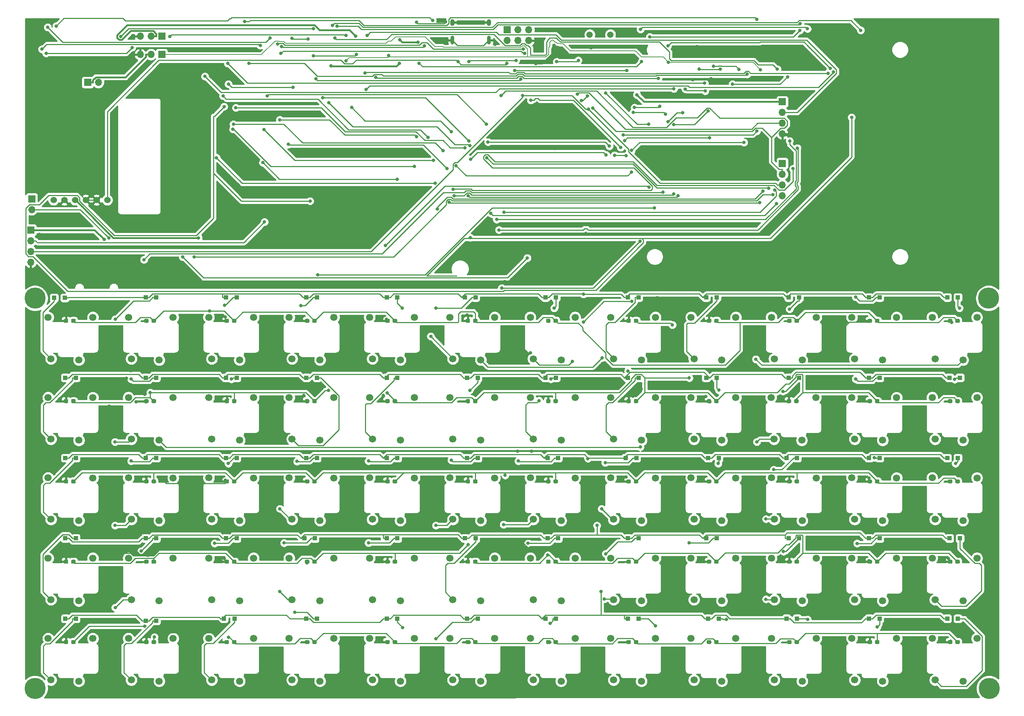
<source format=gbr>
%TF.GenerationSoftware,KiCad,Pcbnew,(5.1.9)-1*%
%TF.CreationDate,2021-10-30T21:00:12+02:00*%
%TF.ProjectId,88RPI,38385250-492e-46b6-9963-61645f706362,rev?*%
%TF.SameCoordinates,Original*%
%TF.FileFunction,Copper,L1,Top*%
%TF.FilePolarity,Positive*%
%FSLAX46Y46*%
G04 Gerber Fmt 4.6, Leading zero omitted, Abs format (unit mm)*
G04 Created by KiCad (PCBNEW (5.1.9)-1) date 2021-10-30 21:00:12*
%MOMM*%
%LPD*%
G01*
G04 APERTURE LIST*
%TA.AperFunction,ComponentPad*%
%ADD10O,1.700000X1.700000*%
%TD*%
%TA.AperFunction,ComponentPad*%
%ADD11R,1.700000X1.700000*%
%TD*%
%TA.AperFunction,ComponentPad*%
%ADD12O,0.900000X2.100000*%
%TD*%
%TA.AperFunction,ComponentPad*%
%ADD13O,1.000000X1.600000*%
%TD*%
%TA.AperFunction,ComponentPad*%
%ADD14C,1.524000*%
%TD*%
%TA.AperFunction,ComponentPad*%
%ADD15C,0.800000*%
%TD*%
%TA.AperFunction,ComponentPad*%
%ADD16C,5.000000*%
%TD*%
%TA.AperFunction,ComponentPad*%
%ADD17C,1.700000*%
%TD*%
%TA.AperFunction,SMDPad,CuDef*%
%ADD18R,1.000000X1.000000*%
%TD*%
%TA.AperFunction,ComponentPad*%
%ADD19C,1.500000*%
%TD*%
%TA.AperFunction,ViaPad*%
%ADD20C,0.800000*%
%TD*%
%TA.AperFunction,Conductor*%
%ADD21C,0.250000*%
%TD*%
%TA.AperFunction,Conductor*%
%ADD22C,0.400000*%
%TD*%
%TA.AperFunction,Conductor*%
%ADD23C,0.200000*%
%TD*%
%TA.AperFunction,Conductor*%
%ADD24C,0.254000*%
%TD*%
%TA.AperFunction,Conductor*%
%ADD25C,0.100000*%
%TD*%
G04 APERTURE END LIST*
D10*
%TO.P,J3,6*%
%TO.N,GND*%
X138303000Y-22225000D03*
%TO.P,J3,5*%
%TO.N,RESET*%
X138303000Y-19685000D03*
%TO.P,J3,4*%
%TO.N,MOSI*%
X135763000Y-22225000D03*
%TO.P,J3,3*%
%TO.N,SCK*%
X135763000Y-19685000D03*
%TO.P,J3,2*%
%TO.N,5volts*%
X133223000Y-22225000D03*
D11*
%TO.P,J3,1*%
%TO.N,MISO*%
X133223000Y-19685000D03*
%TD*%
D12*
%TO.P,J4,S1*%
%TO.N,GND*%
X128894000Y-22122000D03*
X120254000Y-22122000D03*
D13*
X128894000Y-17942000D03*
X120254000Y-17942000D03*
%TD*%
D14*
%TO.P,U4,6*%
%TO.N,/atmega/VBUS5v*%
X38684200Y-59956700D03*
%TO.P,U4,5*%
%TO.N,GND*%
X36144200Y-59956700D03*
%TO.P,U4,4*%
X33604200Y-59956700D03*
%TO.P,U4,3*%
%TO.N,BAT+*%
X31064200Y-59956700D03*
%TO.P,U4,2*%
%TO.N,GND*%
X28524200Y-59956700D03*
%TO.P,U4,1*%
%TO.N,Net-(J10-Pad2)*%
X25984200Y-59956700D03*
%TD*%
D15*
%TO.P,H1,1*%
%TO.N,N/C*%
X22915825Y-81859175D03*
X21590000Y-81310000D03*
X20264175Y-81859175D03*
X19715000Y-83185000D03*
X20264175Y-84510825D03*
X21590000Y-85060000D03*
X22915825Y-84510825D03*
X23465000Y-83185000D03*
D16*
X21590000Y-83185000D03*
%TD*%
D15*
%TO.P,H2,1*%
%TO.N,N/C*%
X248340825Y-81859175D03*
X247015000Y-81310000D03*
X245689175Y-81859175D03*
X245140000Y-83185000D03*
X245689175Y-84510825D03*
X247015000Y-85060000D03*
X248340825Y-84510825D03*
X248890000Y-83185000D03*
D16*
X247015000Y-83185000D03*
%TD*%
D15*
%TO.P,H3,1*%
%TO.N,N/C*%
X22915825Y-174188175D03*
X21590000Y-173639000D03*
X20264175Y-174188175D03*
X19715000Y-175514000D03*
X20264175Y-176839825D03*
X21590000Y-177389000D03*
X22915825Y-176839825D03*
X23465000Y-175514000D03*
D16*
X21590000Y-175514000D03*
%TD*%
D15*
%TO.P,H4,1*%
%TO.N,N/C*%
X248467825Y-174188175D03*
X247142000Y-173639000D03*
X245816175Y-174188175D03*
X245267000Y-175514000D03*
X245816175Y-176839825D03*
X247142000Y-177389000D03*
X248467825Y-176839825D03*
X249017000Y-175514000D03*
D16*
X247142000Y-175514000D03*
%TD*%
D10*
%TO.P,J10,2*%
%TO.N,Net-(J10-Pad2)*%
X36576000Y-32131000D03*
D11*
%TO.P,J10,1*%
%TO.N,5volts*%
X34036000Y-32131000D03*
%TD*%
D17*
%TO.P,SW1,3*%
%TO.N,N/C*%
X24681900Y-87691500D03*
X35261000Y-87704200D03*
%TO.P,SW1,1*%
%TO.N,Net-(D1-Pad2)*%
X25367700Y-97521300D03*
%TO.P,SW1,2*%
%TO.N,COL0*%
X31959000Y-97800700D03*
%TO.P,SW1,5*%
%TO.N,LED0*%
%TA.AperFunction,SMDPad,CuDef*%
G36*
G01*
X30150000Y-88779900D02*
X30150000Y-88304900D01*
G75*
G02*
X30387500Y-88067400I237500J0D01*
G01*
X30962500Y-88067400D01*
G75*
G02*
X31200000Y-88304900I0J-237500D01*
G01*
X31200000Y-88779900D01*
G75*
G02*
X30962500Y-89017400I-237500J0D01*
G01*
X30387500Y-89017400D01*
G75*
G02*
X30150000Y-88779900I0J237500D01*
G01*
G37*
%TD.AperFunction*%
%TO.P,SW1,6*%
%TO.N,GND*%
%TA.AperFunction,SMDPad,CuDef*%
G36*
G01*
X28400000Y-88779900D02*
X28400000Y-88304900D01*
G75*
G02*
X28637500Y-88067400I237500J0D01*
G01*
X29212500Y-88067400D01*
G75*
G02*
X29450000Y-88304900I0J-237500D01*
G01*
X29450000Y-88779900D01*
G75*
G02*
X29212500Y-89017400I-237500J0D01*
G01*
X28637500Y-89017400D01*
G75*
G02*
X28400000Y-88779900I0J237500D01*
G01*
G37*
%TD.AperFunction*%
%TD*%
%TO.P,SW2,6*%
%TO.N,GND*%
%TA.AperFunction,SMDPad,CuDef*%
G36*
G01*
X47400000Y-88779900D02*
X47400000Y-88304900D01*
G75*
G02*
X47637500Y-88067400I237500J0D01*
G01*
X48212500Y-88067400D01*
G75*
G02*
X48450000Y-88304900I0J-237500D01*
G01*
X48450000Y-88779900D01*
G75*
G02*
X48212500Y-89017400I-237500J0D01*
G01*
X47637500Y-89017400D01*
G75*
G02*
X47400000Y-88779900I0J237500D01*
G01*
G37*
%TD.AperFunction*%
%TO.P,SW2,5*%
%TO.N,LED0*%
%TA.AperFunction,SMDPad,CuDef*%
G36*
G01*
X49150000Y-88779900D02*
X49150000Y-88304900D01*
G75*
G02*
X49387500Y-88067400I237500J0D01*
G01*
X49962500Y-88067400D01*
G75*
G02*
X50200000Y-88304900I0J-237500D01*
G01*
X50200000Y-88779900D01*
G75*
G02*
X49962500Y-89017400I-237500J0D01*
G01*
X49387500Y-89017400D01*
G75*
G02*
X49150000Y-88779900I0J237500D01*
G01*
G37*
%TD.AperFunction*%
%TO.P,SW2,2*%
%TO.N,COL1*%
X50959000Y-97800700D03*
%TO.P,SW2,1*%
%TO.N,Net-(D6-Pad2)*%
X44367700Y-97521300D03*
%TO.P,SW2,3*%
%TO.N,N/C*%
X54261000Y-87704200D03*
X43681900Y-87691500D03*
%TD*%
%TO.P,SW3,3*%
%TO.N,N/C*%
X62681900Y-87691500D03*
X73261000Y-87704200D03*
%TO.P,SW3,1*%
%TO.N,Net-(D11-Pad2)*%
X63367700Y-97521300D03*
%TO.P,SW3,2*%
%TO.N,COL2*%
X69959000Y-97800700D03*
%TO.P,SW3,5*%
%TO.N,LED0*%
%TA.AperFunction,SMDPad,CuDef*%
G36*
G01*
X68150000Y-88779900D02*
X68150000Y-88304900D01*
G75*
G02*
X68387500Y-88067400I237500J0D01*
G01*
X68962500Y-88067400D01*
G75*
G02*
X69200000Y-88304900I0J-237500D01*
G01*
X69200000Y-88779900D01*
G75*
G02*
X68962500Y-89017400I-237500J0D01*
G01*
X68387500Y-89017400D01*
G75*
G02*
X68150000Y-88779900I0J237500D01*
G01*
G37*
%TD.AperFunction*%
%TO.P,SW3,6*%
%TO.N,GND*%
%TA.AperFunction,SMDPad,CuDef*%
G36*
G01*
X66400000Y-88779900D02*
X66400000Y-88304900D01*
G75*
G02*
X66637500Y-88067400I237500J0D01*
G01*
X67212500Y-88067400D01*
G75*
G02*
X67450000Y-88304900I0J-237500D01*
G01*
X67450000Y-88779900D01*
G75*
G02*
X67212500Y-89017400I-237500J0D01*
G01*
X66637500Y-89017400D01*
G75*
G02*
X66400000Y-88779900I0J237500D01*
G01*
G37*
%TD.AperFunction*%
%TD*%
%TO.P,SW4,6*%
%TO.N,GND*%
%TA.AperFunction,SMDPad,CuDef*%
G36*
G01*
X85400000Y-88779900D02*
X85400000Y-88304900D01*
G75*
G02*
X85637500Y-88067400I237500J0D01*
G01*
X86212500Y-88067400D01*
G75*
G02*
X86450000Y-88304900I0J-237500D01*
G01*
X86450000Y-88779900D01*
G75*
G02*
X86212500Y-89017400I-237500J0D01*
G01*
X85637500Y-89017400D01*
G75*
G02*
X85400000Y-88779900I0J237500D01*
G01*
G37*
%TD.AperFunction*%
%TO.P,SW4,5*%
%TO.N,LED0*%
%TA.AperFunction,SMDPad,CuDef*%
G36*
G01*
X87150000Y-88779900D02*
X87150000Y-88304900D01*
G75*
G02*
X87387500Y-88067400I237500J0D01*
G01*
X87962500Y-88067400D01*
G75*
G02*
X88200000Y-88304900I0J-237500D01*
G01*
X88200000Y-88779900D01*
G75*
G02*
X87962500Y-89017400I-237500J0D01*
G01*
X87387500Y-89017400D01*
G75*
G02*
X87150000Y-88779900I0J237500D01*
G01*
G37*
%TD.AperFunction*%
%TO.P,SW4,2*%
%TO.N,COL3*%
X88959000Y-97800700D03*
%TO.P,SW4,1*%
%TO.N,Net-(D16-Pad2)*%
X82367700Y-97521300D03*
%TO.P,SW4,3*%
%TO.N,N/C*%
X92261000Y-87704200D03*
X81681900Y-87691500D03*
%TD*%
%TO.P,SW5,3*%
%TO.N,N/C*%
X100681900Y-87691500D03*
X111261000Y-87704200D03*
%TO.P,SW5,1*%
%TO.N,Net-(D21-Pad2)*%
X101367700Y-97521300D03*
%TO.P,SW5,2*%
%TO.N,COL4*%
X107959000Y-97800700D03*
%TO.P,SW5,5*%
%TO.N,LED0*%
%TA.AperFunction,SMDPad,CuDef*%
G36*
G01*
X106150000Y-88779900D02*
X106150000Y-88304900D01*
G75*
G02*
X106387500Y-88067400I237500J0D01*
G01*
X106962500Y-88067400D01*
G75*
G02*
X107200000Y-88304900I0J-237500D01*
G01*
X107200000Y-88779900D01*
G75*
G02*
X106962500Y-89017400I-237500J0D01*
G01*
X106387500Y-89017400D01*
G75*
G02*
X106150000Y-88779900I0J237500D01*
G01*
G37*
%TD.AperFunction*%
%TO.P,SW5,6*%
%TO.N,GND*%
%TA.AperFunction,SMDPad,CuDef*%
G36*
G01*
X104400000Y-88779900D02*
X104400000Y-88304900D01*
G75*
G02*
X104637500Y-88067400I237500J0D01*
G01*
X105212500Y-88067400D01*
G75*
G02*
X105450000Y-88304900I0J-237500D01*
G01*
X105450000Y-88779900D01*
G75*
G02*
X105212500Y-89017400I-237500J0D01*
G01*
X104637500Y-89017400D01*
G75*
G02*
X104400000Y-88779900I0J237500D01*
G01*
G37*
%TD.AperFunction*%
%TD*%
%TO.P,SW6,6*%
%TO.N,GND*%
%TA.AperFunction,SMDPad,CuDef*%
G36*
G01*
X123400000Y-88779900D02*
X123400000Y-88304900D01*
G75*
G02*
X123637500Y-88067400I237500J0D01*
G01*
X124212500Y-88067400D01*
G75*
G02*
X124450000Y-88304900I0J-237500D01*
G01*
X124450000Y-88779900D01*
G75*
G02*
X124212500Y-89017400I-237500J0D01*
G01*
X123637500Y-89017400D01*
G75*
G02*
X123400000Y-88779900I0J237500D01*
G01*
G37*
%TD.AperFunction*%
%TO.P,SW6,5*%
%TO.N,LED0*%
%TA.AperFunction,SMDPad,CuDef*%
G36*
G01*
X125150000Y-88779900D02*
X125150000Y-88304900D01*
G75*
G02*
X125387500Y-88067400I237500J0D01*
G01*
X125962500Y-88067400D01*
G75*
G02*
X126200000Y-88304900I0J-237500D01*
G01*
X126200000Y-88779900D01*
G75*
G02*
X125962500Y-89017400I-237500J0D01*
G01*
X125387500Y-89017400D01*
G75*
G02*
X125150000Y-88779900I0J237500D01*
G01*
G37*
%TD.AperFunction*%
%TO.P,SW6,2*%
%TO.N,COL5*%
X126959000Y-97800700D03*
%TO.P,SW6,1*%
%TO.N,Net-(D26-Pad2)*%
X120367700Y-97521300D03*
%TO.P,SW6,3*%
%TO.N,N/C*%
X130261000Y-87704200D03*
X119681900Y-87691500D03*
%TD*%
%TO.P,SW7,3*%
%TO.N,N/C*%
X138681900Y-87691500D03*
X149261000Y-87704200D03*
%TO.P,SW7,1*%
%TO.N,Net-(D31-Pad2)*%
X139367700Y-97521300D03*
%TO.P,SW7,2*%
%TO.N,COL6*%
X145959000Y-97800700D03*
%TO.P,SW7,5*%
%TO.N,LED0*%
%TA.AperFunction,SMDPad,CuDef*%
G36*
G01*
X144150000Y-88779900D02*
X144150000Y-88304900D01*
G75*
G02*
X144387500Y-88067400I237500J0D01*
G01*
X144962500Y-88067400D01*
G75*
G02*
X145200000Y-88304900I0J-237500D01*
G01*
X145200000Y-88779900D01*
G75*
G02*
X144962500Y-89017400I-237500J0D01*
G01*
X144387500Y-89017400D01*
G75*
G02*
X144150000Y-88779900I0J237500D01*
G01*
G37*
%TD.AperFunction*%
%TO.P,SW7,6*%
%TO.N,GND*%
%TA.AperFunction,SMDPad,CuDef*%
G36*
G01*
X142400000Y-88779900D02*
X142400000Y-88304900D01*
G75*
G02*
X142637500Y-88067400I237500J0D01*
G01*
X143212500Y-88067400D01*
G75*
G02*
X143450000Y-88304900I0J-237500D01*
G01*
X143450000Y-88779900D01*
G75*
G02*
X143212500Y-89017400I-237500J0D01*
G01*
X142637500Y-89017400D01*
G75*
G02*
X142400000Y-88779900I0J237500D01*
G01*
G37*
%TD.AperFunction*%
%TD*%
%TO.P,SW8,6*%
%TO.N,GND*%
%TA.AperFunction,SMDPad,CuDef*%
G36*
G01*
X161400000Y-88779900D02*
X161400000Y-88304900D01*
G75*
G02*
X161637500Y-88067400I237500J0D01*
G01*
X162212500Y-88067400D01*
G75*
G02*
X162450000Y-88304900I0J-237500D01*
G01*
X162450000Y-88779900D01*
G75*
G02*
X162212500Y-89017400I-237500J0D01*
G01*
X161637500Y-89017400D01*
G75*
G02*
X161400000Y-88779900I0J237500D01*
G01*
G37*
%TD.AperFunction*%
%TO.P,SW8,5*%
%TO.N,LED1*%
%TA.AperFunction,SMDPad,CuDef*%
G36*
G01*
X163150000Y-88779900D02*
X163150000Y-88304900D01*
G75*
G02*
X163387500Y-88067400I237500J0D01*
G01*
X163962500Y-88067400D01*
G75*
G02*
X164200000Y-88304900I0J-237500D01*
G01*
X164200000Y-88779900D01*
G75*
G02*
X163962500Y-89017400I-237500J0D01*
G01*
X163387500Y-89017400D01*
G75*
G02*
X163150000Y-88779900I0J237500D01*
G01*
G37*
%TD.AperFunction*%
%TO.P,SW8,2*%
%TO.N,COL7*%
X164959000Y-97800700D03*
%TO.P,SW8,1*%
%TO.N,Net-(D36-Pad2)*%
X158367700Y-97521300D03*
%TO.P,SW8,3*%
%TO.N,N/C*%
X168261000Y-87704200D03*
X157681900Y-87691500D03*
%TD*%
%TO.P,SW9,3*%
%TO.N,N/C*%
X176681900Y-87691500D03*
X187261000Y-87704200D03*
%TO.P,SW9,1*%
%TO.N,Net-(D41-Pad2)*%
X177367700Y-97521300D03*
%TO.P,SW9,2*%
%TO.N,COL8*%
X183959000Y-97800700D03*
%TO.P,SW9,5*%
%TO.N,LED0*%
%TA.AperFunction,SMDPad,CuDef*%
G36*
G01*
X182150000Y-88779900D02*
X182150000Y-88304900D01*
G75*
G02*
X182387500Y-88067400I237500J0D01*
G01*
X182962500Y-88067400D01*
G75*
G02*
X183200000Y-88304900I0J-237500D01*
G01*
X183200000Y-88779900D01*
G75*
G02*
X182962500Y-89017400I-237500J0D01*
G01*
X182387500Y-89017400D01*
G75*
G02*
X182150000Y-88779900I0J237500D01*
G01*
G37*
%TD.AperFunction*%
%TO.P,SW9,6*%
%TO.N,GND*%
%TA.AperFunction,SMDPad,CuDef*%
G36*
G01*
X180400000Y-88779900D02*
X180400000Y-88304900D01*
G75*
G02*
X180637500Y-88067400I237500J0D01*
G01*
X181212500Y-88067400D01*
G75*
G02*
X181450000Y-88304900I0J-237500D01*
G01*
X181450000Y-88779900D01*
G75*
G02*
X181212500Y-89017400I-237500J0D01*
G01*
X180637500Y-89017400D01*
G75*
G02*
X180400000Y-88779900I0J237500D01*
G01*
G37*
%TD.AperFunction*%
%TD*%
%TO.P,SW10,3*%
%TO.N,N/C*%
X195681900Y-87691500D03*
X206261000Y-87704200D03*
%TO.P,SW10,1*%
%TO.N,Net-(D46-Pad2)*%
X196367700Y-97521300D03*
%TO.P,SW10,2*%
%TO.N,COL9*%
X202959000Y-97800700D03*
%TO.P,SW10,5*%
%TO.N,LED0*%
%TA.AperFunction,SMDPad,CuDef*%
G36*
G01*
X201150000Y-88779900D02*
X201150000Y-88304900D01*
G75*
G02*
X201387500Y-88067400I237500J0D01*
G01*
X201962500Y-88067400D01*
G75*
G02*
X202200000Y-88304900I0J-237500D01*
G01*
X202200000Y-88779900D01*
G75*
G02*
X201962500Y-89017400I-237500J0D01*
G01*
X201387500Y-89017400D01*
G75*
G02*
X201150000Y-88779900I0J237500D01*
G01*
G37*
%TD.AperFunction*%
%TO.P,SW10,6*%
%TO.N,GND*%
%TA.AperFunction,SMDPad,CuDef*%
G36*
G01*
X199400000Y-88779900D02*
X199400000Y-88304900D01*
G75*
G02*
X199637500Y-88067400I237500J0D01*
G01*
X200212500Y-88067400D01*
G75*
G02*
X200450000Y-88304900I0J-237500D01*
G01*
X200450000Y-88779900D01*
G75*
G02*
X200212500Y-89017400I-237500J0D01*
G01*
X199637500Y-89017400D01*
G75*
G02*
X199400000Y-88779900I0J237500D01*
G01*
G37*
%TD.AperFunction*%
%TD*%
%TO.P,SW11,3*%
%TO.N,N/C*%
X214681900Y-87691500D03*
X225261000Y-87704200D03*
%TO.P,SW11,1*%
%TO.N,Net-(D51-Pad2)*%
X215367700Y-97521300D03*
%TO.P,SW11,2*%
%TO.N,COL10*%
X221959000Y-97800700D03*
%TO.P,SW11,5*%
%TO.N,LED0*%
%TA.AperFunction,SMDPad,CuDef*%
G36*
G01*
X220150000Y-88779900D02*
X220150000Y-88304900D01*
G75*
G02*
X220387500Y-88067400I237500J0D01*
G01*
X220962500Y-88067400D01*
G75*
G02*
X221200000Y-88304900I0J-237500D01*
G01*
X221200000Y-88779900D01*
G75*
G02*
X220962500Y-89017400I-237500J0D01*
G01*
X220387500Y-89017400D01*
G75*
G02*
X220150000Y-88779900I0J237500D01*
G01*
G37*
%TD.AperFunction*%
%TO.P,SW11,6*%
%TO.N,GND*%
%TA.AperFunction,SMDPad,CuDef*%
G36*
G01*
X218400000Y-88779900D02*
X218400000Y-88304900D01*
G75*
G02*
X218637500Y-88067400I237500J0D01*
G01*
X219212500Y-88067400D01*
G75*
G02*
X219450000Y-88304900I0J-237500D01*
G01*
X219450000Y-88779900D01*
G75*
G02*
X219212500Y-89017400I-237500J0D01*
G01*
X218637500Y-89017400D01*
G75*
G02*
X218400000Y-88779900I0J237500D01*
G01*
G37*
%TD.AperFunction*%
%TD*%
%TO.P,SW12,6*%
%TO.N,GND*%
%TA.AperFunction,SMDPad,CuDef*%
G36*
G01*
X237400000Y-88779900D02*
X237400000Y-88304900D01*
G75*
G02*
X237637500Y-88067400I237500J0D01*
G01*
X238212500Y-88067400D01*
G75*
G02*
X238450000Y-88304900I0J-237500D01*
G01*
X238450000Y-88779900D01*
G75*
G02*
X238212500Y-89017400I-237500J0D01*
G01*
X237637500Y-89017400D01*
G75*
G02*
X237400000Y-88779900I0J237500D01*
G01*
G37*
%TD.AperFunction*%
%TO.P,SW12,5*%
%TO.N,LED0*%
%TA.AperFunction,SMDPad,CuDef*%
G36*
G01*
X239150000Y-88779900D02*
X239150000Y-88304900D01*
G75*
G02*
X239387500Y-88067400I237500J0D01*
G01*
X239962500Y-88067400D01*
G75*
G02*
X240200000Y-88304900I0J-237500D01*
G01*
X240200000Y-88779900D01*
G75*
G02*
X239962500Y-89017400I-237500J0D01*
G01*
X239387500Y-89017400D01*
G75*
G02*
X239150000Y-88779900I0J237500D01*
G01*
G37*
%TD.AperFunction*%
%TO.P,SW12,2*%
%TO.N,COL11*%
X240959000Y-97800700D03*
%TO.P,SW12,1*%
%TO.N,Net-(D56-Pad2)*%
X234367700Y-97521300D03*
%TO.P,SW12,3*%
%TO.N,N/C*%
X244261000Y-87704200D03*
X233681900Y-87691500D03*
%TD*%
%TO.P,SW13,3*%
%TO.N,N/C*%
X24681900Y-106691500D03*
X35261000Y-106704200D03*
%TO.P,SW13,1*%
%TO.N,Net-(D2-Pad2)*%
X25367700Y-116521300D03*
%TO.P,SW13,2*%
%TO.N,COL0*%
X31959000Y-116800700D03*
%TO.P,SW13,5*%
%TO.N,LED1*%
%TA.AperFunction,SMDPad,CuDef*%
G36*
G01*
X30150000Y-107779900D02*
X30150000Y-107304900D01*
G75*
G02*
X30387500Y-107067400I237500J0D01*
G01*
X30962500Y-107067400D01*
G75*
G02*
X31200000Y-107304900I0J-237500D01*
G01*
X31200000Y-107779900D01*
G75*
G02*
X30962500Y-108017400I-237500J0D01*
G01*
X30387500Y-108017400D01*
G75*
G02*
X30150000Y-107779900I0J237500D01*
G01*
G37*
%TD.AperFunction*%
%TO.P,SW13,6*%
%TO.N,GND*%
%TA.AperFunction,SMDPad,CuDef*%
G36*
G01*
X28400000Y-107779900D02*
X28400000Y-107304900D01*
G75*
G02*
X28637500Y-107067400I237500J0D01*
G01*
X29212500Y-107067400D01*
G75*
G02*
X29450000Y-107304900I0J-237500D01*
G01*
X29450000Y-107779900D01*
G75*
G02*
X29212500Y-108017400I-237500J0D01*
G01*
X28637500Y-108017400D01*
G75*
G02*
X28400000Y-107779900I0J237500D01*
G01*
G37*
%TD.AperFunction*%
%TD*%
%TO.P,SW14,6*%
%TO.N,GND*%
%TA.AperFunction,SMDPad,CuDef*%
G36*
G01*
X47400000Y-107779900D02*
X47400000Y-107304900D01*
G75*
G02*
X47637500Y-107067400I237500J0D01*
G01*
X48212500Y-107067400D01*
G75*
G02*
X48450000Y-107304900I0J-237500D01*
G01*
X48450000Y-107779900D01*
G75*
G02*
X48212500Y-108017400I-237500J0D01*
G01*
X47637500Y-108017400D01*
G75*
G02*
X47400000Y-107779900I0J237500D01*
G01*
G37*
%TD.AperFunction*%
%TO.P,SW14,5*%
%TO.N,LED1*%
%TA.AperFunction,SMDPad,CuDef*%
G36*
G01*
X49150000Y-107779900D02*
X49150000Y-107304900D01*
G75*
G02*
X49387500Y-107067400I237500J0D01*
G01*
X49962500Y-107067400D01*
G75*
G02*
X50200000Y-107304900I0J-237500D01*
G01*
X50200000Y-107779900D01*
G75*
G02*
X49962500Y-108017400I-237500J0D01*
G01*
X49387500Y-108017400D01*
G75*
G02*
X49150000Y-107779900I0J237500D01*
G01*
G37*
%TD.AperFunction*%
%TO.P,SW14,2*%
%TO.N,COL1*%
X50959000Y-116800700D03*
%TO.P,SW14,1*%
%TO.N,Net-(D7-Pad2)*%
X44367700Y-116521300D03*
%TO.P,SW14,3*%
%TO.N,N/C*%
X54261000Y-106704200D03*
X43681900Y-106691500D03*
%TD*%
%TO.P,SW15,3*%
%TO.N,N/C*%
X62681900Y-106691500D03*
X73261000Y-106704200D03*
%TO.P,SW15,1*%
%TO.N,Net-(D12-Pad2)*%
X63367700Y-116521300D03*
%TO.P,SW15,2*%
%TO.N,COL2*%
X69959000Y-116800700D03*
%TO.P,SW15,5*%
%TO.N,LED1*%
%TA.AperFunction,SMDPad,CuDef*%
G36*
G01*
X68150000Y-107779900D02*
X68150000Y-107304900D01*
G75*
G02*
X68387500Y-107067400I237500J0D01*
G01*
X68962500Y-107067400D01*
G75*
G02*
X69200000Y-107304900I0J-237500D01*
G01*
X69200000Y-107779900D01*
G75*
G02*
X68962500Y-108017400I-237500J0D01*
G01*
X68387500Y-108017400D01*
G75*
G02*
X68150000Y-107779900I0J237500D01*
G01*
G37*
%TD.AperFunction*%
%TO.P,SW15,6*%
%TO.N,GND*%
%TA.AperFunction,SMDPad,CuDef*%
G36*
G01*
X66400000Y-107779900D02*
X66400000Y-107304900D01*
G75*
G02*
X66637500Y-107067400I237500J0D01*
G01*
X67212500Y-107067400D01*
G75*
G02*
X67450000Y-107304900I0J-237500D01*
G01*
X67450000Y-107779900D01*
G75*
G02*
X67212500Y-108017400I-237500J0D01*
G01*
X66637500Y-108017400D01*
G75*
G02*
X66400000Y-107779900I0J237500D01*
G01*
G37*
%TD.AperFunction*%
%TD*%
%TO.P,SW16,6*%
%TO.N,GND*%
%TA.AperFunction,SMDPad,CuDef*%
G36*
G01*
X85400000Y-107779900D02*
X85400000Y-107304900D01*
G75*
G02*
X85637500Y-107067400I237500J0D01*
G01*
X86212500Y-107067400D01*
G75*
G02*
X86450000Y-107304900I0J-237500D01*
G01*
X86450000Y-107779900D01*
G75*
G02*
X86212500Y-108017400I-237500J0D01*
G01*
X85637500Y-108017400D01*
G75*
G02*
X85400000Y-107779900I0J237500D01*
G01*
G37*
%TD.AperFunction*%
%TO.P,SW16,5*%
%TO.N,LED1*%
%TA.AperFunction,SMDPad,CuDef*%
G36*
G01*
X87150000Y-107779900D02*
X87150000Y-107304900D01*
G75*
G02*
X87387500Y-107067400I237500J0D01*
G01*
X87962500Y-107067400D01*
G75*
G02*
X88200000Y-107304900I0J-237500D01*
G01*
X88200000Y-107779900D01*
G75*
G02*
X87962500Y-108017400I-237500J0D01*
G01*
X87387500Y-108017400D01*
G75*
G02*
X87150000Y-107779900I0J237500D01*
G01*
G37*
%TD.AperFunction*%
%TO.P,SW16,2*%
%TO.N,COL3*%
X88959000Y-116800700D03*
%TO.P,SW16,1*%
%TO.N,Net-(D17-Pad2)*%
X82367700Y-116521300D03*
%TO.P,SW16,3*%
%TO.N,N/C*%
X92261000Y-106704200D03*
X81681900Y-106691500D03*
%TD*%
%TO.P,SW17,3*%
%TO.N,N/C*%
X100681900Y-106691500D03*
X111261000Y-106704200D03*
%TO.P,SW17,1*%
%TO.N,Net-(D22-Pad2)*%
X101367700Y-116521300D03*
%TO.P,SW17,2*%
%TO.N,COL4*%
X107959000Y-116800700D03*
%TO.P,SW17,5*%
%TO.N,LED1*%
%TA.AperFunction,SMDPad,CuDef*%
G36*
G01*
X106150000Y-107779900D02*
X106150000Y-107304900D01*
G75*
G02*
X106387500Y-107067400I237500J0D01*
G01*
X106962500Y-107067400D01*
G75*
G02*
X107200000Y-107304900I0J-237500D01*
G01*
X107200000Y-107779900D01*
G75*
G02*
X106962500Y-108017400I-237500J0D01*
G01*
X106387500Y-108017400D01*
G75*
G02*
X106150000Y-107779900I0J237500D01*
G01*
G37*
%TD.AperFunction*%
%TO.P,SW17,6*%
%TO.N,GND*%
%TA.AperFunction,SMDPad,CuDef*%
G36*
G01*
X104400000Y-107779900D02*
X104400000Y-107304900D01*
G75*
G02*
X104637500Y-107067400I237500J0D01*
G01*
X105212500Y-107067400D01*
G75*
G02*
X105450000Y-107304900I0J-237500D01*
G01*
X105450000Y-107779900D01*
G75*
G02*
X105212500Y-108017400I-237500J0D01*
G01*
X104637500Y-108017400D01*
G75*
G02*
X104400000Y-107779900I0J237500D01*
G01*
G37*
%TD.AperFunction*%
%TD*%
%TO.P,SW18,3*%
%TO.N,N/C*%
X119681900Y-106691500D03*
X130261000Y-106704200D03*
%TO.P,SW18,1*%
%TO.N,Net-(D27-Pad2)*%
X120367700Y-116521300D03*
%TO.P,SW18,2*%
%TO.N,COL5*%
X126959000Y-116800700D03*
%TO.P,SW18,5*%
%TO.N,LED1*%
%TA.AperFunction,SMDPad,CuDef*%
G36*
G01*
X125150000Y-107779900D02*
X125150000Y-107304900D01*
G75*
G02*
X125387500Y-107067400I237500J0D01*
G01*
X125962500Y-107067400D01*
G75*
G02*
X126200000Y-107304900I0J-237500D01*
G01*
X126200000Y-107779900D01*
G75*
G02*
X125962500Y-108017400I-237500J0D01*
G01*
X125387500Y-108017400D01*
G75*
G02*
X125150000Y-107779900I0J237500D01*
G01*
G37*
%TD.AperFunction*%
%TO.P,SW18,6*%
%TO.N,GND*%
%TA.AperFunction,SMDPad,CuDef*%
G36*
G01*
X123400000Y-107779900D02*
X123400000Y-107304900D01*
G75*
G02*
X123637500Y-107067400I237500J0D01*
G01*
X124212500Y-107067400D01*
G75*
G02*
X124450000Y-107304900I0J-237500D01*
G01*
X124450000Y-107779900D01*
G75*
G02*
X124212500Y-108017400I-237500J0D01*
G01*
X123637500Y-108017400D01*
G75*
G02*
X123400000Y-107779900I0J237500D01*
G01*
G37*
%TD.AperFunction*%
%TD*%
%TO.P,SW19,3*%
%TO.N,N/C*%
X138681900Y-106691500D03*
X149261000Y-106704200D03*
%TO.P,SW19,1*%
%TO.N,Net-(D32-Pad2)*%
X139367700Y-116521300D03*
%TO.P,SW19,2*%
%TO.N,COL6*%
X145959000Y-116800700D03*
%TO.P,SW19,5*%
%TO.N,LED1*%
%TA.AperFunction,SMDPad,CuDef*%
G36*
G01*
X144150000Y-107779900D02*
X144150000Y-107304900D01*
G75*
G02*
X144387500Y-107067400I237500J0D01*
G01*
X144962500Y-107067400D01*
G75*
G02*
X145200000Y-107304900I0J-237500D01*
G01*
X145200000Y-107779900D01*
G75*
G02*
X144962500Y-108017400I-237500J0D01*
G01*
X144387500Y-108017400D01*
G75*
G02*
X144150000Y-107779900I0J237500D01*
G01*
G37*
%TD.AperFunction*%
%TO.P,SW19,6*%
%TO.N,GND*%
%TA.AperFunction,SMDPad,CuDef*%
G36*
G01*
X142400000Y-107779900D02*
X142400000Y-107304900D01*
G75*
G02*
X142637500Y-107067400I237500J0D01*
G01*
X143212500Y-107067400D01*
G75*
G02*
X143450000Y-107304900I0J-237500D01*
G01*
X143450000Y-107779900D01*
G75*
G02*
X143212500Y-108017400I-237500J0D01*
G01*
X142637500Y-108017400D01*
G75*
G02*
X142400000Y-107779900I0J237500D01*
G01*
G37*
%TD.AperFunction*%
%TD*%
%TO.P,SW20,6*%
%TO.N,GND*%
%TA.AperFunction,SMDPad,CuDef*%
G36*
G01*
X161400000Y-107779900D02*
X161400000Y-107304900D01*
G75*
G02*
X161637500Y-107067400I237500J0D01*
G01*
X162212500Y-107067400D01*
G75*
G02*
X162450000Y-107304900I0J-237500D01*
G01*
X162450000Y-107779900D01*
G75*
G02*
X162212500Y-108017400I-237500J0D01*
G01*
X161637500Y-108017400D01*
G75*
G02*
X161400000Y-107779900I0J237500D01*
G01*
G37*
%TD.AperFunction*%
%TO.P,SW20,5*%
%TO.N,LED1*%
%TA.AperFunction,SMDPad,CuDef*%
G36*
G01*
X163150000Y-107779900D02*
X163150000Y-107304900D01*
G75*
G02*
X163387500Y-107067400I237500J0D01*
G01*
X163962500Y-107067400D01*
G75*
G02*
X164200000Y-107304900I0J-237500D01*
G01*
X164200000Y-107779900D01*
G75*
G02*
X163962500Y-108017400I-237500J0D01*
G01*
X163387500Y-108017400D01*
G75*
G02*
X163150000Y-107779900I0J237500D01*
G01*
G37*
%TD.AperFunction*%
%TO.P,SW20,2*%
%TO.N,COL7*%
X164959000Y-116800700D03*
%TO.P,SW20,1*%
%TO.N,Net-(D37-Pad2)*%
X158367700Y-116521300D03*
%TO.P,SW20,3*%
%TO.N,N/C*%
X168261000Y-106704200D03*
X157681900Y-106691500D03*
%TD*%
%TO.P,SW21,3*%
%TO.N,N/C*%
X176681900Y-106691500D03*
X187261000Y-106704200D03*
%TO.P,SW21,1*%
%TO.N,Net-(D42-Pad2)*%
X177367700Y-116521300D03*
%TO.P,SW21,2*%
%TO.N,COL8*%
X183959000Y-116800700D03*
%TO.P,SW21,5*%
%TO.N,LED1*%
%TA.AperFunction,SMDPad,CuDef*%
G36*
G01*
X182150000Y-107779900D02*
X182150000Y-107304900D01*
G75*
G02*
X182387500Y-107067400I237500J0D01*
G01*
X182962500Y-107067400D01*
G75*
G02*
X183200000Y-107304900I0J-237500D01*
G01*
X183200000Y-107779900D01*
G75*
G02*
X182962500Y-108017400I-237500J0D01*
G01*
X182387500Y-108017400D01*
G75*
G02*
X182150000Y-107779900I0J237500D01*
G01*
G37*
%TD.AperFunction*%
%TO.P,SW21,6*%
%TO.N,GND*%
%TA.AperFunction,SMDPad,CuDef*%
G36*
G01*
X180400000Y-107779900D02*
X180400000Y-107304900D01*
G75*
G02*
X180637500Y-107067400I237500J0D01*
G01*
X181212500Y-107067400D01*
G75*
G02*
X181450000Y-107304900I0J-237500D01*
G01*
X181450000Y-107779900D01*
G75*
G02*
X181212500Y-108017400I-237500J0D01*
G01*
X180637500Y-108017400D01*
G75*
G02*
X180400000Y-107779900I0J237500D01*
G01*
G37*
%TD.AperFunction*%
%TD*%
%TO.P,SW22,6*%
%TO.N,GND*%
%TA.AperFunction,SMDPad,CuDef*%
G36*
G01*
X199300000Y-107779900D02*
X199300000Y-107304900D01*
G75*
G02*
X199537500Y-107067400I237500J0D01*
G01*
X200112500Y-107067400D01*
G75*
G02*
X200350000Y-107304900I0J-237500D01*
G01*
X200350000Y-107779900D01*
G75*
G02*
X200112500Y-108017400I-237500J0D01*
G01*
X199537500Y-108017400D01*
G75*
G02*
X199300000Y-107779900I0J237500D01*
G01*
G37*
%TD.AperFunction*%
%TO.P,SW22,5*%
%TO.N,LED1*%
%TA.AperFunction,SMDPad,CuDef*%
G36*
G01*
X201050000Y-107779900D02*
X201050000Y-107304900D01*
G75*
G02*
X201287500Y-107067400I237500J0D01*
G01*
X201862500Y-107067400D01*
G75*
G02*
X202100000Y-107304900I0J-237500D01*
G01*
X202100000Y-107779900D01*
G75*
G02*
X201862500Y-108017400I-237500J0D01*
G01*
X201287500Y-108017400D01*
G75*
G02*
X201050000Y-107779900I0J237500D01*
G01*
G37*
%TD.AperFunction*%
%TO.P,SW22,2*%
%TO.N,COL9*%
X202859000Y-116800700D03*
%TO.P,SW22,1*%
%TO.N,Net-(D47-Pad2)*%
X196267700Y-116521300D03*
%TO.P,SW22,3*%
%TO.N,N/C*%
X206161000Y-106704200D03*
X195581900Y-106691500D03*
%TD*%
%TO.P,SW23,3*%
%TO.N,N/C*%
X214681900Y-106691500D03*
X225261000Y-106704200D03*
%TO.P,SW23,1*%
%TO.N,Net-(D52-Pad2)*%
X215367700Y-116521300D03*
%TO.P,SW23,2*%
%TO.N,COL10*%
X221959000Y-116800700D03*
%TO.P,SW23,5*%
%TO.N,LED1*%
%TA.AperFunction,SMDPad,CuDef*%
G36*
G01*
X220150000Y-107779900D02*
X220150000Y-107304900D01*
G75*
G02*
X220387500Y-107067400I237500J0D01*
G01*
X220962500Y-107067400D01*
G75*
G02*
X221200000Y-107304900I0J-237500D01*
G01*
X221200000Y-107779900D01*
G75*
G02*
X220962500Y-108017400I-237500J0D01*
G01*
X220387500Y-108017400D01*
G75*
G02*
X220150000Y-107779900I0J237500D01*
G01*
G37*
%TD.AperFunction*%
%TO.P,SW23,6*%
%TO.N,GND*%
%TA.AperFunction,SMDPad,CuDef*%
G36*
G01*
X218400000Y-107779900D02*
X218400000Y-107304900D01*
G75*
G02*
X218637500Y-107067400I237500J0D01*
G01*
X219212500Y-107067400D01*
G75*
G02*
X219450000Y-107304900I0J-237500D01*
G01*
X219450000Y-107779900D01*
G75*
G02*
X219212500Y-108017400I-237500J0D01*
G01*
X218637500Y-108017400D01*
G75*
G02*
X218400000Y-107779900I0J237500D01*
G01*
G37*
%TD.AperFunction*%
%TD*%
%TO.P,SW24,6*%
%TO.N,GND*%
%TA.AperFunction,SMDPad,CuDef*%
G36*
G01*
X237400000Y-107779900D02*
X237400000Y-107304900D01*
G75*
G02*
X237637500Y-107067400I237500J0D01*
G01*
X238212500Y-107067400D01*
G75*
G02*
X238450000Y-107304900I0J-237500D01*
G01*
X238450000Y-107779900D01*
G75*
G02*
X238212500Y-108017400I-237500J0D01*
G01*
X237637500Y-108017400D01*
G75*
G02*
X237400000Y-107779900I0J237500D01*
G01*
G37*
%TD.AperFunction*%
%TO.P,SW24,5*%
%TO.N,LED1*%
%TA.AperFunction,SMDPad,CuDef*%
G36*
G01*
X239150000Y-107779900D02*
X239150000Y-107304900D01*
G75*
G02*
X239387500Y-107067400I237500J0D01*
G01*
X239962500Y-107067400D01*
G75*
G02*
X240200000Y-107304900I0J-237500D01*
G01*
X240200000Y-107779900D01*
G75*
G02*
X239962500Y-108017400I-237500J0D01*
G01*
X239387500Y-108017400D01*
G75*
G02*
X239150000Y-107779900I0J237500D01*
G01*
G37*
%TD.AperFunction*%
%TO.P,SW24,2*%
%TO.N,COL11*%
X240959000Y-116800700D03*
%TO.P,SW24,1*%
%TO.N,Net-(D57-Pad2)*%
X234367700Y-116521300D03*
%TO.P,SW24,3*%
%TO.N,N/C*%
X244261000Y-106704200D03*
X233681900Y-106691500D03*
%TD*%
%TO.P,SW25,3*%
%TO.N,N/C*%
X24681900Y-125691500D03*
X35261000Y-125704200D03*
%TO.P,SW25,1*%
%TO.N,Net-(D3-Pad2)*%
X25367700Y-135521300D03*
%TO.P,SW25,2*%
%TO.N,COL0*%
X31959000Y-135800700D03*
%TO.P,SW25,5*%
%TO.N,LED2*%
%TA.AperFunction,SMDPad,CuDef*%
G36*
G01*
X30150000Y-126779900D02*
X30150000Y-126304900D01*
G75*
G02*
X30387500Y-126067400I237500J0D01*
G01*
X30962500Y-126067400D01*
G75*
G02*
X31200000Y-126304900I0J-237500D01*
G01*
X31200000Y-126779900D01*
G75*
G02*
X30962500Y-127017400I-237500J0D01*
G01*
X30387500Y-127017400D01*
G75*
G02*
X30150000Y-126779900I0J237500D01*
G01*
G37*
%TD.AperFunction*%
%TO.P,SW25,6*%
%TO.N,GND*%
%TA.AperFunction,SMDPad,CuDef*%
G36*
G01*
X28400000Y-126779900D02*
X28400000Y-126304900D01*
G75*
G02*
X28637500Y-126067400I237500J0D01*
G01*
X29212500Y-126067400D01*
G75*
G02*
X29450000Y-126304900I0J-237500D01*
G01*
X29450000Y-126779900D01*
G75*
G02*
X29212500Y-127017400I-237500J0D01*
G01*
X28637500Y-127017400D01*
G75*
G02*
X28400000Y-126779900I0J237500D01*
G01*
G37*
%TD.AperFunction*%
%TD*%
%TO.P,SW26,6*%
%TO.N,GND*%
%TA.AperFunction,SMDPad,CuDef*%
G36*
G01*
X47400000Y-126779900D02*
X47400000Y-126304900D01*
G75*
G02*
X47637500Y-126067400I237500J0D01*
G01*
X48212500Y-126067400D01*
G75*
G02*
X48450000Y-126304900I0J-237500D01*
G01*
X48450000Y-126779900D01*
G75*
G02*
X48212500Y-127017400I-237500J0D01*
G01*
X47637500Y-127017400D01*
G75*
G02*
X47400000Y-126779900I0J237500D01*
G01*
G37*
%TD.AperFunction*%
%TO.P,SW26,5*%
%TO.N,LED2*%
%TA.AperFunction,SMDPad,CuDef*%
G36*
G01*
X49150000Y-126779900D02*
X49150000Y-126304900D01*
G75*
G02*
X49387500Y-126067400I237500J0D01*
G01*
X49962500Y-126067400D01*
G75*
G02*
X50200000Y-126304900I0J-237500D01*
G01*
X50200000Y-126779900D01*
G75*
G02*
X49962500Y-127017400I-237500J0D01*
G01*
X49387500Y-127017400D01*
G75*
G02*
X49150000Y-126779900I0J237500D01*
G01*
G37*
%TD.AperFunction*%
%TO.P,SW26,2*%
%TO.N,COL1*%
X50959000Y-135800700D03*
%TO.P,SW26,1*%
%TO.N,Net-(D8-Pad2)*%
X44367700Y-135521300D03*
%TO.P,SW26,3*%
%TO.N,N/C*%
X54261000Y-125704200D03*
X43681900Y-125691500D03*
%TD*%
%TO.P,SW27,6*%
%TO.N,GND*%
%TA.AperFunction,SMDPad,CuDef*%
G36*
G01*
X66400000Y-126779900D02*
X66400000Y-126304900D01*
G75*
G02*
X66637500Y-126067400I237500J0D01*
G01*
X67212500Y-126067400D01*
G75*
G02*
X67450000Y-126304900I0J-237500D01*
G01*
X67450000Y-126779900D01*
G75*
G02*
X67212500Y-127017400I-237500J0D01*
G01*
X66637500Y-127017400D01*
G75*
G02*
X66400000Y-126779900I0J237500D01*
G01*
G37*
%TD.AperFunction*%
%TO.P,SW27,5*%
%TO.N,LED2*%
%TA.AperFunction,SMDPad,CuDef*%
G36*
G01*
X68150000Y-126779900D02*
X68150000Y-126304900D01*
G75*
G02*
X68387500Y-126067400I237500J0D01*
G01*
X68962500Y-126067400D01*
G75*
G02*
X69200000Y-126304900I0J-237500D01*
G01*
X69200000Y-126779900D01*
G75*
G02*
X68962500Y-127017400I-237500J0D01*
G01*
X68387500Y-127017400D01*
G75*
G02*
X68150000Y-126779900I0J237500D01*
G01*
G37*
%TD.AperFunction*%
%TO.P,SW27,2*%
%TO.N,COL2*%
X69959000Y-135800700D03*
%TO.P,SW27,1*%
%TO.N,Net-(D13-Pad2)*%
X63367700Y-135521300D03*
%TO.P,SW27,3*%
%TO.N,N/C*%
X73261000Y-125704200D03*
X62681900Y-125691500D03*
%TD*%
%TO.P,SW28,6*%
%TO.N,GND*%
%TA.AperFunction,SMDPad,CuDef*%
G36*
G01*
X85400000Y-126779900D02*
X85400000Y-126304900D01*
G75*
G02*
X85637500Y-126067400I237500J0D01*
G01*
X86212500Y-126067400D01*
G75*
G02*
X86450000Y-126304900I0J-237500D01*
G01*
X86450000Y-126779900D01*
G75*
G02*
X86212500Y-127017400I-237500J0D01*
G01*
X85637500Y-127017400D01*
G75*
G02*
X85400000Y-126779900I0J237500D01*
G01*
G37*
%TD.AperFunction*%
%TO.P,SW28,5*%
%TO.N,LED2*%
%TA.AperFunction,SMDPad,CuDef*%
G36*
G01*
X87150000Y-126779900D02*
X87150000Y-126304900D01*
G75*
G02*
X87387500Y-126067400I237500J0D01*
G01*
X87962500Y-126067400D01*
G75*
G02*
X88200000Y-126304900I0J-237500D01*
G01*
X88200000Y-126779900D01*
G75*
G02*
X87962500Y-127017400I-237500J0D01*
G01*
X87387500Y-127017400D01*
G75*
G02*
X87150000Y-126779900I0J237500D01*
G01*
G37*
%TD.AperFunction*%
%TO.P,SW28,2*%
%TO.N,COL3*%
X88959000Y-135800700D03*
%TO.P,SW28,1*%
%TO.N,Net-(D18-Pad2)*%
X82367700Y-135521300D03*
%TO.P,SW28,3*%
%TO.N,N/C*%
X92261000Y-125704200D03*
X81681900Y-125691500D03*
%TD*%
%TO.P,SW29,3*%
%TO.N,N/C*%
X100681900Y-125691500D03*
X111261000Y-125704200D03*
%TO.P,SW29,1*%
%TO.N,Net-(D23-Pad2)*%
X101367700Y-135521300D03*
%TO.P,SW29,2*%
%TO.N,COL4*%
X107959000Y-135800700D03*
%TO.P,SW29,5*%
%TO.N,LED2*%
%TA.AperFunction,SMDPad,CuDef*%
G36*
G01*
X106150000Y-126779900D02*
X106150000Y-126304900D01*
G75*
G02*
X106387500Y-126067400I237500J0D01*
G01*
X106962500Y-126067400D01*
G75*
G02*
X107200000Y-126304900I0J-237500D01*
G01*
X107200000Y-126779900D01*
G75*
G02*
X106962500Y-127017400I-237500J0D01*
G01*
X106387500Y-127017400D01*
G75*
G02*
X106150000Y-126779900I0J237500D01*
G01*
G37*
%TD.AperFunction*%
%TO.P,SW29,6*%
%TO.N,GND*%
%TA.AperFunction,SMDPad,CuDef*%
G36*
G01*
X104400000Y-126779900D02*
X104400000Y-126304900D01*
G75*
G02*
X104637500Y-126067400I237500J0D01*
G01*
X105212500Y-126067400D01*
G75*
G02*
X105450000Y-126304900I0J-237500D01*
G01*
X105450000Y-126779900D01*
G75*
G02*
X105212500Y-127017400I-237500J0D01*
G01*
X104637500Y-127017400D01*
G75*
G02*
X104400000Y-126779900I0J237500D01*
G01*
G37*
%TD.AperFunction*%
%TD*%
%TO.P,SW30,6*%
%TO.N,GND*%
%TA.AperFunction,SMDPad,CuDef*%
G36*
G01*
X123400000Y-126779900D02*
X123400000Y-126304900D01*
G75*
G02*
X123637500Y-126067400I237500J0D01*
G01*
X124212500Y-126067400D01*
G75*
G02*
X124450000Y-126304900I0J-237500D01*
G01*
X124450000Y-126779900D01*
G75*
G02*
X124212500Y-127017400I-237500J0D01*
G01*
X123637500Y-127017400D01*
G75*
G02*
X123400000Y-126779900I0J237500D01*
G01*
G37*
%TD.AperFunction*%
%TO.P,SW30,5*%
%TO.N,LED2*%
%TA.AperFunction,SMDPad,CuDef*%
G36*
G01*
X125150000Y-126779900D02*
X125150000Y-126304900D01*
G75*
G02*
X125387500Y-126067400I237500J0D01*
G01*
X125962500Y-126067400D01*
G75*
G02*
X126200000Y-126304900I0J-237500D01*
G01*
X126200000Y-126779900D01*
G75*
G02*
X125962500Y-127017400I-237500J0D01*
G01*
X125387500Y-127017400D01*
G75*
G02*
X125150000Y-126779900I0J237500D01*
G01*
G37*
%TD.AperFunction*%
%TO.P,SW30,2*%
%TO.N,COL5*%
X126959000Y-135800700D03*
%TO.P,SW30,1*%
%TO.N,Net-(D28-Pad2)*%
X120367700Y-135521300D03*
%TO.P,SW30,3*%
%TO.N,N/C*%
X130261000Y-125704200D03*
X119681900Y-125691500D03*
%TD*%
%TO.P,SW31,3*%
%TO.N,N/C*%
X138681900Y-125691500D03*
X149261000Y-125704200D03*
%TO.P,SW31,1*%
%TO.N,Net-(D33-Pad2)*%
X139367700Y-135521300D03*
%TO.P,SW31,2*%
%TO.N,COL6*%
X145959000Y-135800700D03*
%TO.P,SW31,5*%
%TO.N,LED2*%
%TA.AperFunction,SMDPad,CuDef*%
G36*
G01*
X144150000Y-126779900D02*
X144150000Y-126304900D01*
G75*
G02*
X144387500Y-126067400I237500J0D01*
G01*
X144962500Y-126067400D01*
G75*
G02*
X145200000Y-126304900I0J-237500D01*
G01*
X145200000Y-126779900D01*
G75*
G02*
X144962500Y-127017400I-237500J0D01*
G01*
X144387500Y-127017400D01*
G75*
G02*
X144150000Y-126779900I0J237500D01*
G01*
G37*
%TD.AperFunction*%
%TO.P,SW31,6*%
%TO.N,GND*%
%TA.AperFunction,SMDPad,CuDef*%
G36*
G01*
X142400000Y-126779900D02*
X142400000Y-126304900D01*
G75*
G02*
X142637500Y-126067400I237500J0D01*
G01*
X143212500Y-126067400D01*
G75*
G02*
X143450000Y-126304900I0J-237500D01*
G01*
X143450000Y-126779900D01*
G75*
G02*
X143212500Y-127017400I-237500J0D01*
G01*
X142637500Y-127017400D01*
G75*
G02*
X142400000Y-126779900I0J237500D01*
G01*
G37*
%TD.AperFunction*%
%TD*%
%TO.P,SW32,6*%
%TO.N,GND*%
%TA.AperFunction,SMDPad,CuDef*%
G36*
G01*
X161400000Y-126779900D02*
X161400000Y-126304900D01*
G75*
G02*
X161637500Y-126067400I237500J0D01*
G01*
X162212500Y-126067400D01*
G75*
G02*
X162450000Y-126304900I0J-237500D01*
G01*
X162450000Y-126779900D01*
G75*
G02*
X162212500Y-127017400I-237500J0D01*
G01*
X161637500Y-127017400D01*
G75*
G02*
X161400000Y-126779900I0J237500D01*
G01*
G37*
%TD.AperFunction*%
%TO.P,SW32,5*%
%TO.N,LED2*%
%TA.AperFunction,SMDPad,CuDef*%
G36*
G01*
X163150000Y-126779900D02*
X163150000Y-126304900D01*
G75*
G02*
X163387500Y-126067400I237500J0D01*
G01*
X163962500Y-126067400D01*
G75*
G02*
X164200000Y-126304900I0J-237500D01*
G01*
X164200000Y-126779900D01*
G75*
G02*
X163962500Y-127017400I-237500J0D01*
G01*
X163387500Y-127017400D01*
G75*
G02*
X163150000Y-126779900I0J237500D01*
G01*
G37*
%TD.AperFunction*%
%TO.P,SW32,2*%
%TO.N,COL7*%
X164959000Y-135800700D03*
%TO.P,SW32,1*%
%TO.N,Net-(D38-Pad2)*%
X158367700Y-135521300D03*
%TO.P,SW32,3*%
%TO.N,N/C*%
X168261000Y-125704200D03*
X157681900Y-125691500D03*
%TD*%
%TO.P,SW33,3*%
%TO.N,N/C*%
X176681900Y-125691500D03*
X187261000Y-125704200D03*
%TO.P,SW33,1*%
%TO.N,Net-(D43-Pad2)*%
X177367700Y-135521300D03*
%TO.P,SW33,2*%
%TO.N,COL8*%
X183959000Y-135800700D03*
%TO.P,SW33,5*%
%TO.N,LED2*%
%TA.AperFunction,SMDPad,CuDef*%
G36*
G01*
X182150000Y-126779900D02*
X182150000Y-126304900D01*
G75*
G02*
X182387500Y-126067400I237500J0D01*
G01*
X182962500Y-126067400D01*
G75*
G02*
X183200000Y-126304900I0J-237500D01*
G01*
X183200000Y-126779900D01*
G75*
G02*
X182962500Y-127017400I-237500J0D01*
G01*
X182387500Y-127017400D01*
G75*
G02*
X182150000Y-126779900I0J237500D01*
G01*
G37*
%TD.AperFunction*%
%TO.P,SW33,6*%
%TO.N,GND*%
%TA.AperFunction,SMDPad,CuDef*%
G36*
G01*
X180400000Y-126779900D02*
X180400000Y-126304900D01*
G75*
G02*
X180637500Y-126067400I237500J0D01*
G01*
X181212500Y-126067400D01*
G75*
G02*
X181450000Y-126304900I0J-237500D01*
G01*
X181450000Y-126779900D01*
G75*
G02*
X181212500Y-127017400I-237500J0D01*
G01*
X180637500Y-127017400D01*
G75*
G02*
X180400000Y-126779900I0J237500D01*
G01*
G37*
%TD.AperFunction*%
%TD*%
%TO.P,SW34,6*%
%TO.N,GND*%
%TA.AperFunction,SMDPad,CuDef*%
G36*
G01*
X199400000Y-126779900D02*
X199400000Y-126304900D01*
G75*
G02*
X199637500Y-126067400I237500J0D01*
G01*
X200212500Y-126067400D01*
G75*
G02*
X200450000Y-126304900I0J-237500D01*
G01*
X200450000Y-126779900D01*
G75*
G02*
X200212500Y-127017400I-237500J0D01*
G01*
X199637500Y-127017400D01*
G75*
G02*
X199400000Y-126779900I0J237500D01*
G01*
G37*
%TD.AperFunction*%
%TO.P,SW34,5*%
%TO.N,LED2*%
%TA.AperFunction,SMDPad,CuDef*%
G36*
G01*
X201150000Y-126779900D02*
X201150000Y-126304900D01*
G75*
G02*
X201387500Y-126067400I237500J0D01*
G01*
X201962500Y-126067400D01*
G75*
G02*
X202200000Y-126304900I0J-237500D01*
G01*
X202200000Y-126779900D01*
G75*
G02*
X201962500Y-127017400I-237500J0D01*
G01*
X201387500Y-127017400D01*
G75*
G02*
X201150000Y-126779900I0J237500D01*
G01*
G37*
%TD.AperFunction*%
%TO.P,SW34,2*%
%TO.N,COL9*%
X202959000Y-135800700D03*
%TO.P,SW34,1*%
%TO.N,Net-(D48-Pad2)*%
X196367700Y-135521300D03*
%TO.P,SW34,3*%
%TO.N,N/C*%
X206261000Y-125704200D03*
X195681900Y-125691500D03*
%TD*%
%TO.P,SW35,6*%
%TO.N,GND*%
%TA.AperFunction,SMDPad,CuDef*%
G36*
G01*
X218400000Y-126779900D02*
X218400000Y-126304900D01*
G75*
G02*
X218637500Y-126067400I237500J0D01*
G01*
X219212500Y-126067400D01*
G75*
G02*
X219450000Y-126304900I0J-237500D01*
G01*
X219450000Y-126779900D01*
G75*
G02*
X219212500Y-127017400I-237500J0D01*
G01*
X218637500Y-127017400D01*
G75*
G02*
X218400000Y-126779900I0J237500D01*
G01*
G37*
%TD.AperFunction*%
%TO.P,SW35,5*%
%TO.N,LED2*%
%TA.AperFunction,SMDPad,CuDef*%
G36*
G01*
X220150000Y-126779900D02*
X220150000Y-126304900D01*
G75*
G02*
X220387500Y-126067400I237500J0D01*
G01*
X220962500Y-126067400D01*
G75*
G02*
X221200000Y-126304900I0J-237500D01*
G01*
X221200000Y-126779900D01*
G75*
G02*
X220962500Y-127017400I-237500J0D01*
G01*
X220387500Y-127017400D01*
G75*
G02*
X220150000Y-126779900I0J237500D01*
G01*
G37*
%TD.AperFunction*%
%TO.P,SW35,2*%
%TO.N,COL10*%
X221959000Y-135800700D03*
%TO.P,SW35,1*%
%TO.N,Net-(D53-Pad2)*%
X215367700Y-135521300D03*
%TO.P,SW35,3*%
%TO.N,N/C*%
X225261000Y-125704200D03*
X214681900Y-125691500D03*
%TD*%
%TO.P,SW36,6*%
%TO.N,GND*%
%TA.AperFunction,SMDPad,CuDef*%
G36*
G01*
X237400000Y-126779900D02*
X237400000Y-126304900D01*
G75*
G02*
X237637500Y-126067400I237500J0D01*
G01*
X238212500Y-126067400D01*
G75*
G02*
X238450000Y-126304900I0J-237500D01*
G01*
X238450000Y-126779900D01*
G75*
G02*
X238212500Y-127017400I-237500J0D01*
G01*
X237637500Y-127017400D01*
G75*
G02*
X237400000Y-126779900I0J237500D01*
G01*
G37*
%TD.AperFunction*%
%TO.P,SW36,5*%
%TO.N,LED2*%
%TA.AperFunction,SMDPad,CuDef*%
G36*
G01*
X239150000Y-126779900D02*
X239150000Y-126304900D01*
G75*
G02*
X239387500Y-126067400I237500J0D01*
G01*
X239962500Y-126067400D01*
G75*
G02*
X240200000Y-126304900I0J-237500D01*
G01*
X240200000Y-126779900D01*
G75*
G02*
X239962500Y-127017400I-237500J0D01*
G01*
X239387500Y-127017400D01*
G75*
G02*
X239150000Y-126779900I0J237500D01*
G01*
G37*
%TD.AperFunction*%
%TO.P,SW36,2*%
%TO.N,COL11*%
X240959000Y-135800700D03*
%TO.P,SW36,1*%
%TO.N,Net-(D58-Pad2)*%
X234367700Y-135521300D03*
%TO.P,SW36,3*%
%TO.N,N/C*%
X244261000Y-125704200D03*
X233681900Y-125691500D03*
%TD*%
%TO.P,SW37,3*%
%TO.N,N/C*%
X24681900Y-144691500D03*
X35261000Y-144704200D03*
%TO.P,SW37,1*%
%TO.N,Net-(D4-Pad2)*%
X25367700Y-154521300D03*
%TO.P,SW37,2*%
%TO.N,COL0*%
X31959000Y-154800700D03*
%TO.P,SW37,5*%
%TO.N,LED3*%
%TA.AperFunction,SMDPad,CuDef*%
G36*
G01*
X30150000Y-145779900D02*
X30150000Y-145304900D01*
G75*
G02*
X30387500Y-145067400I237500J0D01*
G01*
X30962500Y-145067400D01*
G75*
G02*
X31200000Y-145304900I0J-237500D01*
G01*
X31200000Y-145779900D01*
G75*
G02*
X30962500Y-146017400I-237500J0D01*
G01*
X30387500Y-146017400D01*
G75*
G02*
X30150000Y-145779900I0J237500D01*
G01*
G37*
%TD.AperFunction*%
%TO.P,SW37,6*%
%TO.N,GND*%
%TA.AperFunction,SMDPad,CuDef*%
G36*
G01*
X28400000Y-145779900D02*
X28400000Y-145304900D01*
G75*
G02*
X28637500Y-145067400I237500J0D01*
G01*
X29212500Y-145067400D01*
G75*
G02*
X29450000Y-145304900I0J-237500D01*
G01*
X29450000Y-145779900D01*
G75*
G02*
X29212500Y-146017400I-237500J0D01*
G01*
X28637500Y-146017400D01*
G75*
G02*
X28400000Y-145779900I0J237500D01*
G01*
G37*
%TD.AperFunction*%
%TD*%
%TO.P,SW38,6*%
%TO.N,GND*%
%TA.AperFunction,SMDPad,CuDef*%
G36*
G01*
X47400000Y-145779900D02*
X47400000Y-145304900D01*
G75*
G02*
X47637500Y-145067400I237500J0D01*
G01*
X48212500Y-145067400D01*
G75*
G02*
X48450000Y-145304900I0J-237500D01*
G01*
X48450000Y-145779900D01*
G75*
G02*
X48212500Y-146017400I-237500J0D01*
G01*
X47637500Y-146017400D01*
G75*
G02*
X47400000Y-145779900I0J237500D01*
G01*
G37*
%TD.AperFunction*%
%TO.P,SW38,5*%
%TO.N,LED3*%
%TA.AperFunction,SMDPad,CuDef*%
G36*
G01*
X49150000Y-145779900D02*
X49150000Y-145304900D01*
G75*
G02*
X49387500Y-145067400I237500J0D01*
G01*
X49962500Y-145067400D01*
G75*
G02*
X50200000Y-145304900I0J-237500D01*
G01*
X50200000Y-145779900D01*
G75*
G02*
X49962500Y-146017400I-237500J0D01*
G01*
X49387500Y-146017400D01*
G75*
G02*
X49150000Y-145779900I0J237500D01*
G01*
G37*
%TD.AperFunction*%
%TO.P,SW38,2*%
%TO.N,COL1*%
X50959000Y-154800700D03*
%TO.P,SW38,1*%
%TO.N,Net-(D9-Pad2)*%
X44367700Y-154521300D03*
%TO.P,SW38,3*%
%TO.N,N/C*%
X54261000Y-144704200D03*
X43681900Y-144691500D03*
%TD*%
%TO.P,SW39,3*%
%TO.N,N/C*%
X62681900Y-144691500D03*
X73261000Y-144704200D03*
%TO.P,SW39,1*%
%TO.N,Net-(D14-Pad2)*%
X63367700Y-154521300D03*
%TO.P,SW39,2*%
%TO.N,COL2*%
X69959000Y-154800700D03*
%TO.P,SW39,5*%
%TO.N,LED3*%
%TA.AperFunction,SMDPad,CuDef*%
G36*
G01*
X68150000Y-145779900D02*
X68150000Y-145304900D01*
G75*
G02*
X68387500Y-145067400I237500J0D01*
G01*
X68962500Y-145067400D01*
G75*
G02*
X69200000Y-145304900I0J-237500D01*
G01*
X69200000Y-145779900D01*
G75*
G02*
X68962500Y-146017400I-237500J0D01*
G01*
X68387500Y-146017400D01*
G75*
G02*
X68150000Y-145779900I0J237500D01*
G01*
G37*
%TD.AperFunction*%
%TO.P,SW39,6*%
%TO.N,GND*%
%TA.AperFunction,SMDPad,CuDef*%
G36*
G01*
X66400000Y-145779900D02*
X66400000Y-145304900D01*
G75*
G02*
X66637500Y-145067400I237500J0D01*
G01*
X67212500Y-145067400D01*
G75*
G02*
X67450000Y-145304900I0J-237500D01*
G01*
X67450000Y-145779900D01*
G75*
G02*
X67212500Y-146017400I-237500J0D01*
G01*
X66637500Y-146017400D01*
G75*
G02*
X66400000Y-145779900I0J237500D01*
G01*
G37*
%TD.AperFunction*%
%TD*%
%TO.P,SW40,6*%
%TO.N,GND*%
%TA.AperFunction,SMDPad,CuDef*%
G36*
G01*
X85400000Y-145779900D02*
X85400000Y-145304900D01*
G75*
G02*
X85637500Y-145067400I237500J0D01*
G01*
X86212500Y-145067400D01*
G75*
G02*
X86450000Y-145304900I0J-237500D01*
G01*
X86450000Y-145779900D01*
G75*
G02*
X86212500Y-146017400I-237500J0D01*
G01*
X85637500Y-146017400D01*
G75*
G02*
X85400000Y-145779900I0J237500D01*
G01*
G37*
%TD.AperFunction*%
%TO.P,SW40,5*%
%TO.N,LED3*%
%TA.AperFunction,SMDPad,CuDef*%
G36*
G01*
X87150000Y-145779900D02*
X87150000Y-145304900D01*
G75*
G02*
X87387500Y-145067400I237500J0D01*
G01*
X87962500Y-145067400D01*
G75*
G02*
X88200000Y-145304900I0J-237500D01*
G01*
X88200000Y-145779900D01*
G75*
G02*
X87962500Y-146017400I-237500J0D01*
G01*
X87387500Y-146017400D01*
G75*
G02*
X87150000Y-145779900I0J237500D01*
G01*
G37*
%TD.AperFunction*%
%TO.P,SW40,2*%
%TO.N,COL3*%
X88959000Y-154800700D03*
%TO.P,SW40,1*%
%TO.N,Net-(D19-Pad2)*%
X82367700Y-154521300D03*
%TO.P,SW40,3*%
%TO.N,N/C*%
X92261000Y-144704200D03*
X81681900Y-144691500D03*
%TD*%
%TO.P,SW41,3*%
%TO.N,N/C*%
X100681900Y-144691500D03*
X111261000Y-144704200D03*
%TO.P,SW41,1*%
%TO.N,Net-(D24-Pad2)*%
X101367700Y-154521300D03*
%TO.P,SW41,2*%
%TO.N,COL4*%
X107959000Y-154800700D03*
%TO.P,SW41,5*%
%TO.N,LED3*%
%TA.AperFunction,SMDPad,CuDef*%
G36*
G01*
X106150000Y-145779900D02*
X106150000Y-145304900D01*
G75*
G02*
X106387500Y-145067400I237500J0D01*
G01*
X106962500Y-145067400D01*
G75*
G02*
X107200000Y-145304900I0J-237500D01*
G01*
X107200000Y-145779900D01*
G75*
G02*
X106962500Y-146017400I-237500J0D01*
G01*
X106387500Y-146017400D01*
G75*
G02*
X106150000Y-145779900I0J237500D01*
G01*
G37*
%TD.AperFunction*%
%TO.P,SW41,6*%
%TO.N,GND*%
%TA.AperFunction,SMDPad,CuDef*%
G36*
G01*
X104400000Y-145779900D02*
X104400000Y-145304900D01*
G75*
G02*
X104637500Y-145067400I237500J0D01*
G01*
X105212500Y-145067400D01*
G75*
G02*
X105450000Y-145304900I0J-237500D01*
G01*
X105450000Y-145779900D01*
G75*
G02*
X105212500Y-146017400I-237500J0D01*
G01*
X104637500Y-146017400D01*
G75*
G02*
X104400000Y-145779900I0J237500D01*
G01*
G37*
%TD.AperFunction*%
%TD*%
%TO.P,SW42,6*%
%TO.N,GND*%
%TA.AperFunction,SMDPad,CuDef*%
G36*
G01*
X123400000Y-145779900D02*
X123400000Y-145304900D01*
G75*
G02*
X123637500Y-145067400I237500J0D01*
G01*
X124212500Y-145067400D01*
G75*
G02*
X124450000Y-145304900I0J-237500D01*
G01*
X124450000Y-145779900D01*
G75*
G02*
X124212500Y-146017400I-237500J0D01*
G01*
X123637500Y-146017400D01*
G75*
G02*
X123400000Y-145779900I0J237500D01*
G01*
G37*
%TD.AperFunction*%
%TO.P,SW42,5*%
%TO.N,LED3*%
%TA.AperFunction,SMDPad,CuDef*%
G36*
G01*
X125150000Y-145779900D02*
X125150000Y-145304900D01*
G75*
G02*
X125387500Y-145067400I237500J0D01*
G01*
X125962500Y-145067400D01*
G75*
G02*
X126200000Y-145304900I0J-237500D01*
G01*
X126200000Y-145779900D01*
G75*
G02*
X125962500Y-146017400I-237500J0D01*
G01*
X125387500Y-146017400D01*
G75*
G02*
X125150000Y-145779900I0J237500D01*
G01*
G37*
%TD.AperFunction*%
%TO.P,SW42,2*%
%TO.N,COL5*%
X126959000Y-154800700D03*
%TO.P,SW42,1*%
%TO.N,Net-(D29-Pad2)*%
X120367700Y-154521300D03*
%TO.P,SW42,3*%
%TO.N,N/C*%
X130261000Y-144704200D03*
X119681900Y-144691500D03*
%TD*%
%TO.P,SW43,3*%
%TO.N,N/C*%
X138681900Y-144691500D03*
X149261000Y-144704200D03*
%TO.P,SW43,1*%
%TO.N,Net-(D34-Pad2)*%
X139367700Y-154521300D03*
%TO.P,SW43,2*%
%TO.N,COL6*%
X145959000Y-154800700D03*
%TO.P,SW43,5*%
%TO.N,LED3*%
%TA.AperFunction,SMDPad,CuDef*%
G36*
G01*
X144150000Y-145779900D02*
X144150000Y-145304900D01*
G75*
G02*
X144387500Y-145067400I237500J0D01*
G01*
X144962500Y-145067400D01*
G75*
G02*
X145200000Y-145304900I0J-237500D01*
G01*
X145200000Y-145779900D01*
G75*
G02*
X144962500Y-146017400I-237500J0D01*
G01*
X144387500Y-146017400D01*
G75*
G02*
X144150000Y-145779900I0J237500D01*
G01*
G37*
%TD.AperFunction*%
%TO.P,SW43,6*%
%TO.N,GND*%
%TA.AperFunction,SMDPad,CuDef*%
G36*
G01*
X142400000Y-145779900D02*
X142400000Y-145304900D01*
G75*
G02*
X142637500Y-145067400I237500J0D01*
G01*
X143212500Y-145067400D01*
G75*
G02*
X143450000Y-145304900I0J-237500D01*
G01*
X143450000Y-145779900D01*
G75*
G02*
X143212500Y-146017400I-237500J0D01*
G01*
X142637500Y-146017400D01*
G75*
G02*
X142400000Y-145779900I0J237500D01*
G01*
G37*
%TD.AperFunction*%
%TD*%
%TO.P,SW44,6*%
%TO.N,GND*%
%TA.AperFunction,SMDPad,CuDef*%
G36*
G01*
X161400000Y-145779900D02*
X161400000Y-145304900D01*
G75*
G02*
X161637500Y-145067400I237500J0D01*
G01*
X162212500Y-145067400D01*
G75*
G02*
X162450000Y-145304900I0J-237500D01*
G01*
X162450000Y-145779900D01*
G75*
G02*
X162212500Y-146017400I-237500J0D01*
G01*
X161637500Y-146017400D01*
G75*
G02*
X161400000Y-145779900I0J237500D01*
G01*
G37*
%TD.AperFunction*%
%TO.P,SW44,5*%
%TO.N,LED3*%
%TA.AperFunction,SMDPad,CuDef*%
G36*
G01*
X163150000Y-145779900D02*
X163150000Y-145304900D01*
G75*
G02*
X163387500Y-145067400I237500J0D01*
G01*
X163962500Y-145067400D01*
G75*
G02*
X164200000Y-145304900I0J-237500D01*
G01*
X164200000Y-145779900D01*
G75*
G02*
X163962500Y-146017400I-237500J0D01*
G01*
X163387500Y-146017400D01*
G75*
G02*
X163150000Y-145779900I0J237500D01*
G01*
G37*
%TD.AperFunction*%
%TO.P,SW44,2*%
%TO.N,COL7*%
X164959000Y-154800700D03*
%TO.P,SW44,1*%
%TO.N,Net-(D39-Pad2)*%
X158367700Y-154521300D03*
%TO.P,SW44,3*%
%TO.N,N/C*%
X168261000Y-144704200D03*
X157681900Y-144691500D03*
%TD*%
%TO.P,SW45,3*%
%TO.N,N/C*%
X176681900Y-144691500D03*
X187261000Y-144704200D03*
%TO.P,SW45,1*%
%TO.N,Net-(D44-Pad2)*%
X177367700Y-154521300D03*
%TO.P,SW45,2*%
%TO.N,COL8*%
X183959000Y-154800700D03*
%TO.P,SW45,5*%
%TO.N,LED3*%
%TA.AperFunction,SMDPad,CuDef*%
G36*
G01*
X182150000Y-145779900D02*
X182150000Y-145304900D01*
G75*
G02*
X182387500Y-145067400I237500J0D01*
G01*
X182962500Y-145067400D01*
G75*
G02*
X183200000Y-145304900I0J-237500D01*
G01*
X183200000Y-145779900D01*
G75*
G02*
X182962500Y-146017400I-237500J0D01*
G01*
X182387500Y-146017400D01*
G75*
G02*
X182150000Y-145779900I0J237500D01*
G01*
G37*
%TD.AperFunction*%
%TO.P,SW45,6*%
%TO.N,GND*%
%TA.AperFunction,SMDPad,CuDef*%
G36*
G01*
X180400000Y-145779900D02*
X180400000Y-145304900D01*
G75*
G02*
X180637500Y-145067400I237500J0D01*
G01*
X181212500Y-145067400D01*
G75*
G02*
X181450000Y-145304900I0J-237500D01*
G01*
X181450000Y-145779900D01*
G75*
G02*
X181212500Y-146017400I-237500J0D01*
G01*
X180637500Y-146017400D01*
G75*
G02*
X180400000Y-145779900I0J237500D01*
G01*
G37*
%TD.AperFunction*%
%TD*%
%TO.P,SW46,6*%
%TO.N,GND*%
%TA.AperFunction,SMDPad,CuDef*%
G36*
G01*
X199400000Y-145779900D02*
X199400000Y-145304900D01*
G75*
G02*
X199637500Y-145067400I237500J0D01*
G01*
X200212500Y-145067400D01*
G75*
G02*
X200450000Y-145304900I0J-237500D01*
G01*
X200450000Y-145779900D01*
G75*
G02*
X200212500Y-146017400I-237500J0D01*
G01*
X199637500Y-146017400D01*
G75*
G02*
X199400000Y-145779900I0J237500D01*
G01*
G37*
%TD.AperFunction*%
%TO.P,SW46,5*%
%TO.N,LED3*%
%TA.AperFunction,SMDPad,CuDef*%
G36*
G01*
X201150000Y-145779900D02*
X201150000Y-145304900D01*
G75*
G02*
X201387500Y-145067400I237500J0D01*
G01*
X201962500Y-145067400D01*
G75*
G02*
X202200000Y-145304900I0J-237500D01*
G01*
X202200000Y-145779900D01*
G75*
G02*
X201962500Y-146017400I-237500J0D01*
G01*
X201387500Y-146017400D01*
G75*
G02*
X201150000Y-145779900I0J237500D01*
G01*
G37*
%TD.AperFunction*%
%TO.P,SW46,2*%
%TO.N,COL9*%
X202959000Y-154800700D03*
%TO.P,SW46,1*%
%TO.N,Net-(D49-Pad2)*%
X196367700Y-154521300D03*
%TO.P,SW46,3*%
%TO.N,N/C*%
X206261000Y-144704200D03*
X195681900Y-144691500D03*
%TD*%
%TO.P,SW47,6*%
%TO.N,GND*%
%TA.AperFunction,SMDPad,CuDef*%
G36*
G01*
X218400000Y-145779900D02*
X218400000Y-145304900D01*
G75*
G02*
X218637500Y-145067400I237500J0D01*
G01*
X219212500Y-145067400D01*
G75*
G02*
X219450000Y-145304900I0J-237500D01*
G01*
X219450000Y-145779900D01*
G75*
G02*
X219212500Y-146017400I-237500J0D01*
G01*
X218637500Y-146017400D01*
G75*
G02*
X218400000Y-145779900I0J237500D01*
G01*
G37*
%TD.AperFunction*%
%TO.P,SW47,5*%
%TO.N,LED3*%
%TA.AperFunction,SMDPad,CuDef*%
G36*
G01*
X220150000Y-145779900D02*
X220150000Y-145304900D01*
G75*
G02*
X220387500Y-145067400I237500J0D01*
G01*
X220962500Y-145067400D01*
G75*
G02*
X221200000Y-145304900I0J-237500D01*
G01*
X221200000Y-145779900D01*
G75*
G02*
X220962500Y-146017400I-237500J0D01*
G01*
X220387500Y-146017400D01*
G75*
G02*
X220150000Y-145779900I0J237500D01*
G01*
G37*
%TD.AperFunction*%
%TO.P,SW47,2*%
%TO.N,COL10*%
X221959000Y-154800700D03*
%TO.P,SW47,1*%
%TO.N,Net-(D54-Pad2)*%
X215367700Y-154521300D03*
%TO.P,SW47,3*%
%TO.N,N/C*%
X225261000Y-144704200D03*
X214681900Y-144691500D03*
%TD*%
%TO.P,SW48,3*%
%TO.N,N/C*%
X233681900Y-144691500D03*
X244261000Y-144704200D03*
%TO.P,SW48,1*%
%TO.N,Net-(D59-Pad2)*%
X234367700Y-154521300D03*
%TO.P,SW48,2*%
%TO.N,COL11*%
X240959000Y-154800700D03*
%TO.P,SW48,5*%
%TO.N,LED3*%
%TA.AperFunction,SMDPad,CuDef*%
G36*
G01*
X239150000Y-145779900D02*
X239150000Y-145304900D01*
G75*
G02*
X239387500Y-145067400I237500J0D01*
G01*
X239962500Y-145067400D01*
G75*
G02*
X240200000Y-145304900I0J-237500D01*
G01*
X240200000Y-145779900D01*
G75*
G02*
X239962500Y-146017400I-237500J0D01*
G01*
X239387500Y-146017400D01*
G75*
G02*
X239150000Y-145779900I0J237500D01*
G01*
G37*
%TD.AperFunction*%
%TO.P,SW48,6*%
%TO.N,GND*%
%TA.AperFunction,SMDPad,CuDef*%
G36*
G01*
X237400000Y-145779900D02*
X237400000Y-145304900D01*
G75*
G02*
X237637500Y-145067400I237500J0D01*
G01*
X238212500Y-145067400D01*
G75*
G02*
X238450000Y-145304900I0J-237500D01*
G01*
X238450000Y-145779900D01*
G75*
G02*
X238212500Y-146017400I-237500J0D01*
G01*
X237637500Y-146017400D01*
G75*
G02*
X237400000Y-145779900I0J237500D01*
G01*
G37*
%TD.AperFunction*%
%TD*%
%TO.P,SW49,3*%
%TO.N,N/C*%
X24681900Y-163691500D03*
X35261000Y-163704200D03*
%TO.P,SW49,1*%
%TO.N,Net-(D5-Pad2)*%
X25367700Y-173521300D03*
%TO.P,SW49,2*%
%TO.N,COL0*%
X31959000Y-173800700D03*
%TO.P,SW49,5*%
%TO.N,LED4*%
%TA.AperFunction,SMDPad,CuDef*%
G36*
G01*
X30150000Y-164779900D02*
X30150000Y-164304900D01*
G75*
G02*
X30387500Y-164067400I237500J0D01*
G01*
X30962500Y-164067400D01*
G75*
G02*
X31200000Y-164304900I0J-237500D01*
G01*
X31200000Y-164779900D01*
G75*
G02*
X30962500Y-165017400I-237500J0D01*
G01*
X30387500Y-165017400D01*
G75*
G02*
X30150000Y-164779900I0J237500D01*
G01*
G37*
%TD.AperFunction*%
%TO.P,SW49,6*%
%TO.N,GND*%
%TA.AperFunction,SMDPad,CuDef*%
G36*
G01*
X28400000Y-164779900D02*
X28400000Y-164304900D01*
G75*
G02*
X28637500Y-164067400I237500J0D01*
G01*
X29212500Y-164067400D01*
G75*
G02*
X29450000Y-164304900I0J-237500D01*
G01*
X29450000Y-164779900D01*
G75*
G02*
X29212500Y-165017400I-237500J0D01*
G01*
X28637500Y-165017400D01*
G75*
G02*
X28400000Y-164779900I0J237500D01*
G01*
G37*
%TD.AperFunction*%
%TD*%
%TO.P,SW50,6*%
%TO.N,GND*%
%TA.AperFunction,SMDPad,CuDef*%
G36*
G01*
X47400000Y-164779900D02*
X47400000Y-164304900D01*
G75*
G02*
X47637500Y-164067400I237500J0D01*
G01*
X48212500Y-164067400D01*
G75*
G02*
X48450000Y-164304900I0J-237500D01*
G01*
X48450000Y-164779900D01*
G75*
G02*
X48212500Y-165017400I-237500J0D01*
G01*
X47637500Y-165017400D01*
G75*
G02*
X47400000Y-164779900I0J237500D01*
G01*
G37*
%TD.AperFunction*%
%TO.P,SW50,5*%
%TO.N,LED4*%
%TA.AperFunction,SMDPad,CuDef*%
G36*
G01*
X49150000Y-164779900D02*
X49150000Y-164304900D01*
G75*
G02*
X49387500Y-164067400I237500J0D01*
G01*
X49962500Y-164067400D01*
G75*
G02*
X50200000Y-164304900I0J-237500D01*
G01*
X50200000Y-164779900D01*
G75*
G02*
X49962500Y-165017400I-237500J0D01*
G01*
X49387500Y-165017400D01*
G75*
G02*
X49150000Y-164779900I0J237500D01*
G01*
G37*
%TD.AperFunction*%
%TO.P,SW50,2*%
%TO.N,COL1*%
X50959000Y-173800700D03*
%TO.P,SW50,1*%
%TO.N,Net-(D10-Pad2)*%
X44367700Y-173521300D03*
%TO.P,SW50,3*%
%TO.N,N/C*%
X54261000Y-163704200D03*
X43681900Y-163691500D03*
%TD*%
%TO.P,SW51,3*%
%TO.N,N/C*%
X62681900Y-163691500D03*
X73261000Y-163704200D03*
%TO.P,SW51,1*%
%TO.N,Net-(D15-Pad2)*%
X63367700Y-173521300D03*
%TO.P,SW51,2*%
%TO.N,COL2*%
X69959000Y-173800700D03*
%TO.P,SW51,5*%
%TO.N,LED4*%
%TA.AperFunction,SMDPad,CuDef*%
G36*
G01*
X68150000Y-164779900D02*
X68150000Y-164304900D01*
G75*
G02*
X68387500Y-164067400I237500J0D01*
G01*
X68962500Y-164067400D01*
G75*
G02*
X69200000Y-164304900I0J-237500D01*
G01*
X69200000Y-164779900D01*
G75*
G02*
X68962500Y-165017400I-237500J0D01*
G01*
X68387500Y-165017400D01*
G75*
G02*
X68150000Y-164779900I0J237500D01*
G01*
G37*
%TD.AperFunction*%
%TO.P,SW51,6*%
%TO.N,GND*%
%TA.AperFunction,SMDPad,CuDef*%
G36*
G01*
X66400000Y-164779900D02*
X66400000Y-164304900D01*
G75*
G02*
X66637500Y-164067400I237500J0D01*
G01*
X67212500Y-164067400D01*
G75*
G02*
X67450000Y-164304900I0J-237500D01*
G01*
X67450000Y-164779900D01*
G75*
G02*
X67212500Y-165017400I-237500J0D01*
G01*
X66637500Y-165017400D01*
G75*
G02*
X66400000Y-164779900I0J237500D01*
G01*
G37*
%TD.AperFunction*%
%TD*%
%TO.P,SW52,6*%
%TO.N,GND*%
%TA.AperFunction,SMDPad,CuDef*%
G36*
G01*
X85400000Y-164779900D02*
X85400000Y-164304900D01*
G75*
G02*
X85637500Y-164067400I237500J0D01*
G01*
X86212500Y-164067400D01*
G75*
G02*
X86450000Y-164304900I0J-237500D01*
G01*
X86450000Y-164779900D01*
G75*
G02*
X86212500Y-165017400I-237500J0D01*
G01*
X85637500Y-165017400D01*
G75*
G02*
X85400000Y-164779900I0J237500D01*
G01*
G37*
%TD.AperFunction*%
%TO.P,SW52,5*%
%TO.N,LED4*%
%TA.AperFunction,SMDPad,CuDef*%
G36*
G01*
X87150000Y-164779900D02*
X87150000Y-164304900D01*
G75*
G02*
X87387500Y-164067400I237500J0D01*
G01*
X87962500Y-164067400D01*
G75*
G02*
X88200000Y-164304900I0J-237500D01*
G01*
X88200000Y-164779900D01*
G75*
G02*
X87962500Y-165017400I-237500J0D01*
G01*
X87387500Y-165017400D01*
G75*
G02*
X87150000Y-164779900I0J237500D01*
G01*
G37*
%TD.AperFunction*%
%TO.P,SW52,2*%
%TO.N,COL3*%
X88959000Y-173800700D03*
%TO.P,SW52,1*%
%TO.N,Net-(D20-Pad2)*%
X82367700Y-173521300D03*
%TO.P,SW52,3*%
%TO.N,N/C*%
X92261000Y-163704200D03*
X81681900Y-163691500D03*
%TD*%
%TO.P,SW53,3*%
%TO.N,N/C*%
X100681900Y-163691500D03*
X111261000Y-163704200D03*
%TO.P,SW53,1*%
%TO.N,Net-(D25-Pad2)*%
X101367700Y-173521300D03*
%TO.P,SW53,2*%
%TO.N,COL4*%
X107959000Y-173800700D03*
%TO.P,SW53,5*%
%TO.N,LED4*%
%TA.AperFunction,SMDPad,CuDef*%
G36*
G01*
X106150000Y-164779900D02*
X106150000Y-164304900D01*
G75*
G02*
X106387500Y-164067400I237500J0D01*
G01*
X106962500Y-164067400D01*
G75*
G02*
X107200000Y-164304900I0J-237500D01*
G01*
X107200000Y-164779900D01*
G75*
G02*
X106962500Y-165017400I-237500J0D01*
G01*
X106387500Y-165017400D01*
G75*
G02*
X106150000Y-164779900I0J237500D01*
G01*
G37*
%TD.AperFunction*%
%TO.P,SW53,6*%
%TO.N,GND*%
%TA.AperFunction,SMDPad,CuDef*%
G36*
G01*
X104400000Y-164779900D02*
X104400000Y-164304900D01*
G75*
G02*
X104637500Y-164067400I237500J0D01*
G01*
X105212500Y-164067400D01*
G75*
G02*
X105450000Y-164304900I0J-237500D01*
G01*
X105450000Y-164779900D01*
G75*
G02*
X105212500Y-165017400I-237500J0D01*
G01*
X104637500Y-165017400D01*
G75*
G02*
X104400000Y-164779900I0J237500D01*
G01*
G37*
%TD.AperFunction*%
%TD*%
%TO.P,SW54,6*%
%TO.N,GND*%
%TA.AperFunction,SMDPad,CuDef*%
G36*
G01*
X123400000Y-164779900D02*
X123400000Y-164304900D01*
G75*
G02*
X123637500Y-164067400I237500J0D01*
G01*
X124212500Y-164067400D01*
G75*
G02*
X124450000Y-164304900I0J-237500D01*
G01*
X124450000Y-164779900D01*
G75*
G02*
X124212500Y-165017400I-237500J0D01*
G01*
X123637500Y-165017400D01*
G75*
G02*
X123400000Y-164779900I0J237500D01*
G01*
G37*
%TD.AperFunction*%
%TO.P,SW54,5*%
%TO.N,LED4*%
%TA.AperFunction,SMDPad,CuDef*%
G36*
G01*
X125150000Y-164779900D02*
X125150000Y-164304900D01*
G75*
G02*
X125387500Y-164067400I237500J0D01*
G01*
X125962500Y-164067400D01*
G75*
G02*
X126200000Y-164304900I0J-237500D01*
G01*
X126200000Y-164779900D01*
G75*
G02*
X125962500Y-165017400I-237500J0D01*
G01*
X125387500Y-165017400D01*
G75*
G02*
X125150000Y-164779900I0J237500D01*
G01*
G37*
%TD.AperFunction*%
%TO.P,SW54,2*%
%TO.N,COL5*%
X126959000Y-173800700D03*
%TO.P,SW54,1*%
%TO.N,Net-(D30-Pad2)*%
X120367700Y-173521300D03*
%TO.P,SW54,3*%
%TO.N,N/C*%
X130261000Y-163704200D03*
X119681900Y-163691500D03*
%TD*%
%TO.P,SW55,3*%
%TO.N,N/C*%
X138681900Y-163691500D03*
X149261000Y-163704200D03*
%TO.P,SW55,1*%
%TO.N,Net-(D35-Pad2)*%
X139367700Y-173521300D03*
%TO.P,SW55,2*%
%TO.N,COL6*%
X145959000Y-173800700D03*
%TO.P,SW55,5*%
%TO.N,LED4*%
%TA.AperFunction,SMDPad,CuDef*%
G36*
G01*
X144150000Y-164779900D02*
X144150000Y-164304900D01*
G75*
G02*
X144387500Y-164067400I237500J0D01*
G01*
X144962500Y-164067400D01*
G75*
G02*
X145200000Y-164304900I0J-237500D01*
G01*
X145200000Y-164779900D01*
G75*
G02*
X144962500Y-165017400I-237500J0D01*
G01*
X144387500Y-165017400D01*
G75*
G02*
X144150000Y-164779900I0J237500D01*
G01*
G37*
%TD.AperFunction*%
%TO.P,SW55,6*%
%TO.N,GND*%
%TA.AperFunction,SMDPad,CuDef*%
G36*
G01*
X142400000Y-164779900D02*
X142400000Y-164304900D01*
G75*
G02*
X142637500Y-164067400I237500J0D01*
G01*
X143212500Y-164067400D01*
G75*
G02*
X143450000Y-164304900I0J-237500D01*
G01*
X143450000Y-164779900D01*
G75*
G02*
X143212500Y-165017400I-237500J0D01*
G01*
X142637500Y-165017400D01*
G75*
G02*
X142400000Y-164779900I0J237500D01*
G01*
G37*
%TD.AperFunction*%
%TD*%
%TO.P,SW56,6*%
%TO.N,GND*%
%TA.AperFunction,SMDPad,CuDef*%
G36*
G01*
X161400000Y-164779900D02*
X161400000Y-164304900D01*
G75*
G02*
X161637500Y-164067400I237500J0D01*
G01*
X162212500Y-164067400D01*
G75*
G02*
X162450000Y-164304900I0J-237500D01*
G01*
X162450000Y-164779900D01*
G75*
G02*
X162212500Y-165017400I-237500J0D01*
G01*
X161637500Y-165017400D01*
G75*
G02*
X161400000Y-164779900I0J237500D01*
G01*
G37*
%TD.AperFunction*%
%TO.P,SW56,5*%
%TO.N,LED4*%
%TA.AperFunction,SMDPad,CuDef*%
G36*
G01*
X163150000Y-164779900D02*
X163150000Y-164304900D01*
G75*
G02*
X163387500Y-164067400I237500J0D01*
G01*
X163962500Y-164067400D01*
G75*
G02*
X164200000Y-164304900I0J-237500D01*
G01*
X164200000Y-164779900D01*
G75*
G02*
X163962500Y-165017400I-237500J0D01*
G01*
X163387500Y-165017400D01*
G75*
G02*
X163150000Y-164779900I0J237500D01*
G01*
G37*
%TD.AperFunction*%
%TO.P,SW56,2*%
%TO.N,COL7*%
X164959000Y-173800700D03*
%TO.P,SW56,1*%
%TO.N,Net-(D40-Pad2)*%
X158367700Y-173521300D03*
%TO.P,SW56,3*%
%TO.N,N/C*%
X168261000Y-163704200D03*
X157681900Y-163691500D03*
%TD*%
%TO.P,SW57,3*%
%TO.N,N/C*%
X176681900Y-163691500D03*
X187261000Y-163704200D03*
%TO.P,SW57,1*%
%TO.N,Net-(D45-Pad2)*%
X177367700Y-173521300D03*
%TO.P,SW57,2*%
%TO.N,COL8*%
X183959000Y-173800700D03*
%TO.P,SW57,5*%
%TO.N,LED4*%
%TA.AperFunction,SMDPad,CuDef*%
G36*
G01*
X182150000Y-164779900D02*
X182150000Y-164304900D01*
G75*
G02*
X182387500Y-164067400I237500J0D01*
G01*
X182962500Y-164067400D01*
G75*
G02*
X183200000Y-164304900I0J-237500D01*
G01*
X183200000Y-164779900D01*
G75*
G02*
X182962500Y-165017400I-237500J0D01*
G01*
X182387500Y-165017400D01*
G75*
G02*
X182150000Y-164779900I0J237500D01*
G01*
G37*
%TD.AperFunction*%
%TO.P,SW57,6*%
%TO.N,GND*%
%TA.AperFunction,SMDPad,CuDef*%
G36*
G01*
X180400000Y-164779900D02*
X180400000Y-164304900D01*
G75*
G02*
X180637500Y-164067400I237500J0D01*
G01*
X181212500Y-164067400D01*
G75*
G02*
X181450000Y-164304900I0J-237500D01*
G01*
X181450000Y-164779900D01*
G75*
G02*
X181212500Y-165017400I-237500J0D01*
G01*
X180637500Y-165017400D01*
G75*
G02*
X180400000Y-164779900I0J237500D01*
G01*
G37*
%TD.AperFunction*%
%TD*%
%TO.P,SW58,6*%
%TO.N,GND*%
%TA.AperFunction,SMDPad,CuDef*%
G36*
G01*
X199400000Y-164779900D02*
X199400000Y-164304900D01*
G75*
G02*
X199637500Y-164067400I237500J0D01*
G01*
X200212500Y-164067400D01*
G75*
G02*
X200450000Y-164304900I0J-237500D01*
G01*
X200450000Y-164779900D01*
G75*
G02*
X200212500Y-165017400I-237500J0D01*
G01*
X199637500Y-165017400D01*
G75*
G02*
X199400000Y-164779900I0J237500D01*
G01*
G37*
%TD.AperFunction*%
%TO.P,SW58,5*%
%TO.N,LED4*%
%TA.AperFunction,SMDPad,CuDef*%
G36*
G01*
X201150000Y-164779900D02*
X201150000Y-164304900D01*
G75*
G02*
X201387500Y-164067400I237500J0D01*
G01*
X201962500Y-164067400D01*
G75*
G02*
X202200000Y-164304900I0J-237500D01*
G01*
X202200000Y-164779900D01*
G75*
G02*
X201962500Y-165017400I-237500J0D01*
G01*
X201387500Y-165017400D01*
G75*
G02*
X201150000Y-164779900I0J237500D01*
G01*
G37*
%TD.AperFunction*%
%TO.P,SW58,2*%
%TO.N,COL9*%
X202959000Y-173800700D03*
%TO.P,SW58,1*%
%TO.N,Net-(D50-Pad2)*%
X196367700Y-173521300D03*
%TO.P,SW58,3*%
%TO.N,N/C*%
X206261000Y-163704200D03*
X195681900Y-163691500D03*
%TD*%
%TO.P,SW59,3*%
%TO.N,N/C*%
X214681900Y-163691500D03*
X225261000Y-163704200D03*
%TO.P,SW59,1*%
%TO.N,Net-(D55-Pad2)*%
X215367700Y-173521300D03*
%TO.P,SW59,2*%
%TO.N,COL10*%
X221959000Y-173800700D03*
%TO.P,SW59,5*%
%TO.N,LED4*%
%TA.AperFunction,SMDPad,CuDef*%
G36*
G01*
X220150000Y-164779900D02*
X220150000Y-164304900D01*
G75*
G02*
X220387500Y-164067400I237500J0D01*
G01*
X220962500Y-164067400D01*
G75*
G02*
X221200000Y-164304900I0J-237500D01*
G01*
X221200000Y-164779900D01*
G75*
G02*
X220962500Y-165017400I-237500J0D01*
G01*
X220387500Y-165017400D01*
G75*
G02*
X220150000Y-164779900I0J237500D01*
G01*
G37*
%TD.AperFunction*%
%TO.P,SW59,6*%
%TO.N,GND*%
%TA.AperFunction,SMDPad,CuDef*%
G36*
G01*
X218400000Y-164779900D02*
X218400000Y-164304900D01*
G75*
G02*
X218637500Y-164067400I237500J0D01*
G01*
X219212500Y-164067400D01*
G75*
G02*
X219450000Y-164304900I0J-237500D01*
G01*
X219450000Y-164779900D01*
G75*
G02*
X219212500Y-165017400I-237500J0D01*
G01*
X218637500Y-165017400D01*
G75*
G02*
X218400000Y-164779900I0J237500D01*
G01*
G37*
%TD.AperFunction*%
%TD*%
%TO.P,SW60,6*%
%TO.N,GND*%
%TA.AperFunction,SMDPad,CuDef*%
G36*
G01*
X237400000Y-164779900D02*
X237400000Y-164304900D01*
G75*
G02*
X237637500Y-164067400I237500J0D01*
G01*
X238212500Y-164067400D01*
G75*
G02*
X238450000Y-164304900I0J-237500D01*
G01*
X238450000Y-164779900D01*
G75*
G02*
X238212500Y-165017400I-237500J0D01*
G01*
X237637500Y-165017400D01*
G75*
G02*
X237400000Y-164779900I0J237500D01*
G01*
G37*
%TD.AperFunction*%
%TO.P,SW60,5*%
%TO.N,LED4*%
%TA.AperFunction,SMDPad,CuDef*%
G36*
G01*
X239150000Y-164779900D02*
X239150000Y-164304900D01*
G75*
G02*
X239387500Y-164067400I237500J0D01*
G01*
X239962500Y-164067400D01*
G75*
G02*
X240200000Y-164304900I0J-237500D01*
G01*
X240200000Y-164779900D01*
G75*
G02*
X239962500Y-165017400I-237500J0D01*
G01*
X239387500Y-165017400D01*
G75*
G02*
X239150000Y-164779900I0J237500D01*
G01*
G37*
%TD.AperFunction*%
%TO.P,SW60,2*%
%TO.N,COL11*%
X240959000Y-173800700D03*
%TO.P,SW60,1*%
%TO.N,Net-(D60-Pad2)*%
X234367700Y-173521300D03*
%TO.P,SW60,3*%
%TO.N,N/C*%
X244261000Y-163704200D03*
X233681900Y-163691500D03*
%TD*%
D18*
%TO.P,D1,1*%
%TO.N,ROW0*%
X28625000Y-83100000D03*
%TO.P,D1,2*%
%TO.N,Net-(D1-Pad2)*%
X26125000Y-83100000D03*
%TD*%
%TO.P,D2,2*%
%TO.N,Net-(D2-Pad2)*%
X31250000Y-102000000D03*
%TO.P,D2,1*%
%TO.N,ROW1*%
X28750000Y-102000000D03*
%TD*%
%TO.P,D3,2*%
%TO.N,Net-(D3-Pad2)*%
X31250000Y-121000000D03*
%TO.P,D3,1*%
%TO.N,ROW2*%
X28750000Y-121000000D03*
%TD*%
%TO.P,D4,1*%
%TO.N,ROW3*%
X28750000Y-140000000D03*
%TO.P,D4,2*%
%TO.N,Net-(D4-Pad2)*%
X31250000Y-140000000D03*
%TD*%
%TO.P,D5,2*%
%TO.N,Net-(D5-Pad2)*%
X31250000Y-159000000D03*
%TO.P,D5,1*%
%TO.N,ROW4*%
X28750000Y-159000000D03*
%TD*%
%TO.P,D6,2*%
%TO.N,Net-(D6-Pad2)*%
X50250000Y-83000000D03*
%TO.P,D6,1*%
%TO.N,ROW0*%
X47750000Y-83000000D03*
%TD*%
%TO.P,D7,2*%
%TO.N,Net-(D7-Pad2)*%
X50250000Y-102000000D03*
%TO.P,D7,1*%
%TO.N,ROW1*%
X47750000Y-102000000D03*
%TD*%
%TO.P,D8,1*%
%TO.N,ROW2*%
X47750000Y-121000000D03*
%TO.P,D8,2*%
%TO.N,Net-(D8-Pad2)*%
X50250000Y-121000000D03*
%TD*%
%TO.P,D9,2*%
%TO.N,Net-(D9-Pad2)*%
X50250000Y-140000000D03*
%TO.P,D9,1*%
%TO.N,ROW3*%
X47750000Y-140000000D03*
%TD*%
%TO.P,D10,1*%
%TO.N,ROW4*%
X47750000Y-159500000D03*
%TO.P,D10,2*%
%TO.N,Net-(D10-Pad2)*%
X50250000Y-159500000D03*
%TD*%
%TO.P,D11,1*%
%TO.N,ROW0*%
X66750000Y-83000000D03*
%TO.P,D11,2*%
%TO.N,Net-(D11-Pad2)*%
X69250000Y-83000000D03*
%TD*%
%TO.P,D12,1*%
%TO.N,ROW1*%
X66750000Y-102000000D03*
%TO.P,D12,2*%
%TO.N,Net-(D12-Pad2)*%
X69250000Y-102000000D03*
%TD*%
%TO.P,D13,2*%
%TO.N,Net-(D13-Pad2)*%
X69250000Y-121000000D03*
%TO.P,D13,1*%
%TO.N,ROW2*%
X66750000Y-121000000D03*
%TD*%
%TO.P,D14,1*%
%TO.N,ROW3*%
X66750000Y-140000000D03*
%TO.P,D14,2*%
%TO.N,Net-(D14-Pad2)*%
X69250000Y-140000000D03*
%TD*%
%TO.P,D15,2*%
%TO.N,Net-(D15-Pad2)*%
X68750000Y-159000000D03*
%TO.P,D15,1*%
%TO.N,ROW4*%
X66250000Y-159000000D03*
%TD*%
%TO.P,D16,2*%
%TO.N,Net-(D16-Pad2)*%
X88250000Y-83000000D03*
%TO.P,D16,1*%
%TO.N,ROW0*%
X85750000Y-83000000D03*
%TD*%
%TO.P,D17,2*%
%TO.N,Net-(D17-Pad2)*%
X88250000Y-102000000D03*
%TO.P,D17,1*%
%TO.N,ROW1*%
X85750000Y-102000000D03*
%TD*%
%TO.P,D18,2*%
%TO.N,Net-(D18-Pad2)*%
X88250000Y-121000000D03*
%TO.P,D18,1*%
%TO.N,ROW2*%
X85750000Y-121000000D03*
%TD*%
%TO.P,D19,2*%
%TO.N,Net-(D19-Pad2)*%
X87750000Y-140000000D03*
%TO.P,D19,1*%
%TO.N,ROW3*%
X85250000Y-140000000D03*
%TD*%
%TO.P,D20,1*%
%TO.N,ROW4*%
X85750000Y-159000000D03*
%TO.P,D20,2*%
%TO.N,Net-(D20-Pad2)*%
X88250000Y-159000000D03*
%TD*%
%TO.P,D21,1*%
%TO.N,ROW0*%
X104750000Y-83000000D03*
%TO.P,D21,2*%
%TO.N,Net-(D21-Pad2)*%
X107250000Y-83000000D03*
%TD*%
%TO.P,D22,1*%
%TO.N,ROW1*%
X104750000Y-102000000D03*
%TO.P,D22,2*%
%TO.N,Net-(D22-Pad2)*%
X107250000Y-102000000D03*
%TD*%
%TO.P,D23,1*%
%TO.N,ROW2*%
X104750000Y-121000000D03*
%TO.P,D23,2*%
%TO.N,Net-(D23-Pad2)*%
X107250000Y-121000000D03*
%TD*%
%TO.P,D24,1*%
%TO.N,ROW3*%
X104750000Y-140000000D03*
%TO.P,D24,2*%
%TO.N,Net-(D24-Pad2)*%
X107250000Y-140000000D03*
%TD*%
%TO.P,D25,2*%
%TO.N,Net-(D25-Pad2)*%
X107250000Y-159000000D03*
%TO.P,D25,1*%
%TO.N,ROW4*%
X104750000Y-159000000D03*
%TD*%
%TO.P,D26,2*%
%TO.N,Net-(D26-Pad2)*%
X125750000Y-83000000D03*
%TO.P,D26,1*%
%TO.N,ROW0*%
X123250000Y-83000000D03*
%TD*%
%TO.P,D27,2*%
%TO.N,Net-(D27-Pad2)*%
X126250000Y-102000000D03*
%TO.P,D27,1*%
%TO.N,ROW1*%
X123750000Y-102000000D03*
%TD*%
%TO.P,D28,2*%
%TO.N,Net-(D28-Pad2)*%
X126250000Y-121000000D03*
%TO.P,D28,1*%
%TO.N,ROW2*%
X123750000Y-121000000D03*
%TD*%
%TO.P,D29,1*%
%TO.N,ROW3*%
X123250000Y-140000000D03*
%TO.P,D29,2*%
%TO.N,Net-(D29-Pad2)*%
X125750000Y-140000000D03*
%TD*%
%TO.P,D30,1*%
%TO.N,ROW4*%
X123750000Y-159000000D03*
%TO.P,D30,2*%
%TO.N,Net-(D30-Pad2)*%
X126250000Y-159000000D03*
%TD*%
%TO.P,D31,1*%
%TO.N,ROW0*%
X142250000Y-83000000D03*
%TO.P,D31,2*%
%TO.N,Net-(D31-Pad2)*%
X144750000Y-83000000D03*
%TD*%
%TO.P,D32,1*%
%TO.N,ROW1*%
X142250000Y-102000000D03*
%TO.P,D32,2*%
%TO.N,Net-(D32-Pad2)*%
X144750000Y-102000000D03*
%TD*%
%TO.P,D33,1*%
%TO.N,ROW2*%
X142750000Y-121000000D03*
%TO.P,D33,2*%
%TO.N,Net-(D33-Pad2)*%
X145250000Y-121000000D03*
%TD*%
%TO.P,D34,2*%
%TO.N,Net-(D34-Pad2)*%
X145250000Y-140000000D03*
%TO.P,D34,1*%
%TO.N,ROW3*%
X142750000Y-140000000D03*
%TD*%
%TO.P,D35,2*%
%TO.N,Net-(D35-Pad2)*%
X144750000Y-159000000D03*
%TO.P,D35,1*%
%TO.N,ROW4*%
X142250000Y-159000000D03*
%TD*%
%TO.P,D36,2*%
%TO.N,Net-(D36-Pad2)*%
X164250000Y-83000000D03*
%TO.P,D36,1*%
%TO.N,ROW0*%
X161750000Y-83000000D03*
%TD*%
%TO.P,D37,2*%
%TO.N,Net-(D37-Pad2)*%
X164250000Y-102000000D03*
%TO.P,D37,1*%
%TO.N,ROW1*%
X161750000Y-102000000D03*
%TD*%
%TO.P,D38,1*%
%TO.N,ROW2*%
X161250000Y-121000000D03*
%TO.P,D38,2*%
%TO.N,Net-(D38-Pad2)*%
X163750000Y-121000000D03*
%TD*%
%TO.P,D39,1*%
%TO.N,ROW3*%
X161750000Y-140000000D03*
%TO.P,D39,2*%
%TO.N,Net-(D39-Pad2)*%
X164250000Y-140000000D03*
%TD*%
%TO.P,D40,1*%
%TO.N,ROW4*%
X161750000Y-159000000D03*
%TO.P,D40,2*%
%TO.N,Net-(D40-Pad2)*%
X164250000Y-159000000D03*
%TD*%
%TO.P,D41,1*%
%TO.N,ROW0*%
X180250000Y-83000000D03*
%TO.P,D41,2*%
%TO.N,Net-(D41-Pad2)*%
X182750000Y-83000000D03*
%TD*%
%TO.P,D42,1*%
%TO.N,ROW1*%
X180250000Y-102000000D03*
%TO.P,D42,2*%
%TO.N,Net-(D42-Pad2)*%
X182750000Y-102000000D03*
%TD*%
%TO.P,D43,2*%
%TO.N,Net-(D43-Pad2)*%
X183250000Y-121000000D03*
%TO.P,D43,1*%
%TO.N,ROW2*%
X180750000Y-121000000D03*
%TD*%
%TO.P,D44,2*%
%TO.N,Net-(D44-Pad2)*%
X182750000Y-140000000D03*
%TO.P,D44,1*%
%TO.N,ROW3*%
X180250000Y-140000000D03*
%TD*%
%TO.P,D45,1*%
%TO.N,ROW4*%
X180750000Y-159000000D03*
%TO.P,D45,2*%
%TO.N,Net-(D45-Pad2)*%
X183250000Y-159000000D03*
%TD*%
%TO.P,D46,2*%
%TO.N,Net-(D46-Pad2)*%
X202250000Y-83000000D03*
%TO.P,D46,1*%
%TO.N,ROW0*%
X199750000Y-83000000D03*
%TD*%
%TO.P,D47,1*%
%TO.N,ROW1*%
X199750000Y-102000000D03*
%TO.P,D47,2*%
%TO.N,Net-(D47-Pad2)*%
X202250000Y-102000000D03*
%TD*%
%TO.P,D48,2*%
%TO.N,Net-(D48-Pad2)*%
X201750000Y-121000000D03*
%TO.P,D48,1*%
%TO.N,ROW2*%
X199250000Y-121000000D03*
%TD*%
%TO.P,D49,1*%
%TO.N,ROW3*%
X199750000Y-140000000D03*
%TO.P,D49,2*%
%TO.N,Net-(D49-Pad2)*%
X202250000Y-140000000D03*
%TD*%
%TO.P,D50,1*%
%TO.N,ROW4*%
X199250000Y-159000000D03*
%TO.P,D50,2*%
%TO.N,Net-(D50-Pad2)*%
X201750000Y-159000000D03*
%TD*%
%TO.P,D51,2*%
%TO.N,Net-(D51-Pad2)*%
X221250000Y-83000000D03*
%TO.P,D51,1*%
%TO.N,ROW0*%
X218750000Y-83000000D03*
%TD*%
%TO.P,D52,2*%
%TO.N,Net-(D52-Pad2)*%
X221250000Y-102000000D03*
%TO.P,D52,1*%
%TO.N,ROW1*%
X218750000Y-102000000D03*
%TD*%
%TO.P,D53,1*%
%TO.N,ROW2*%
X218750000Y-121000000D03*
%TO.P,D53,2*%
%TO.N,Net-(D53-Pad2)*%
X221250000Y-121000000D03*
%TD*%
%TO.P,D54,2*%
%TO.N,Net-(D54-Pad2)*%
X221250000Y-140000000D03*
%TO.P,D54,1*%
%TO.N,ROW3*%
X218750000Y-140000000D03*
%TD*%
%TO.P,D55,2*%
%TO.N,Net-(D55-Pad2)*%
X221250000Y-159000000D03*
%TO.P,D55,1*%
%TO.N,ROW4*%
X218750000Y-159000000D03*
%TD*%
%TO.P,D56,2*%
%TO.N,Net-(D56-Pad2)*%
X239750000Y-83000000D03*
%TO.P,D56,1*%
%TO.N,ROW0*%
X237250000Y-83000000D03*
%TD*%
%TO.P,D57,1*%
%TO.N,ROW1*%
X237750000Y-102000000D03*
%TO.P,D57,2*%
%TO.N,Net-(D57-Pad2)*%
X240250000Y-102000000D03*
%TD*%
%TO.P,D58,2*%
%TO.N,Net-(D58-Pad2)*%
X239750000Y-121000000D03*
%TO.P,D58,1*%
%TO.N,ROW2*%
X237250000Y-121000000D03*
%TD*%
%TO.P,D59,1*%
%TO.N,ROW3*%
X237750000Y-140000000D03*
%TO.P,D59,2*%
%TO.N,Net-(D59-Pad2)*%
X240250000Y-140000000D03*
%TD*%
%TO.P,D60,1*%
%TO.N,ROW4*%
X237250000Y-159000000D03*
%TO.P,D60,2*%
%TO.N,Net-(D60-Pad2)*%
X239750000Y-159000000D03*
%TD*%
D19*
%TO.P,Y1,1*%
%TO.N,XTAL1*%
X157607000Y-20828000D03*
%TO.P,Y1,2*%
%TO.N,XTAL2*%
X152727000Y-20828000D03*
%TD*%
D11*
%TO.P,J1,1*%
%TO.N,5volts*%
X20574000Y-67056000D03*
D10*
%TO.P,J1,2*%
%TO.N,D+*%
X20574000Y-69596000D03*
%TO.P,J1,3*%
%TO.N,D-*%
X20574000Y-72136000D03*
%TO.P,J1,4*%
%TO.N,GND*%
X20574000Y-74676000D03*
%TD*%
%TO.P,J18,4*%
%TO.N,GND*%
X198247000Y-44323000D03*
%TO.P,J18,3*%
%TO.N,/atmega/USBRPID-*%
X198247000Y-41783000D03*
%TO.P,J18,2*%
%TO.N,/atmega/USBRPID+*%
X198247000Y-39243000D03*
D11*
%TO.P,J18,1*%
%TO.N,5volts*%
X198247000Y-36703000D03*
%TD*%
%TO.P,J5,1*%
%TO.N,5volts*%
X20828000Y-59690000D03*
D10*
%TO.P,J5,2*%
%TO.N,LED5volts*%
X20828000Y-62230000D03*
%TD*%
%TO.P,J12,3*%
%TO.N,GND*%
X46482000Y-25527000D03*
%TO.P,J12,2*%
%TO.N,5volts*%
X49022000Y-25527000D03*
D11*
%TO.P,J12,1*%
%TO.N,/atmega/3.3v*%
X51562000Y-25527000D03*
%TD*%
%TO.P,J15,1*%
%TO.N,/atmega/3.3v*%
X51562000Y-21209000D03*
D10*
%TO.P,J15,2*%
%TO.N,5volts*%
X49022000Y-21209000D03*
%TO.P,J15,3*%
%TO.N,GND*%
X46482000Y-21209000D03*
%TD*%
D11*
%TO.P,J8,1*%
%TO.N,5volts*%
X198247000Y-51308000D03*
D10*
%TO.P,J8,2*%
%TO.N,D+*%
X198247000Y-53848000D03*
%TO.P,J8,3*%
%TO.N,D-*%
X198247000Y-56388000D03*
%TO.P,J8,4*%
%TO.N,GND*%
X198247000Y-58928000D03*
%TD*%
D20*
%TO.N,GND*%
X182880000Y-25400000D03*
X146050000Y-44196000D03*
X181102000Y-126492000D03*
X181102000Y-107696000D03*
X218694000Y-107442000D03*
X180848000Y-145542000D03*
X66548000Y-126238000D03*
X67056000Y-107188000D03*
X143002000Y-88646000D03*
X181102000Y-88392000D03*
X85852000Y-126492000D03*
X104902000Y-126492000D03*
X123952000Y-126492000D03*
X123952000Y-107696000D03*
X200152000Y-126492000D03*
X218694000Y-145288000D03*
X200152000Y-145542000D03*
X161798000Y-145542000D03*
X143002000Y-145542000D03*
X105156000Y-145542000D03*
X86106000Y-164592000D03*
X85852000Y-145796000D03*
X28956000Y-145542000D03*
X48006000Y-145542000D03*
X47752000Y-164338000D03*
X104902000Y-164592000D03*
X124206000Y-164592000D03*
X143256000Y-164592000D03*
X161798000Y-164592000D03*
X181102000Y-164592000D03*
X199898000Y-164592000D03*
X237998000Y-164338000D03*
X218948000Y-164592000D03*
X237998000Y-126492000D03*
X237998000Y-107442000D03*
X238252000Y-88900000D03*
X218694000Y-88646000D03*
X199898000Y-88646000D03*
X143002000Y-107442000D03*
X161798000Y-107442000D03*
X168656000Y-83058000D03*
X161798000Y-88392000D03*
X104902000Y-107442000D03*
X104648000Y-88138000D03*
X48006000Y-88646000D03*
X85852000Y-88392000D03*
X85852000Y-107696000D03*
X47752000Y-107696000D03*
X60452000Y-71120000D03*
X53594000Y-71120000D03*
X66548000Y-87630000D03*
X45466000Y-107696000D03*
X41656000Y-102616000D03*
X39116000Y-108712000D03*
X85090000Y-106172000D03*
X76962000Y-107442000D03*
X83058000Y-102870000D03*
X82804000Y-100076000D03*
X43180000Y-102108000D03*
X44196000Y-100330000D03*
X103886000Y-106172000D03*
X164846000Y-104648000D03*
X180086000Y-106426000D03*
X161290000Y-125476000D03*
X153670000Y-122936000D03*
X201930000Y-105156000D03*
X243332000Y-82296000D03*
X237490000Y-144780000D03*
X210566000Y-164084000D03*
X45212000Y-162052000D03*
X45466000Y-159766000D03*
X28956000Y-163322000D03*
X66294000Y-144780000D03*
X140716000Y-140208000D03*
X201168000Y-143002000D03*
X218694000Y-125730000D03*
X97536000Y-121666000D03*
X47498000Y-105918000D03*
X51308000Y-125730000D03*
X47752000Y-125476000D03*
X48260000Y-143993300D03*
X39624000Y-144780000D03*
X64008000Y-162306000D03*
X66925000Y-164542400D03*
X138684000Y-142240000D03*
X146812000Y-138176000D03*
X153162000Y-126238000D03*
X141986000Y-123444000D03*
X142960879Y-126707080D03*
X135636000Y-119380000D03*
X138938000Y-119380000D03*
X136398000Y-103378000D03*
X143764000Y-103886000D03*
X199825000Y-107542400D03*
X209296000Y-94742000D03*
X206502000Y-83820000D03*
X209296000Y-85090000D03*
X209550000Y-90424000D03*
X167386000Y-103378000D03*
X178308000Y-103886000D03*
X138684000Y-96121903D03*
X134874000Y-90170000D03*
X136398000Y-85344000D03*
X140716000Y-85852000D03*
X184658000Y-83312000D03*
X181356000Y-84074000D03*
X123698000Y-87122000D03*
X132588000Y-79248000D03*
X135382000Y-79756000D03*
X140462000Y-42418000D03*
X164338000Y-84582000D03*
X152146000Y-47498000D03*
X144526000Y-47752000D03*
X139954000Y-27686000D03*
X130302000Y-23114000D03*
X161798000Y-23622000D03*
X153045000Y-23993000D03*
X221996000Y-19050000D03*
X213632000Y-22375000D03*
X203200000Y-44704000D03*
X181356000Y-31242000D03*
X194310000Y-31496000D03*
X196088000Y-34290000D03*
X203472000Y-34526000D03*
X188682600Y-23876000D03*
X178054000Y-23675200D03*
X144526000Y-19558000D03*
X140716000Y-19812000D03*
X140208000Y-37084000D03*
X177038000Y-31496000D03*
X144272000Y-23368000D03*
X158496000Y-35052000D03*
X160161700Y-34798000D03*
X111760000Y-17912500D03*
X118667174Y-17829221D03*
X116332000Y-22098000D03*
X174498000Y-49022000D03*
X190754000Y-45720000D03*
X191516000Y-35052000D03*
X28956000Y-57658000D03*
X22606000Y-68072000D03*
X23114000Y-65532000D03*
X26035000Y-65659000D03*
X194564000Y-47244000D03*
X206756000Y-45720000D03*
X98806000Y-48831500D03*
X86804500Y-48323500D03*
X66929000Y-46863000D03*
X66865500Y-54292500D03*
X65786000Y-59817000D03*
X61404500Y-56451500D03*
X62357000Y-42672000D03*
%TO.N,ROW0*%
X151247300Y-82242900D03*
%TO.N,ROW1*%
X161770200Y-100439000D03*
%TO.N,ROW2*%
X152303400Y-121136500D03*
%TO.N,ROW3*%
X154439900Y-136960900D03*
%TO.N,ROW4*%
X155394300Y-152569700D03*
%TO.N,Net-(D6-Pad2)*%
X40552700Y-88141800D03*
%TO.N,Net-(D7-Pad2)*%
X40518900Y-117180400D03*
X44298000Y-102316900D03*
%TO.N,Net-(D8-Pad2)*%
X40518900Y-136960900D03*
X44298000Y-121707100D03*
%TO.N,Net-(D9-Pad2)*%
X46693300Y-143043900D03*
X40552700Y-156390200D03*
%TO.N,Net-(D11-Pad2)*%
X66448300Y-84840300D03*
%TO.N,Net-(D12-Pad2)*%
X68018900Y-102316900D03*
%TO.N,Net-(D13-Pad2)*%
X67287700Y-122307300D03*
%TO.N,Net-(D14-Pad2)*%
X64058500Y-141191400D03*
%TO.N,Net-(D16-Pad2)*%
X84458100Y-84948500D03*
%TO.N,Net-(D18-Pad2)*%
X79475900Y-133004800D03*
X83537000Y-121801200D03*
%TO.N,Net-(D19-Pad2)*%
X79475900Y-152579500D03*
X80466700Y-141097400D03*
%TO.N,Net-(D20-Pad2)*%
X83038000Y-157469300D03*
%TO.N,Net-(D21-Pad2)*%
X108406500Y-85531600D03*
%TO.N,Net-(D23-Pad2)*%
X100423700Y-121707100D03*
%TO.N,Net-(D24-Pad2)*%
X100423700Y-141088500D03*
%TO.N,Net-(D25-Pad2)*%
X108457200Y-161138500D03*
%TO.N,Net-(D26-Pad2)*%
X115139300Y-92211400D03*
X116389300Y-85531600D03*
%TO.N,Net-(D27-Pad2)*%
X124372100Y-104969500D03*
%TO.N,Net-(D28-Pad2)*%
X116358400Y-136960900D03*
X120007500Y-121498400D03*
%TO.N,Net-(D30-Pad2)*%
X116386000Y-163724700D03*
%TO.N,Net-(D31-Pad2)*%
X144329100Y-85531600D03*
X148632400Y-98177100D03*
%TO.N,Net-(D32-Pad2)*%
X140746500Y-107415800D03*
X143518900Y-102316900D03*
%TO.N,Net-(D33-Pad2)*%
X132354900Y-136743400D03*
X135847700Y-121707100D03*
%TO.N,Net-(D34-Pad2)*%
X138105600Y-141144700D03*
%TO.N,Net-(D35-Pad2)*%
X143374500Y-160124500D03*
%TO.N,Net-(D38-Pad2)*%
X155525800Y-133004800D03*
X156374800Y-122119800D03*
%TO.N,Net-(D39-Pad2)*%
X156137700Y-154368700D03*
X156506100Y-143662100D03*
%TO.N,Net-(D40-Pad2)*%
X168277500Y-160697500D03*
%TO.N,Net-(D42-Pad2)*%
X183229000Y-104951400D03*
%TO.N,Net-(D43-Pad2)*%
X183101200Y-122307300D03*
%TO.N,Net-(D44-Pad2)*%
X176260300Y-141097400D03*
%TO.N,Net-(D45-Pad2)*%
X184994400Y-159209900D03*
%TO.N,Net-(D46-Pad2)*%
X199959000Y-85781400D03*
%TO.N,Net-(D47-Pad2)*%
X198387400Y-105221900D03*
X192225900Y-117180400D03*
%TO.N,Net-(D48-Pad2)*%
X194372200Y-135427300D03*
X196217300Y-123751700D03*
%TO.N,Net-(D49-Pad2)*%
X198529300Y-143140000D03*
X194372200Y-154410500D03*
%TO.N,Net-(D50-Pad2)*%
X204222900Y-159209900D03*
%TO.N,Net-(D51-Pad2)*%
X215613100Y-82926600D03*
%TO.N,Net-(D52-Pad2)*%
X215576500Y-102316900D03*
%TO.N,Net-(D53-Pad2)*%
X220000000Y-120899800D03*
%TO.N,Net-(D54-Pad2)*%
X215922000Y-141198800D03*
%TO.N,Net-(D55-Pad2)*%
X220705700Y-160944400D03*
%TO.N,Net-(D56-Pad2)*%
X240122700Y-85531600D03*
%TO.N,Net-(D57-Pad2)*%
X239000000Y-102417000D03*
%TO.N,Net-(D58-Pad2)*%
X239188500Y-122307300D03*
%TO.N,RESET*%
X26638900Y-18772700D03*
X144910700Y-27224500D03*
X150033600Y-26914300D03*
X115570000Y-17462490D03*
%TO.N,COL11*%
X191995400Y-97630500D03*
%TO.N,COL0*%
X47340500Y-74074600D03*
X170047600Y-58071100D03*
%TO.N,COL1*%
X164681700Y-118404600D03*
%TO.N,COL2*%
X88449500Y-77619400D03*
X167980700Y-61795000D03*
%TO.N,COL3*%
X104415100Y-70717000D03*
X166774800Y-56950000D03*
%TO.N,COL4*%
X164652300Y-69707200D03*
X131919100Y-80807200D03*
%TO.N,COL5*%
X155635000Y-97310500D03*
X158589000Y-49369800D03*
X161360600Y-49483400D03*
%TO.N,COL6*%
X162668900Y-83938900D03*
X151210200Y-88816100D03*
%TO.N,COL7*%
X166624300Y-42016300D03*
X156531700Y-34604200D03*
%TO.N,COL8*%
X170673900Y-39635800D03*
X162999800Y-39247400D03*
%TO.N,COL9*%
X169262800Y-37780700D03*
X163309200Y-38058400D03*
%TO.N,COL10*%
X175318847Y-33713847D03*
X180012600Y-34163000D03*
%TO.N,D-*%
X136841900Y-35217500D03*
X152426100Y-38442500D03*
%TO.N,D+*%
X75851400Y-65144900D03*
X131781200Y-35214800D03*
X153452100Y-38216600D03*
%TO.N,SCK*%
X44544100Y-23869100D03*
X24208300Y-25235900D03*
X56518300Y-73423700D03*
X137968400Y-73663300D03*
X150748400Y-36417900D03*
X152197100Y-35301200D03*
%TO.N,MOSI*%
X23236800Y-24264400D03*
X74862700Y-23401200D03*
X79745600Y-25250500D03*
X137321700Y-25209700D03*
%TO.N,MISO*%
X24587100Y-19077700D03*
X77158300Y-21570900D03*
X78921800Y-23076300D03*
X137033000Y-24209300D03*
%TO.N,5volts*%
X163884200Y-35063900D03*
X37933800Y-69285900D03*
X97437300Y-21193100D03*
%TO.N,LED1*%
X104848500Y-105633700D03*
X90931900Y-104997600D03*
X172268900Y-89487700D03*
X176260300Y-102081000D03*
X48838700Y-105503500D03*
%TO.N,/atmega/VBUS5v*%
X133168600Y-27649900D03*
X121576600Y-27232000D03*
%TO.N,BAT+*%
X107850400Y-22017900D03*
X112136100Y-22601400D03*
X107696000Y-27649900D03*
X91515900Y-28189400D03*
X60240500Y-68902100D03*
%TO.N,/atmega/3.3v*%
X105156000Y-25781800D03*
X193110000Y-29115600D03*
X171336800Y-27357600D03*
X95101300Y-27007500D03*
%TO.N,/atmega/SDAR*%
X172617000Y-33645400D03*
X61776000Y-30694700D03*
%TO.N,/atmega/SCLR*%
X174662200Y-39304700D03*
X171267600Y-41375800D03*
X172599700Y-58521400D03*
X120683600Y-58950300D03*
X114499700Y-45125500D03*
X66031300Y-35330900D03*
%TO.N,/atmega/IO4R*%
X67161400Y-27626900D03*
X179896100Y-32299000D03*
%TO.N,/atmega/TXD0*%
X196031400Y-58699900D03*
X188025100Y-29022200D03*
X181992900Y-28325500D03*
X59240500Y-73423700D03*
%TO.N,/atmega/RXD0*%
X116164300Y-56017700D03*
X119525200Y-60480500D03*
X192865200Y-60517900D03*
X178616900Y-29001100D03*
X183573200Y-28966500D03*
X64501100Y-49926700D03*
%TO.N,/atmega/IO17R*%
X180737600Y-38904600D03*
X172566700Y-42128400D03*
X173632200Y-58971700D03*
X123989700Y-58950300D03*
X118053000Y-48280700D03*
X68492500Y-42014500D03*
%TO.N,/atmega/IO18R*%
X68383800Y-43203500D03*
X111282200Y-51984700D03*
X116679800Y-62085500D03*
X193702500Y-57837300D03*
%TO.N,/atmega/IO27R*%
X75753300Y-43297700D03*
X115748300Y-50567800D03*
X121141300Y-51815000D03*
X162610800Y-48231600D03*
X189190200Y-46315600D03*
X162560000Y-53340000D03*
%TO.N,/atmega/GIO22R*%
X189956300Y-30186900D03*
X72136000Y-27587800D03*
%TO.N,/atmega/IO24R*%
X192187200Y-17206900D03*
X71120000Y-17736400D03*
%TO.N,/atmega/MOSIR*%
X192225900Y-43654800D03*
X160621800Y-44557500D03*
X157368000Y-47203800D03*
X128678600Y-46237200D03*
X128336500Y-41987500D03*
X76475300Y-35350900D03*
%TO.N,/atmega/MISOR*%
X199985900Y-45970600D03*
X130733100Y-64561700D03*
X111796100Y-44975500D03*
X79461900Y-40963000D03*
%TO.N,/atmega/IO25R*%
X160960600Y-45879000D03*
X181020000Y-45248000D03*
X186482700Y-32542000D03*
X199467400Y-30832200D03*
X156593200Y-49299100D03*
X124592000Y-50297300D03*
X123181600Y-47580700D03*
X69075000Y-38124400D03*
%TO.N,/atmega/CLKR*%
X200783600Y-52546100D03*
X120450600Y-57417000D03*
X118982300Y-52502100D03*
X81492800Y-46791000D03*
%TO.N,/atmega/CE0*%
X201811500Y-47661900D03*
X131245200Y-67031000D03*
X107191900Y-55079800D03*
X75428800Y-51109300D03*
%TO.N,/atmega/CE1*%
X202403800Y-19800000D03*
X166918300Y-21354900D03*
X165001800Y-27201500D03*
X112397900Y-27578100D03*
X113664300Y-23451700D03*
X79886900Y-23634500D03*
%TO.N,/atmega/IDSDR*%
X89647400Y-35778100D03*
X124124200Y-45966400D03*
X128363500Y-49926700D03*
X195011900Y-57193200D03*
%TO.N,/atmega/IDSC*%
X204200100Y-19436900D03*
X164722400Y-19558300D03*
X168926400Y-31153500D03*
X102137900Y-30930000D03*
X97536000Y-25505400D03*
X87376000Y-25808100D03*
%TO.N,/atmega/IO5R*%
X91025500Y-36890000D03*
X124386700Y-47087800D03*
X132439200Y-62846500D03*
X196462600Y-57616000D03*
%TO.N,/atmega/IO6R*%
X210325200Y-29617000D03*
X99824500Y-33771100D03*
%TO.N,/atmega/IO12R*%
X209599900Y-28780500D03*
X171198600Y-23461500D03*
X161471700Y-29337600D03*
X134965000Y-29309800D03*
X136392600Y-31356800D03*
X87960400Y-31281700D03*
%TO.N,/atmega/IO13R*%
X209046900Y-29945700D03*
X99625500Y-29925900D03*
%TO.N,/atmega/IO16R*%
X86106000Y-21844000D03*
X214630000Y-40386000D03*
X124460000Y-68834000D03*
X86614000Y-60198000D03*
X66294000Y-37846000D03*
X67310000Y-32512000D03*
X82550000Y-33274000D03*
X82296000Y-21666600D03*
%TO.N,/atmega/IO26R*%
X216796500Y-19790000D03*
X91926800Y-18614000D03*
%TO.N,/atmega/IO20R*%
X92973600Y-18823700D03*
X202489000Y-18220200D03*
%TO.N,/atmega/IO21R*%
X92456000Y-21636700D03*
X197086000Y-28994400D03*
%TO.N,/atmega/USBRPID+*%
X100076000Y-21036100D03*
X95101300Y-21024700D03*
X53467300Y-21266600D03*
%TO.N,/atmega/USBRPID-*%
X41816700Y-21265800D03*
X87376000Y-19393300D03*
X149829700Y-34901400D03*
%TO.N,Net-(J4-PadA5)*%
X124188200Y-27199600D03*
X135297500Y-26923500D03*
%TO.N,Net-(J4-PadB5)*%
X160030900Y-47517500D03*
X138782900Y-36350400D03*
%TO.N,LED5volts*%
X39027700Y-68941400D03*
%TO.N,LED0*%
X62835800Y-86197100D03*
%TO.N,LED2*%
X132730800Y-125092600D03*
%TO.N,LED3*%
X123955100Y-141479200D03*
X142821700Y-143980800D03*
%TO.N,LED4*%
X47518300Y-160791100D03*
X67380400Y-163406300D03*
X49840200Y-163371000D03*
%TO.N,/atmega/IO19R*%
X196914400Y-60796600D03*
X129346900Y-63117000D03*
X119975900Y-43789100D03*
X96432300Y-38058400D03*
%TD*%
D21*
%TO.N,GND*%
X47498000Y-105918000D02*
X46228000Y-105918000D01*
X43180000Y-102870000D02*
X43180000Y-102108000D01*
X46228000Y-105918000D02*
X43180000Y-102870000D01*
X66454178Y-127013222D02*
X60946778Y-127013222D01*
X66925000Y-126542400D02*
X66454178Y-127013222D01*
X52591222Y-127013222D02*
X51308000Y-125730000D01*
X60946778Y-127013222D02*
X52591222Y-127013222D01*
X47752000Y-126369400D02*
X47925000Y-126542400D01*
X47752000Y-125476000D02*
X47752000Y-126369400D01*
X46569698Y-143993300D02*
X45578398Y-143002000D01*
X48260000Y-143993300D02*
X46569698Y-143993300D01*
X40887501Y-143516499D02*
X39624000Y-144780000D01*
X44856901Y-144127499D02*
X44245901Y-143516499D01*
X49629391Y-144127499D02*
X44856901Y-144127499D01*
X44245901Y-143516499D02*
X40887501Y-143516499D01*
X47854893Y-142955309D02*
X50801581Y-142955309D01*
X50801581Y-142955309D02*
X49629391Y-144127499D01*
X47041301Y-143768901D02*
X47854893Y-142955309D01*
X46345299Y-143768901D02*
X47041301Y-143768901D01*
X45578398Y-143002000D02*
X46345299Y-143768901D01*
X47925000Y-164542400D02*
X47925000Y-162895000D01*
X48514000Y-162306000D02*
X64008000Y-162306000D01*
X47925000Y-162895000D02*
X48514000Y-162306000D01*
X138118315Y-142240000D02*
X136906000Y-141027685D01*
X138684000Y-142240000D02*
X138118315Y-142240000D01*
X137725685Y-140208000D02*
X140716000Y-140208000D01*
X136906000Y-141027685D02*
X137725685Y-140208000D01*
X153162000Y-131826000D02*
X153162000Y-126238000D01*
X146812000Y-138176000D02*
X153162000Y-131826000D01*
X142494000Y-122936000D02*
X141986000Y-123444000D01*
X153670000Y-122936000D02*
X142494000Y-122936000D01*
X135636000Y-119380000D02*
X138938000Y-119380000D01*
X136906000Y-103886000D02*
X143764000Y-103886000D01*
X136398000Y-103378000D02*
X136906000Y-103886000D01*
X218473499Y-88866501D02*
X218694000Y-88646000D01*
X214065305Y-88866501D02*
X218473499Y-88866501D01*
X209296000Y-94742000D02*
X209296000Y-93635806D01*
X207772000Y-85090000D02*
X209296000Y-85090000D01*
X206502000Y-83820000D02*
X207772000Y-85090000D01*
X210647903Y-91521903D02*
X210647903Y-92283903D01*
X209550000Y-90424000D02*
X210647903Y-91521903D01*
X210647903Y-92283903D02*
X214065305Y-88866501D01*
X209296000Y-93635806D02*
X210647903Y-92283903D01*
X167894000Y-103886000D02*
X178308000Y-103886000D01*
X167386000Y-103378000D02*
X167894000Y-103886000D01*
X134874000Y-92877588D02*
X134874000Y-90170000D01*
X138118315Y-96121903D02*
X134874000Y-92877588D01*
X138684000Y-96121903D02*
X138118315Y-96121903D01*
X136906000Y-85852000D02*
X140716000Y-85852000D01*
X136398000Y-85344000D02*
X136906000Y-85852000D01*
X123925000Y-87349000D02*
X123698000Y-87122000D01*
X123925000Y-88542400D02*
X123925000Y-87349000D01*
X134874000Y-79248000D02*
X135382000Y-79756000D01*
X132588000Y-79248000D02*
X134874000Y-79248000D01*
X146050000Y-44196000D02*
X144780000Y-44196000D01*
X143002000Y-42418000D02*
X140462000Y-42418000D01*
X164338000Y-84582000D02*
X167386000Y-84582000D01*
X168656000Y-83312000D02*
X168656000Y-83058000D01*
X167386000Y-84582000D02*
X168656000Y-83312000D01*
X144780000Y-47498000D02*
X144526000Y-47752000D01*
X152146000Y-47498000D02*
X144780000Y-47498000D01*
X153416000Y-23622000D02*
X153045000Y-23993000D01*
X161798000Y-23622000D02*
X153416000Y-23622000D01*
X218671000Y-22375000D02*
X213632000Y-22375000D01*
X221996000Y-19050000D02*
X218671000Y-22375000D01*
X198628000Y-44704000D02*
X198247000Y-44323000D01*
X203200000Y-44704000D02*
X198628000Y-44704000D01*
X194056000Y-31242000D02*
X194310000Y-31496000D01*
X181356000Y-31242000D02*
X194056000Y-31242000D01*
X203236000Y-34290000D02*
X203472000Y-34526000D01*
X196088000Y-34290000D02*
X203236000Y-34290000D01*
X187158600Y-25400000D02*
X188682600Y-23876000D01*
X182880000Y-25400000D02*
X187158600Y-25400000D01*
X179778800Y-25400000D02*
X178054000Y-23675200D01*
X182880000Y-25400000D02*
X179778800Y-25400000D01*
X140970000Y-19558000D02*
X140716000Y-19812000D01*
X144526000Y-19558000D02*
X140970000Y-19558000D01*
X140208000Y-37084000D02*
X142240000Y-37084000D01*
X143129000Y-37973000D02*
X143129000Y-42545000D01*
X142240000Y-37084000D02*
X143129000Y-37973000D01*
X143129000Y-42545000D02*
X143002000Y-42418000D01*
X144780000Y-44196000D02*
X143129000Y-42545000D01*
X181102000Y-31496000D02*
X181356000Y-31242000D01*
X177038000Y-31496000D02*
X181102000Y-31496000D01*
X141410108Y-27686000D02*
X143764000Y-25332108D01*
X139954000Y-27686000D02*
X141410108Y-27686000D01*
X143764000Y-23876000D02*
X144272000Y-23368000D01*
X143764000Y-25332108D02*
X143764000Y-23876000D01*
X159907700Y-35052000D02*
X160161700Y-34798000D01*
X158496000Y-35052000D02*
X159907700Y-35052000D01*
X116178510Y-18187490D02*
X112014000Y-18187490D01*
X112014000Y-18166500D02*
X111760000Y-17912500D01*
X112014000Y-18187490D02*
X112014000Y-18166500D01*
X118308905Y-18187490D02*
X118667174Y-17829221D01*
X116178510Y-18187490D02*
X118308905Y-18187490D01*
X120254000Y-17942000D02*
X128894000Y-17942000D01*
X116356000Y-22122000D02*
X116332000Y-22098000D01*
X120254000Y-22122000D02*
X116356000Y-22122000D01*
X174498000Y-49022000D02*
X183642000Y-49022000D01*
X183642000Y-49022000D02*
X189992000Y-49022000D01*
X190754000Y-48260000D02*
X190754000Y-45720000D01*
X189992000Y-49022000D02*
X190754000Y-48260000D01*
X192278000Y-34290000D02*
X196088000Y-34290000D01*
X191516000Y-35052000D02*
X192278000Y-34290000D01*
X31305500Y-57658000D02*
X33604200Y-59956700D01*
X28956000Y-57658000D02*
X31305500Y-57658000D01*
X33604200Y-59956700D02*
X36144200Y-59956700D01*
X25908000Y-65532000D02*
X26035000Y-65659000D01*
X23114000Y-65532000D02*
X25908000Y-65532000D01*
X193040000Y-45720000D02*
X194564000Y-47244000D01*
X190754000Y-45720000D02*
X193040000Y-45720000D01*
X204216000Y-45720000D02*
X203200000Y-44704000D01*
X206756000Y-45720000D02*
X204216000Y-45720000D01*
X86894501Y-48233499D02*
X86804500Y-48323500D01*
X98207999Y-48233499D02*
X86894501Y-48233499D01*
X98806000Y-48831500D02*
X98207999Y-48233499D01*
X120254000Y-22122000D02*
X120254000Y-22210000D01*
X120254000Y-22210000D02*
X121444590Y-23400590D01*
X127615410Y-23400590D02*
X128894000Y-22122000D01*
X121444590Y-23400590D02*
X127615410Y-23400590D01*
%TO.N,ROW0*%
X65924700Y-82171300D02*
X84096000Y-82171300D01*
X84096000Y-82171300D02*
X84924700Y-83000000D01*
X48575300Y-83000000D02*
X49404000Y-82171300D01*
X49404000Y-82171300D02*
X65924700Y-82171300D01*
X65924700Y-82171300D02*
X65924700Y-83000000D01*
X66750000Y-83000000D02*
X65924700Y-83000000D01*
X160924700Y-83000000D02*
X160167600Y-82242900D01*
X160167600Y-82242900D02*
X151247300Y-82242900D01*
X151247300Y-82242900D02*
X151178200Y-82173800D01*
X151178200Y-82173800D02*
X143901500Y-82173800D01*
X143901500Y-82173800D02*
X143075300Y-83000000D01*
X199337400Y-83000000D02*
X198512000Y-82174600D01*
X198512000Y-82174600D02*
X180250100Y-82174600D01*
X180250100Y-82174600D02*
X179424700Y-83000000D01*
X199337400Y-83000000D02*
X200162700Y-82174700D01*
X200162700Y-82174700D02*
X217099400Y-82174700D01*
X217099400Y-82174700D02*
X217924700Y-83000000D01*
X180250000Y-83000000D02*
X179424700Y-83000000D01*
X161337400Y-83000000D02*
X162162700Y-82174700D01*
X162162700Y-82174700D02*
X178599400Y-82174700D01*
X178599400Y-82174700D02*
X179424700Y-83000000D01*
X161337400Y-83000000D02*
X160924700Y-83000000D01*
X161750000Y-83000000D02*
X161337400Y-83000000D01*
X47750000Y-83000000D02*
X48575300Y-83000000D01*
X85750000Y-83000000D02*
X86575300Y-83000000D01*
X104750000Y-83000000D02*
X103924700Y-83000000D01*
X103924700Y-83000000D02*
X103099400Y-82174700D01*
X103099400Y-82174700D02*
X87400600Y-82174700D01*
X87400600Y-82174700D02*
X86575300Y-83000000D01*
X105162700Y-83000000D02*
X104750000Y-83000000D01*
X105162700Y-83000000D02*
X105575300Y-83000000D01*
X142250000Y-83000000D02*
X141424700Y-83000000D01*
X141424700Y-83000000D02*
X140566700Y-82142000D01*
X140566700Y-82142000D02*
X123282700Y-82142000D01*
X123282700Y-82142000D02*
X122424700Y-83000000D01*
X142662700Y-83000000D02*
X142250000Y-83000000D01*
X142662700Y-83000000D02*
X143075300Y-83000000D01*
X218750000Y-83000000D02*
X217924700Y-83000000D01*
X199750000Y-83000000D02*
X199337400Y-83000000D01*
X28625000Y-83100000D02*
X29450300Y-83100000D01*
X47750000Y-83000000D02*
X29550300Y-83000000D01*
X29550300Y-83000000D02*
X29450300Y-83100000D01*
X85750000Y-83000000D02*
X84924700Y-83000000D01*
X123250000Y-83000000D02*
X122424700Y-83000000D01*
X122424700Y-83000000D02*
X121599400Y-82174700D01*
X121599400Y-82174700D02*
X106400600Y-82174700D01*
X106400600Y-82174700D02*
X105575300Y-83000000D01*
X218750000Y-83000000D02*
X219575300Y-83000000D01*
X237250000Y-83000000D02*
X236424700Y-83000000D01*
X236424700Y-83000000D02*
X235599400Y-82174700D01*
X235599400Y-82174700D02*
X220400600Y-82174700D01*
X220400600Y-82174700D02*
X219575300Y-83000000D01*
%TO.N,Net-(D1-Pad2)*%
X26125000Y-83100000D02*
X26125000Y-83925300D01*
X26125000Y-83925300D02*
X23475600Y-86574700D01*
X23475600Y-86574700D02*
X23475600Y-95629200D01*
X23475600Y-95629200D02*
X25367700Y-97521300D01*
%TO.N,Net-(D2-Pad2)*%
X31250000Y-102000000D02*
X30424700Y-102000000D01*
X30424700Y-102000000D02*
X30424700Y-102619000D01*
X30424700Y-102619000D02*
X25125900Y-107917800D01*
X25125900Y-107917800D02*
X24154000Y-107917800D01*
X24154000Y-107917800D02*
X23608800Y-108463000D01*
X23608800Y-108463000D02*
X23608800Y-114762400D01*
X23608800Y-114762400D02*
X25367700Y-116521300D01*
%TO.N,ROW1*%
X162128000Y-100796700D02*
X162221800Y-100702900D01*
X162221800Y-100702900D02*
X179778200Y-100702900D01*
X179778200Y-100702900D02*
X181075300Y-102000000D01*
X160924700Y-102000000D02*
X162128000Y-100796700D01*
X161770200Y-100439000D02*
X162128000Y-100796700D01*
X141837400Y-102000000D02*
X142662700Y-101174700D01*
X142662700Y-101174700D02*
X160099400Y-101174700D01*
X160099400Y-101174700D02*
X160924700Y-102000000D01*
X181075300Y-102000000D02*
X181900600Y-101174700D01*
X181900600Y-101174700D02*
X198099400Y-101174700D01*
X198099400Y-101174700D02*
X198924700Y-102000000D01*
X217924700Y-102000000D02*
X216649100Y-100724400D01*
X216649100Y-100724400D02*
X201428600Y-100724400D01*
X201428600Y-100724400D02*
X200575300Y-101577700D01*
X200575300Y-101577700D02*
X200575300Y-102000000D01*
X180376400Y-102000000D02*
X180250000Y-102000000D01*
X180376400Y-102000000D02*
X181075300Y-102000000D01*
X85750000Y-102000000D02*
X84924700Y-102000000D01*
X66337400Y-102000000D02*
X67162700Y-101174700D01*
X67162700Y-101174700D02*
X84099400Y-101174700D01*
X84099400Y-101174700D02*
X84924700Y-102000000D01*
X66337400Y-102000000D02*
X65924700Y-102000000D01*
X66750000Y-102000000D02*
X66337400Y-102000000D01*
X123750000Y-102000000D02*
X122924700Y-102000000D01*
X104337400Y-102000000D02*
X105162700Y-101174700D01*
X105162700Y-101174700D02*
X122099400Y-101174700D01*
X122099400Y-101174700D02*
X122924700Y-102000000D01*
X104337400Y-102000000D02*
X103924700Y-102000000D01*
X104750000Y-102000000D02*
X104337400Y-102000000D01*
X161750000Y-102000000D02*
X160924700Y-102000000D01*
X141837400Y-102000000D02*
X141424700Y-102000000D01*
X142250000Y-102000000D02*
X141837400Y-102000000D01*
X199750000Y-102000000D02*
X198924700Y-102000000D01*
X200162700Y-102000000D02*
X199750000Y-102000000D01*
X200162700Y-102000000D02*
X200575300Y-102000000D01*
X218750000Y-102000000D02*
X217924700Y-102000000D01*
X219162700Y-102000000D02*
X218750000Y-102000000D01*
X219162700Y-102000000D02*
X219575300Y-102000000D01*
X47750000Y-102000000D02*
X46924700Y-102000000D01*
X28750000Y-102000000D02*
X29575300Y-102000000D01*
X29575300Y-102000000D02*
X30400600Y-101174700D01*
X30400600Y-101174700D02*
X46099400Y-101174700D01*
X46099400Y-101174700D02*
X46924700Y-102000000D01*
X47750000Y-102000000D02*
X48575300Y-102000000D01*
X48575300Y-102000000D02*
X49400600Y-101174700D01*
X49400600Y-101174700D02*
X65099400Y-101174700D01*
X65099400Y-101174700D02*
X65924700Y-102000000D01*
X85750000Y-102000000D02*
X86575300Y-102000000D01*
X86575300Y-102000000D02*
X87400600Y-101174700D01*
X87400600Y-101174700D02*
X103099400Y-101174700D01*
X103099400Y-101174700D02*
X103924700Y-102000000D01*
X123750000Y-102000000D02*
X124575300Y-102000000D01*
X124575300Y-102000000D02*
X125400600Y-101174700D01*
X125400600Y-101174700D02*
X140599400Y-101174700D01*
X140599400Y-101174700D02*
X141424700Y-102000000D01*
X237750000Y-102000000D02*
X236924700Y-102000000D01*
X219575300Y-102000000D02*
X220400600Y-101174700D01*
X220400600Y-101174700D02*
X236099400Y-101174700D01*
X236099400Y-101174700D02*
X236924700Y-102000000D01*
%TO.N,ROW2*%
X152303400Y-121000000D02*
X151478000Y-120174600D01*
X151478000Y-120174600D02*
X142750100Y-120174600D01*
X142750100Y-120174600D02*
X141924700Y-121000000D01*
X152303400Y-121136500D02*
X152303400Y-121000000D01*
X152303400Y-121000000D02*
X160424700Y-121000000D01*
X236424700Y-121000000D02*
X235599200Y-120174500D01*
X235599200Y-120174500D02*
X219162900Y-120174500D01*
X219162900Y-120174500D02*
X218337400Y-121000000D01*
X66750000Y-121000000D02*
X65924700Y-121000000D01*
X47337400Y-121000000D02*
X48162700Y-120174700D01*
X48162700Y-120174700D02*
X65099400Y-120174700D01*
X65099400Y-120174700D02*
X65924700Y-121000000D01*
X47337400Y-121000000D02*
X46924700Y-121000000D01*
X47750000Y-121000000D02*
X47337400Y-121000000D01*
X103924700Y-121000000D02*
X104750000Y-120174700D01*
X104750000Y-120174700D02*
X122099400Y-120174700D01*
X122099400Y-120174700D02*
X122924700Y-121000000D01*
X123750000Y-121000000D02*
X122924700Y-121000000D01*
X86575300Y-121000000D02*
X87400600Y-120174700D01*
X87400600Y-120174700D02*
X103099400Y-120174700D01*
X103099400Y-120174700D02*
X103924700Y-121000000D01*
X180750000Y-121000000D02*
X179924700Y-121000000D01*
X160837400Y-121000000D02*
X161662700Y-120174700D01*
X161662700Y-120174700D02*
X179099400Y-120174700D01*
X179099400Y-120174700D02*
X179924700Y-121000000D01*
X160837400Y-121000000D02*
X160424700Y-121000000D01*
X161250000Y-121000000D02*
X160837400Y-121000000D01*
X237250000Y-121000000D02*
X236424700Y-121000000D01*
X218337400Y-121000000D02*
X217924700Y-121000000D01*
X218750000Y-121000000D02*
X218337400Y-121000000D01*
X28750000Y-121000000D02*
X29575300Y-121000000D01*
X29575300Y-121000000D02*
X30400600Y-120174700D01*
X30400600Y-120174700D02*
X46099400Y-120174700D01*
X46099400Y-120174700D02*
X46924700Y-121000000D01*
X85750000Y-121000000D02*
X84924700Y-121000000D01*
X66750000Y-121000000D02*
X67575300Y-121000000D01*
X67575300Y-121000000D02*
X68400600Y-120174700D01*
X68400600Y-120174700D02*
X84099400Y-120174700D01*
X84099400Y-120174700D02*
X84924700Y-121000000D01*
X104750000Y-121000000D02*
X103924700Y-121000000D01*
X85750000Y-121000000D02*
X86575300Y-121000000D01*
X142750000Y-121000000D02*
X141924700Y-121000000D01*
X123750000Y-121000000D02*
X124575300Y-121000000D01*
X124575300Y-121000000D02*
X125400600Y-120174700D01*
X125400600Y-120174700D02*
X141099400Y-120174700D01*
X141099400Y-120174700D02*
X141924700Y-121000000D01*
X198837400Y-121000000D02*
X199662700Y-120174700D01*
X199662700Y-120174700D02*
X217099400Y-120174700D01*
X217099400Y-120174700D02*
X217924700Y-121000000D01*
X198837400Y-121000000D02*
X198424700Y-121000000D01*
X199250000Y-121000000D02*
X198837400Y-121000000D01*
X180750000Y-121000000D02*
X181575300Y-121000000D01*
X198424700Y-121000000D02*
X197599400Y-120174700D01*
X197599400Y-120174700D02*
X182400600Y-120174700D01*
X182400600Y-120174700D02*
X181575300Y-121000000D01*
%TO.N,Net-(D3-Pad2)*%
X31250000Y-121000000D02*
X30424700Y-121000000D01*
X30424700Y-121000000D02*
X30424700Y-121619000D01*
X30424700Y-121619000D02*
X25125900Y-126917800D01*
X25125900Y-126917800D02*
X24154000Y-126917800D01*
X24154000Y-126917800D02*
X23608800Y-127463000D01*
X23608800Y-127463000D02*
X23608800Y-133762400D01*
X23608800Y-133762400D02*
X25367700Y-135521300D01*
%TO.N,Net-(D4-Pad2)*%
X31250000Y-140000000D02*
X30424700Y-140000000D01*
X30424700Y-140000000D02*
X29566700Y-139142000D01*
X29566700Y-139142000D02*
X28122400Y-139142000D01*
X28122400Y-139142000D02*
X23475500Y-143788900D01*
X23475500Y-143788900D02*
X23475500Y-152629100D01*
X23475500Y-152629100D02*
X25367700Y-154521300D01*
%TO.N,ROW3*%
X103924700Y-139157000D02*
X121581700Y-139157000D01*
X121581700Y-139157000D02*
X122424700Y-140000000D01*
X84424700Y-140000000D02*
X85267700Y-139157000D01*
X85267700Y-139157000D02*
X103924700Y-139157000D01*
X103924700Y-139157000D02*
X103924700Y-140000000D01*
X104750000Y-140000000D02*
X103924700Y-140000000D01*
X217924700Y-140000000D02*
X216649100Y-138724400D01*
X216649100Y-138724400D02*
X199370200Y-138724400D01*
X199370200Y-138724400D02*
X198924700Y-139169900D01*
X179424700Y-140000000D02*
X180254800Y-139169900D01*
X180254800Y-139169900D02*
X198924700Y-139169900D01*
X198924700Y-139169900D02*
X198924700Y-140000000D01*
X199750000Y-140000000D02*
X198924700Y-140000000D01*
X154439900Y-139174700D02*
X160099400Y-139174700D01*
X160099400Y-139174700D02*
X160924700Y-140000000D01*
X143575300Y-140000000D02*
X144400600Y-139174700D01*
X144400600Y-139174700D02*
X154439900Y-139174700D01*
X154439900Y-139174700D02*
X154439900Y-136960900D01*
X123250000Y-140000000D02*
X124075300Y-140000000D01*
X142750000Y-140000000D02*
X141924700Y-140000000D01*
X141924700Y-140000000D02*
X141099400Y-139174700D01*
X141099400Y-139174700D02*
X124900600Y-139174700D01*
X124900600Y-139174700D02*
X124075300Y-140000000D01*
X143162700Y-140000000D02*
X142750000Y-140000000D01*
X28750000Y-140000000D02*
X29575300Y-140000000D01*
X47750000Y-140000000D02*
X46924700Y-140000000D01*
X46924700Y-140000000D02*
X46099400Y-140825300D01*
X46099400Y-140825300D02*
X30400600Y-140825300D01*
X30400600Y-140825300D02*
X29575300Y-140000000D01*
X48162700Y-140000000D02*
X47750000Y-140000000D01*
X48162700Y-140000000D02*
X48575300Y-140000000D01*
X123250000Y-140000000D02*
X122424700Y-140000000D01*
X143162700Y-140000000D02*
X143575300Y-140000000D01*
X218750000Y-140000000D02*
X217924700Y-140000000D01*
X219162700Y-140000000D02*
X218750000Y-140000000D01*
X219162700Y-140000000D02*
X219575300Y-140000000D01*
X66750000Y-140000000D02*
X65924700Y-140000000D01*
X48575300Y-140000000D02*
X49400600Y-139174700D01*
X49400600Y-139174700D02*
X65099400Y-139174700D01*
X65099400Y-139174700D02*
X65924700Y-140000000D01*
X66750000Y-140000000D02*
X67575300Y-140000000D01*
X85250000Y-140000000D02*
X84424700Y-140000000D01*
X84424700Y-140000000D02*
X83599400Y-139174700D01*
X83599400Y-139174700D02*
X68400600Y-139174700D01*
X68400600Y-139174700D02*
X67575300Y-140000000D01*
X161750000Y-140000000D02*
X160924700Y-140000000D01*
X161750000Y-140000000D02*
X162575300Y-140000000D01*
X180250000Y-140000000D02*
X179424700Y-140000000D01*
X179424700Y-140000000D02*
X178599400Y-139174700D01*
X178599400Y-139174700D02*
X163400600Y-139174700D01*
X163400600Y-139174700D02*
X162575300Y-140000000D01*
X237750000Y-140000000D02*
X236924700Y-140000000D01*
X219575300Y-140000000D02*
X220400600Y-139174700D01*
X220400600Y-139174700D02*
X236099400Y-139174700D01*
X236099400Y-139174700D02*
X236924700Y-140000000D01*
%TO.N,Net-(D5-Pad2)*%
X31250000Y-159000000D02*
X30424700Y-159000000D01*
X30424700Y-159000000D02*
X30424700Y-159619000D01*
X30424700Y-159619000D02*
X25125900Y-164917800D01*
X25125900Y-164917800D02*
X24154000Y-164917800D01*
X24154000Y-164917800D02*
X23609200Y-165462600D01*
X23609200Y-165462600D02*
X23609200Y-171762800D01*
X23609200Y-171762800D02*
X25367700Y-173521300D01*
%TO.N,ROW4*%
X65837400Y-159000000D02*
X66706500Y-158130900D01*
X66706500Y-158130900D02*
X81000500Y-158130900D01*
X81000500Y-158130900D02*
X81869600Y-159000000D01*
X81869600Y-159000000D02*
X85750000Y-159000000D01*
X65837400Y-159000000D02*
X65424700Y-159000000D01*
X66250000Y-159000000D02*
X65837400Y-159000000D01*
X160924700Y-158158800D02*
X179083500Y-158158800D01*
X179083500Y-158158800D02*
X179924700Y-159000000D01*
X155394300Y-158158800D02*
X160924700Y-158158800D01*
X160924700Y-158158800D02*
X160924700Y-159000000D01*
X161750000Y-159000000D02*
X160924700Y-159000000D01*
X200075300Y-159000000D02*
X201010500Y-159935200D01*
X201010500Y-159935200D02*
X216989500Y-159935200D01*
X216989500Y-159935200D02*
X217924700Y-159000000D01*
X141424700Y-159000000D02*
X142265900Y-158158800D01*
X142265900Y-158158800D02*
X155394300Y-158158800D01*
X155394300Y-158158800D02*
X155394300Y-152569700D01*
X199250000Y-159000000D02*
X200075300Y-159000000D01*
X218750000Y-159000000D02*
X217924700Y-159000000D01*
X219162700Y-159000000D02*
X218750000Y-159000000D01*
X198424700Y-159000000D02*
X185810200Y-159000000D01*
X185810200Y-159000000D02*
X185810200Y-158999900D01*
X185810200Y-158999900D02*
X184985000Y-158174700D01*
X184985000Y-158174700D02*
X182400600Y-158174700D01*
X182400600Y-158174700D02*
X181575300Y-159000000D01*
X86575300Y-159000000D02*
X87400600Y-159825300D01*
X87400600Y-159825300D02*
X103099400Y-159825300D01*
X103099400Y-159825300D02*
X103924700Y-159000000D01*
X85750000Y-159000000D02*
X86575300Y-159000000D01*
X104750000Y-159000000D02*
X103924700Y-159000000D01*
X105162700Y-159000000D02*
X104750000Y-159000000D01*
X105162700Y-159000000D02*
X105575300Y-159000000D01*
X180750000Y-159000000D02*
X179924700Y-159000000D01*
X181162700Y-159000000D02*
X180750000Y-159000000D01*
X181162700Y-159000000D02*
X181575300Y-159000000D01*
X199250000Y-159000000D02*
X198424700Y-159000000D01*
X219162700Y-159000000D02*
X219575300Y-159000000D01*
X47750000Y-159500000D02*
X46924700Y-159500000D01*
X28750000Y-159000000D02*
X29575300Y-159000000D01*
X29575300Y-159000000D02*
X30433300Y-158142000D01*
X30433300Y-158142000D02*
X45566700Y-158142000D01*
X45566700Y-158142000D02*
X46924700Y-159500000D01*
X47750000Y-159500000D02*
X48575300Y-159500000D01*
X65424700Y-159000000D02*
X65099400Y-158674700D01*
X65099400Y-158674700D02*
X49400600Y-158674700D01*
X49400600Y-158674700D02*
X48575300Y-159500000D01*
X123750000Y-159000000D02*
X122924700Y-159000000D01*
X105575300Y-159000000D02*
X106400600Y-158174700D01*
X106400600Y-158174700D02*
X122099400Y-158174700D01*
X122099400Y-158174700D02*
X122924700Y-159000000D01*
X123750000Y-159000000D02*
X124575300Y-159000000D01*
X142250000Y-159000000D02*
X141424700Y-159000000D01*
X141424700Y-159000000D02*
X140599400Y-158174700D01*
X140599400Y-158174700D02*
X125400600Y-158174700D01*
X125400600Y-158174700D02*
X124575300Y-159000000D01*
X237250000Y-159000000D02*
X236424700Y-159000000D01*
X219575300Y-159000000D02*
X220400600Y-158174700D01*
X220400600Y-158174700D02*
X235599400Y-158174700D01*
X235599400Y-158174700D02*
X236424700Y-159000000D01*
%TO.N,Net-(D6-Pad2)*%
X50250000Y-83000000D02*
X49424700Y-83000000D01*
X49424700Y-83000000D02*
X48599400Y-83825300D01*
X48599400Y-83825300D02*
X44869200Y-83825300D01*
X44869200Y-83825300D02*
X40552700Y-88141800D01*
%TO.N,Net-(D7-Pad2)*%
X50250000Y-102000000D02*
X49424700Y-102000000D01*
X40518900Y-117180400D02*
X43708600Y-117180400D01*
X43708600Y-117180400D02*
X44367700Y-116521300D01*
X49424700Y-102000000D02*
X48594000Y-102830700D01*
X48594000Y-102830700D02*
X44811800Y-102830700D01*
X44811800Y-102830700D02*
X44298000Y-102316900D01*
%TO.N,Net-(D8-Pad2)*%
X50250000Y-121000000D02*
X49424700Y-121000000D01*
X40518900Y-136960900D02*
X42928100Y-136960900D01*
X42928100Y-136960900D02*
X44367700Y-135521300D01*
X49424700Y-121000000D02*
X48599300Y-121825400D01*
X48599300Y-121825400D02*
X44416300Y-121825400D01*
X44416300Y-121825400D02*
X44298000Y-121707100D01*
%TO.N,Net-(D9-Pad2)*%
X50250000Y-140000000D02*
X49424700Y-140000000D01*
X46693300Y-143043900D02*
X49424700Y-140312500D01*
X49424700Y-140312500D02*
X49424700Y-140000000D01*
X44367700Y-154521300D02*
X42421600Y-154521300D01*
X42421600Y-154521300D02*
X40552700Y-156390200D01*
%TO.N,Net-(D10-Pad2)*%
X44367700Y-173521300D02*
X42608800Y-171762400D01*
X42608800Y-171762400D02*
X42608800Y-165397100D01*
X42608800Y-165397100D02*
X43107100Y-164898800D01*
X43107100Y-164898800D02*
X44436400Y-164898800D01*
X44436400Y-164898800D02*
X49424700Y-159910500D01*
X49424700Y-159910500D02*
X49424700Y-159500000D01*
X50250000Y-159500000D02*
X49424700Y-159500000D01*
%TO.N,Net-(D11-Pad2)*%
X69250000Y-83000000D02*
X68424700Y-83000000D01*
X68424700Y-83000000D02*
X66584400Y-84840300D01*
X66584400Y-84840300D02*
X66448300Y-84840300D01*
%TO.N,Net-(D12-Pad2)*%
X69250000Y-102000000D02*
X68424700Y-102000000D01*
X68018900Y-102316900D02*
X68107800Y-102316900D01*
X68107800Y-102316900D02*
X68424700Y-102000000D01*
%TO.N,Net-(D13-Pad2)*%
X69250000Y-121000000D02*
X68424700Y-121000000D01*
X68424700Y-121000000D02*
X68424700Y-121170300D01*
X68424700Y-121170300D02*
X67287700Y-122307300D01*
%TO.N,Net-(D14-Pad2)*%
X69250000Y-140000000D02*
X68424700Y-140000000D01*
X68424700Y-140000000D02*
X67233300Y-141191400D01*
X67233300Y-141191400D02*
X64058500Y-141191400D01*
%TO.N,Net-(D15-Pad2)*%
X68750000Y-159000000D02*
X68750000Y-159825300D01*
X68750000Y-159825300D02*
X63676500Y-164898800D01*
X63676500Y-164898800D02*
X62107100Y-164898800D01*
X62107100Y-164898800D02*
X61608800Y-165397100D01*
X61608800Y-165397100D02*
X61608800Y-171762400D01*
X61608800Y-171762400D02*
X63367700Y-173521300D01*
%TO.N,Net-(D16-Pad2)*%
X88250000Y-83000000D02*
X87424700Y-83000000D01*
X87424700Y-83000000D02*
X85476200Y-84948500D01*
X85476200Y-84948500D02*
X84458100Y-84948500D01*
%TO.N,Net-(D17-Pad2)*%
X88250000Y-102000000D02*
X89220500Y-102000000D01*
X89220500Y-102000000D02*
X93457300Y-106236800D01*
X93457300Y-106236800D02*
X93457300Y-114292600D01*
X93457300Y-114292600D02*
X89722000Y-118027900D01*
X89722000Y-118027900D02*
X83874300Y-118027900D01*
X83874300Y-118027900D02*
X82367700Y-116521300D01*
%TO.N,Net-(D18-Pad2)*%
X88250000Y-121000000D02*
X87424700Y-121000000D01*
X79475900Y-133004800D02*
X81992400Y-135521300D01*
X81992400Y-135521300D02*
X82367700Y-135521300D01*
X87424700Y-121000000D02*
X86599400Y-121825300D01*
X86599400Y-121825300D02*
X83561100Y-121825300D01*
X83561100Y-121825300D02*
X83537000Y-121801200D01*
%TO.N,Net-(D19-Pad2)*%
X87750000Y-140000000D02*
X86924700Y-140000000D01*
X79475900Y-152579500D02*
X81417700Y-154521300D01*
X81417700Y-154521300D02*
X82367700Y-154521300D01*
X86924700Y-140000000D02*
X85827300Y-141097400D01*
X85827300Y-141097400D02*
X80466700Y-141097400D01*
%TO.N,Net-(D20-Pad2)*%
X88250000Y-159000000D02*
X87424700Y-159000000D01*
X87424700Y-159000000D02*
X85894000Y-157469300D01*
X85894000Y-157469300D02*
X83038000Y-157469300D01*
%TO.N,Net-(D21-Pad2)*%
X108406500Y-85531600D02*
X107250000Y-84375100D01*
X107250000Y-84375100D02*
X107250000Y-83000000D01*
%TO.N,Net-(D22-Pad2)*%
X107250000Y-102000000D02*
X106424700Y-102000000D01*
X101367700Y-116521300D02*
X99647800Y-114801400D01*
X99647800Y-114801400D02*
X99647800Y-108376800D01*
X99647800Y-108376800D02*
X99912000Y-108112600D01*
X99912000Y-108112600D02*
X100931100Y-108112600D01*
X100931100Y-108112600D02*
X106424700Y-102619000D01*
X106424700Y-102619000D02*
X106424700Y-102000000D01*
%TO.N,Net-(D23-Pad2)*%
X107250000Y-121000000D02*
X106424700Y-121000000D01*
X106424700Y-121000000D02*
X105599300Y-121825400D01*
X105599300Y-121825400D02*
X100542000Y-121825400D01*
X100542000Y-121825400D02*
X100423700Y-121707100D01*
%TO.N,Net-(D24-Pad2)*%
X107250000Y-140000000D02*
X106424700Y-140000000D01*
X106424700Y-140000000D02*
X105336200Y-141088500D01*
X105336200Y-141088500D02*
X100423700Y-141088500D01*
%TO.N,Net-(D25-Pad2)*%
X107250000Y-159000000D02*
X107250000Y-159825300D01*
X107250000Y-159825300D02*
X108457200Y-161032500D01*
X108457200Y-161032500D02*
X108457200Y-161138500D01*
%TO.N,Net-(D26-Pad2)*%
X125750000Y-83000000D02*
X124924700Y-83000000D01*
X115139300Y-92211400D02*
X120367700Y-97439800D01*
X120367700Y-97439800D02*
X120367700Y-97521300D01*
X124924700Y-83000000D02*
X122393100Y-85531600D01*
X122393100Y-85531600D02*
X116389300Y-85531600D01*
%TO.N,Net-(D27-Pad2)*%
X124372100Y-104969500D02*
X126250000Y-103091600D01*
X126250000Y-103091600D02*
X126250000Y-102000000D01*
%TO.N,Net-(D28-Pad2)*%
X126250000Y-121000000D02*
X125424700Y-121000000D01*
X116358400Y-136960900D02*
X118928100Y-136960900D01*
X118928100Y-136960900D02*
X120367700Y-135521300D01*
X125424700Y-121000000D02*
X124599300Y-121825400D01*
X124599300Y-121825400D02*
X120334500Y-121825400D01*
X120334500Y-121825400D02*
X120007500Y-121498400D01*
%TO.N,Net-(D29-Pad2)*%
X125750000Y-140000000D02*
X125750000Y-140825300D01*
X125750000Y-140825300D02*
X120657500Y-145917800D01*
X120657500Y-145917800D02*
X119118900Y-145917800D01*
X119118900Y-145917800D02*
X118608800Y-146427900D01*
X118608800Y-146427900D02*
X118608800Y-152762400D01*
X118608800Y-152762400D02*
X120367700Y-154521300D01*
%TO.N,Net-(D30-Pad2)*%
X126250000Y-159000000D02*
X125424700Y-159000000D01*
X125424700Y-159000000D02*
X124599400Y-159825300D01*
X124599400Y-159825300D02*
X120285400Y-159825300D01*
X120285400Y-159825300D02*
X116386000Y-163724700D01*
%TO.N,Net-(D31-Pad2)*%
X144329100Y-85531600D02*
X144750000Y-85110700D01*
X144750000Y-85110700D02*
X144750000Y-83000000D01*
X139367700Y-97521300D02*
X140840700Y-98994300D01*
X140840700Y-98994300D02*
X147815200Y-98994300D01*
X147815200Y-98994300D02*
X148632400Y-98177100D01*
%TO.N,Net-(D32-Pad2)*%
X140746500Y-107415800D02*
X140244500Y-107917800D01*
X140244500Y-107917800D02*
X138155300Y-107917800D01*
X138155300Y-107917800D02*
X137608800Y-108464300D01*
X137608800Y-108464300D02*
X137608800Y-114762400D01*
X137608800Y-114762400D02*
X139367700Y-116521300D01*
X144750000Y-102000000D02*
X143835800Y-102000000D01*
X143835800Y-102000000D02*
X143518900Y-102316900D01*
%TO.N,Net-(D33-Pad2)*%
X145250000Y-121000000D02*
X144424700Y-121000000D01*
X132354900Y-136743400D02*
X138145600Y-136743400D01*
X138145600Y-136743400D02*
X139367700Y-135521300D01*
X144424700Y-121000000D02*
X143599300Y-121825400D01*
X143599300Y-121825400D02*
X135966000Y-121825400D01*
X135966000Y-121825400D02*
X135847700Y-121707100D01*
%TO.N,Net-(D34-Pad2)*%
X145250000Y-140000000D02*
X144424700Y-140000000D01*
X144424700Y-140000000D02*
X143280000Y-141144700D01*
X143280000Y-141144700D02*
X138105600Y-141144700D01*
%TO.N,Net-(D35-Pad2)*%
X144750000Y-159000000D02*
X143924700Y-159000000D01*
X143374500Y-160124500D02*
X143924700Y-159574300D01*
X143924700Y-159574300D02*
X143924700Y-159000000D01*
%TO.N,Net-(D36-Pad2)*%
X158367700Y-97521300D02*
X158367700Y-97354800D01*
X158367700Y-97354800D02*
X156608900Y-95596000D01*
X156608900Y-95596000D02*
X156608900Y-89468500D01*
X156608900Y-89468500D02*
X157159500Y-88917900D01*
X157159500Y-88917900D02*
X158715700Y-88917900D01*
X158715700Y-88917900D02*
X163424700Y-84208900D01*
X163424700Y-84208900D02*
X163424700Y-83000000D01*
X164250000Y-83000000D02*
X163424700Y-83000000D01*
%TO.N,Net-(D37-Pad2)*%
X164250000Y-102000000D02*
X163424700Y-102000000D01*
X163424700Y-102000000D02*
X163424700Y-102619000D01*
X163424700Y-102619000D02*
X158125900Y-107917800D01*
X158125900Y-107917800D02*
X157159300Y-107917800D01*
X157159300Y-107917800D02*
X156608800Y-108468300D01*
X156608800Y-108468300D02*
X156608800Y-114762400D01*
X156608800Y-114762400D02*
X158367700Y-116521300D01*
%TO.N,Net-(D38-Pad2)*%
X163750000Y-121000000D02*
X162924700Y-121000000D01*
X155525800Y-133004800D02*
X158042300Y-135521300D01*
X158042300Y-135521300D02*
X158367700Y-135521300D01*
X162924700Y-121000000D02*
X161804900Y-122119800D01*
X161804900Y-122119800D02*
X156374800Y-122119800D01*
%TO.N,Net-(D39-Pad2)*%
X164250000Y-140000000D02*
X163424700Y-140000000D01*
X156137700Y-154368700D02*
X158215100Y-154368700D01*
X158215100Y-154368700D02*
X158367700Y-154521300D01*
X163424700Y-140000000D02*
X162599400Y-140825300D01*
X162599400Y-140825300D02*
X159342900Y-140825300D01*
X159342900Y-140825300D02*
X156506100Y-143662100D01*
%TO.N,Net-(D40-Pad2)*%
X164250000Y-159000000D02*
X166580000Y-159000000D01*
X166580000Y-159000000D02*
X168277500Y-160697500D01*
%TO.N,Net-(D41-Pad2)*%
X182750000Y-83000000D02*
X182750000Y-83825300D01*
X177367700Y-97521300D02*
X175634000Y-95787600D01*
X175634000Y-95787600D02*
X175634000Y-89377700D01*
X175634000Y-89377700D02*
X175898900Y-89112800D01*
X175898900Y-89112800D02*
X177462500Y-89112800D01*
X177462500Y-89112800D02*
X182750000Y-83825300D01*
%TO.N,Net-(D42-Pad2)*%
X183229000Y-104951400D02*
X182750000Y-104472400D01*
X182750000Y-104472400D02*
X182750000Y-102000000D01*
%TO.N,Net-(D43-Pad2)*%
X183101200Y-122307300D02*
X183250000Y-122158500D01*
X183250000Y-122158500D02*
X183250000Y-121000000D01*
%TO.N,Net-(D44-Pad2)*%
X182750000Y-140000000D02*
X181924700Y-140000000D01*
X181924700Y-140000000D02*
X180827300Y-141097400D01*
X180827300Y-141097400D02*
X176260300Y-141097400D01*
%TO.N,Net-(D45-Pad2)*%
X183250000Y-159000000D02*
X184075300Y-159000000D01*
X184994400Y-159209900D02*
X184285200Y-159209900D01*
X184285200Y-159209900D02*
X184075300Y-159000000D01*
%TO.N,Net-(D46-Pad2)*%
X202250000Y-83000000D02*
X202250000Y-83825300D01*
X199959000Y-85781400D02*
X201915100Y-83825300D01*
X201915100Y-83825300D02*
X202250000Y-83825300D01*
%TO.N,Net-(D47-Pad2)*%
X198387400Y-105221900D02*
X199028100Y-105221900D01*
X199028100Y-105221900D02*
X202250000Y-102000000D01*
X196267700Y-116521300D02*
X192885000Y-116521300D01*
X192885000Y-116521300D02*
X192225900Y-117180400D01*
%TO.N,Net-(D48-Pad2)*%
X201750000Y-121000000D02*
X200924700Y-121000000D01*
X194372200Y-135427300D02*
X196273700Y-135427300D01*
X196273700Y-135427300D02*
X196367700Y-135521300D01*
X200924700Y-121000000D02*
X198173000Y-123751700D01*
X198173000Y-123751700D02*
X196217300Y-123751700D01*
%TO.N,Net-(D49-Pad2)*%
X198529300Y-143140000D02*
X199110000Y-143140000D01*
X199110000Y-143140000D02*
X202250000Y-140000000D01*
X196367700Y-154521300D02*
X194483000Y-154521300D01*
X194483000Y-154521300D02*
X194372200Y-154410500D01*
%TO.N,Net-(D50-Pad2)*%
X201750000Y-159000000D02*
X204013000Y-159000000D01*
X204013000Y-159000000D02*
X204222900Y-159209900D01*
%TO.N,Net-(D51-Pad2)*%
X221250000Y-83000000D02*
X220424700Y-83000000D01*
X220424700Y-83000000D02*
X219599300Y-83825400D01*
X219599300Y-83825400D02*
X216511900Y-83825400D01*
X216511900Y-83825400D02*
X215613100Y-82926600D01*
%TO.N,Net-(D52-Pad2)*%
X221250000Y-102000000D02*
X220424700Y-102000000D01*
X220424700Y-102000000D02*
X219599300Y-102825400D01*
X219599300Y-102825400D02*
X216085000Y-102825400D01*
X216085000Y-102825400D02*
X215576500Y-102316900D01*
%TO.N,Net-(D53-Pad2)*%
X221250000Y-121000000D02*
X220424700Y-121000000D01*
X220000000Y-120899800D02*
X220324500Y-120899800D01*
X220324500Y-120899800D02*
X220424700Y-121000000D01*
%TO.N,Net-(D54-Pad2)*%
X221250000Y-140000000D02*
X220424700Y-140000000D01*
X220424700Y-140000000D02*
X219225900Y-141198800D01*
X219225900Y-141198800D02*
X215922000Y-141198800D01*
%TO.N,Net-(D55-Pad2)*%
X220705700Y-160944400D02*
X221250000Y-160400100D01*
X221250000Y-160400100D02*
X221250000Y-159000000D01*
%TO.N,Net-(D56-Pad2)*%
X240122700Y-85531600D02*
X239750000Y-85158900D01*
X239750000Y-85158900D02*
X239750000Y-83000000D01*
%TO.N,Net-(D57-Pad2)*%
X240250000Y-102000000D02*
X239424700Y-102000000D01*
X239000000Y-102417000D02*
X239007700Y-102417000D01*
X239007700Y-102417000D02*
X239424700Y-102000000D01*
%TO.N,Net-(D58-Pad2)*%
X239750000Y-121000000D02*
X239750000Y-121825300D01*
X239188500Y-122307300D02*
X239670500Y-121825300D01*
X239670500Y-121825300D02*
X239750000Y-121825300D01*
%TO.N,Net-(D59-Pad2)*%
X240250000Y-140000000D02*
X240250000Y-142412800D01*
X240250000Y-142412800D02*
X243766300Y-145929100D01*
X243766300Y-145929100D02*
X244784600Y-145929100D01*
X244784600Y-145929100D02*
X245274500Y-146419000D01*
X245274500Y-146419000D02*
X245274500Y-152414300D01*
X245274500Y-152414300D02*
X241632600Y-156056200D01*
X241632600Y-156056200D02*
X235902600Y-156056200D01*
X235902600Y-156056200D02*
X234367700Y-154521300D01*
%TO.N,Net-(D60-Pad2)*%
X239750000Y-159000000D02*
X241303700Y-159000000D01*
X241303700Y-159000000D02*
X245467700Y-163164000D01*
X245467700Y-163164000D02*
X245467700Y-171282800D01*
X245467700Y-171282800D02*
X241727700Y-175022800D01*
X241727700Y-175022800D02*
X235869200Y-175022800D01*
X235869200Y-175022800D02*
X234367700Y-173521300D01*
%TO.N,RESET*%
X150033600Y-26914300D02*
X149723400Y-27224500D01*
X149723400Y-27224500D02*
X144910700Y-27224500D01*
X42390800Y-16990800D02*
X28420800Y-16990800D01*
X42926000Y-17526000D02*
X42390800Y-16990800D01*
X67056000Y-17526000D02*
X42926000Y-17526000D01*
X28420800Y-16990800D02*
X26638900Y-18772700D01*
X67564000Y-17018000D02*
X67056000Y-17526000D01*
X67818000Y-17018000D02*
X67564000Y-17018000D01*
X114871510Y-16764000D02*
X68072000Y-16764000D01*
X68072000Y-16764000D02*
X67818000Y-17018000D01*
X115570000Y-17462490D02*
X114871510Y-16764000D01*
%TO.N,COL11*%
X240959000Y-97800700D02*
X239729200Y-99030500D01*
X239729200Y-99030500D02*
X193395400Y-99030500D01*
X193395400Y-99030500D02*
X191995400Y-97630500D01*
%TO.N,COL0*%
X170047600Y-58071100D02*
X169978700Y-58140000D01*
X169978700Y-58140000D02*
X124842100Y-58140000D01*
X124842100Y-58140000D02*
X124476800Y-57774700D01*
X124476800Y-57774700D02*
X123502700Y-57774700D01*
X123502700Y-57774700D02*
X123081900Y-58195500D01*
X123081900Y-58195500D02*
X118162100Y-58195500D01*
X118162100Y-58195500D02*
X103659200Y-72698400D01*
X103659200Y-72698400D02*
X48716700Y-72698400D01*
X48716700Y-72698400D02*
X47340500Y-74074600D01*
%TO.N,COL1*%
X164681700Y-118404600D02*
X164608000Y-118478300D01*
X164608000Y-118478300D02*
X52636600Y-118478300D01*
X52636600Y-118478300D02*
X50959000Y-116800700D01*
%TO.N,COL2*%
X167980700Y-61795000D02*
X129643200Y-61795000D01*
X129643200Y-61795000D02*
X113818800Y-77619400D01*
X113818800Y-77619400D02*
X88449500Y-77619400D01*
%TO.N,COL3*%
X104415100Y-70717000D02*
X118466900Y-56665200D01*
X118466900Y-56665200D02*
X166490000Y-56665200D01*
X166490000Y-56665200D02*
X166774800Y-56950000D01*
%TO.N,COL4*%
X131919100Y-80807200D02*
X153552300Y-80807200D01*
X153552300Y-80807200D02*
X164652300Y-69707200D01*
%TO.N,COL5*%
X155635000Y-97310500D02*
X153486000Y-99459500D01*
X153486000Y-99459500D02*
X128617800Y-99459500D01*
X128617800Y-99459500D02*
X126959000Y-97800700D01*
X161360600Y-49483400D02*
X161247000Y-49369800D01*
X161247000Y-49369800D02*
X158589000Y-49369800D01*
%TO.N,COL6*%
X151210200Y-88816100D02*
X156087400Y-83938900D01*
X156087400Y-83938900D02*
X162668900Y-83938900D01*
%TO.N,COL7*%
X166624300Y-42016300D02*
X163943800Y-42016300D01*
X163943800Y-42016300D02*
X156531700Y-34604200D01*
%TO.N,COL8*%
X162999800Y-39247400D02*
X170285500Y-39247400D01*
X170285500Y-39247400D02*
X170673900Y-39635800D01*
%TO.N,COL9*%
X163309200Y-38058400D02*
X168985100Y-38058400D01*
X168985100Y-38058400D02*
X169262800Y-37780700D01*
%TO.N,COL10*%
X175318847Y-33713847D02*
X175641000Y-34036000D01*
X179885600Y-34036000D02*
X180012600Y-34163000D01*
X175641000Y-34036000D02*
X179885600Y-34036000D01*
%TO.N,D-*%
X21749300Y-72136000D02*
X101071800Y-72136000D01*
X101071800Y-72136000D02*
X120416000Y-52791800D01*
X120416000Y-52791800D02*
X120416000Y-51514600D01*
X120416000Y-51514600D02*
X120840900Y-51089700D01*
X120840900Y-51089700D02*
X121420500Y-51089700D01*
X121420500Y-51089700D02*
X136841900Y-35668300D01*
X136841900Y-35668300D02*
X136841900Y-35217500D01*
X136841900Y-35217500D02*
X148522300Y-35217500D01*
X148522300Y-35217500D02*
X151747300Y-38442500D01*
X151747300Y-38442500D02*
X152426100Y-38442500D01*
X152426100Y-38442500D02*
X161885500Y-47901900D01*
X161885500Y-47901900D02*
X161885500Y-48532000D01*
X161885500Y-48532000D02*
X169355400Y-56001900D01*
X169355400Y-56001900D02*
X196685600Y-56001900D01*
X196685600Y-56001900D02*
X197071700Y-56388000D01*
X198247000Y-56388000D02*
X197071700Y-56388000D01*
X20574000Y-72136000D02*
X21749300Y-72136000D01*
%TO.N,D+*%
X195723300Y-45121200D02*
X197886200Y-42958300D01*
X197886200Y-42958300D02*
X198733900Y-42958300D01*
X198733900Y-42958300D02*
X199422300Y-42269900D01*
X199422300Y-42269900D02*
X199422300Y-41296100D01*
X199422300Y-41296100D02*
X198733900Y-40607700D01*
X198733900Y-40607700D02*
X183466400Y-40607700D01*
X183466400Y-40607700D02*
X183466400Y-40607600D01*
X183466400Y-40607600D02*
X181038100Y-38179300D01*
X181038100Y-38179300D02*
X180437200Y-38179300D01*
X180437200Y-38179300D02*
X178133400Y-40483100D01*
X178133400Y-40483100D02*
X178133400Y-40483200D01*
X178133400Y-40483200D02*
X173186200Y-40483200D01*
X173186200Y-40483200D02*
X170927700Y-42741700D01*
X170927700Y-42741700D02*
X162956100Y-42741700D01*
X162956100Y-42741700D02*
X154340000Y-34125600D01*
X154340000Y-34125600D02*
X132870400Y-34125600D01*
X132870400Y-34125600D02*
X131781200Y-35214800D01*
X198247000Y-52672700D02*
X197439000Y-52672700D01*
X197439000Y-52672700D02*
X195723300Y-50957000D01*
X195723300Y-50957000D02*
X195723300Y-45121200D01*
X195723300Y-45121200D02*
X193531600Y-42929500D01*
X193531600Y-42929500D02*
X191925500Y-42929500D01*
X191925500Y-42929500D02*
X191500600Y-43354400D01*
X191500600Y-43354400D02*
X191500600Y-43354500D01*
X191500600Y-43354500D02*
X191118800Y-43736300D01*
X191118800Y-43736300D02*
X158971800Y-43736300D01*
X158971800Y-43736300D02*
X153452100Y-38216600D01*
X198247000Y-53848000D02*
X198247000Y-52672700D01*
X20574000Y-69596000D02*
X21749300Y-69596000D01*
X75851400Y-65144900D02*
X70973900Y-70022400D01*
X70973900Y-70022400D02*
X22175700Y-70022400D01*
X22175700Y-70022400D02*
X21749300Y-69596000D01*
%TO.N,SCK*%
X24208300Y-25235900D02*
X43177300Y-25235900D01*
X43177300Y-25235900D02*
X44544100Y-23869100D01*
X137968400Y-73663300D02*
X133268100Y-78363600D01*
X133268100Y-78363600D02*
X61458200Y-78363600D01*
X61458200Y-78363600D02*
X56518300Y-73423700D01*
X152197100Y-35301200D02*
X151080400Y-36417900D01*
X151080400Y-36417900D02*
X150748400Y-36417900D01*
%TO.N,MOSI*%
X79745600Y-25250500D02*
X80262300Y-24733800D01*
X80262300Y-24733800D02*
X136531800Y-24733800D01*
X136531800Y-24733800D02*
X137007700Y-25209700D01*
X137007700Y-25209700D02*
X137321700Y-25209700D01*
X74862700Y-23401200D02*
X74605300Y-23143800D01*
X74605300Y-23143800D02*
X24357400Y-23143800D01*
X24357400Y-23143800D02*
X23236800Y-24264400D01*
%TO.N,MISO*%
X24587100Y-19077700D02*
X28100800Y-22591400D01*
X28100800Y-22591400D02*
X76137800Y-22591400D01*
X76137800Y-22591400D02*
X77158300Y-21570900D01*
X137033000Y-24209300D02*
X136991400Y-24250900D01*
X136991400Y-24250900D02*
X115799300Y-24250900D01*
X115799300Y-24250900D02*
X114239900Y-22691500D01*
X114239900Y-22691500D02*
X113074700Y-22691500D01*
X113074700Y-22691500D02*
X112439400Y-23326800D01*
X112439400Y-23326800D02*
X80605000Y-23326800D01*
X80605000Y-23326800D02*
X80187400Y-22909200D01*
X80187400Y-22909200D02*
X79088900Y-22909200D01*
X79088900Y-22909200D02*
X78921800Y-23076300D01*
D22*
%TO.N,5volts*%
X97437300Y-21193100D02*
X95969100Y-19724900D01*
X95969100Y-19724900D02*
X88839400Y-19724900D01*
X88839400Y-19724900D02*
X87650900Y-18536400D01*
X87650900Y-18536400D02*
X43414400Y-18536400D01*
X43414400Y-18536400D02*
X41016400Y-20934400D01*
X41016400Y-20934400D02*
X41016400Y-21597200D01*
X41016400Y-21597200D02*
X41485300Y-22066100D01*
X41485300Y-22066100D02*
X42148200Y-22066100D01*
X42148200Y-22066100D02*
X44260000Y-19954300D01*
X44260000Y-19954300D02*
X49576400Y-19954300D01*
X49576400Y-19954300D02*
X50272300Y-20650200D01*
X50272300Y-20650200D02*
X50272300Y-21209000D01*
X198247000Y-36703000D02*
X165523300Y-36703000D01*
X165523300Y-36703000D02*
X163884200Y-35063900D01*
X37933800Y-69285900D02*
X35703900Y-67056000D01*
X35703900Y-67056000D02*
X20574000Y-67056000D01*
X49022000Y-21209000D02*
X50272300Y-21209000D01*
X34036000Y-32131000D02*
X35286300Y-32131000D01*
X49022000Y-25527000D02*
X47771700Y-25527000D01*
X47771700Y-25527000D02*
X47771700Y-26074100D01*
X47771700Y-26074100D02*
X42965100Y-30880700D01*
X42965100Y-30880700D02*
X35989500Y-30880700D01*
X35989500Y-30880700D02*
X35286300Y-31583900D01*
X35286300Y-31583900D02*
X35286300Y-32131000D01*
D21*
%TO.N,LED1*%
X87675000Y-107542400D02*
X90219800Y-104997600D01*
X90219800Y-104997600D02*
X90931900Y-104997600D01*
X104848500Y-105633700D02*
X106675000Y-107460200D01*
X106675000Y-107460200D02*
X106675000Y-107542400D01*
X68675000Y-105503500D02*
X85636100Y-105503500D01*
X85636100Y-105503500D02*
X87675000Y-107542400D01*
X165705500Y-102081000D02*
X165705500Y-101958600D01*
X165705500Y-101958600D02*
X164916200Y-101169300D01*
X164916200Y-101169300D02*
X163603700Y-101169300D01*
X163603700Y-101169300D02*
X162581400Y-102191600D01*
X162581400Y-102191600D02*
X162581400Y-102667000D01*
X162581400Y-102667000D02*
X159734500Y-105513900D01*
X159734500Y-105513900D02*
X144675000Y-105513900D01*
X165705500Y-105511900D02*
X165705500Y-102081000D01*
X165705500Y-102081000D02*
X176260300Y-102081000D01*
X172268900Y-89487700D02*
X171894000Y-89112800D01*
X171894000Y-89112800D02*
X164245400Y-89112800D01*
X164245400Y-89112800D02*
X163675000Y-88542400D01*
X125675000Y-107542400D02*
X124862600Y-106730000D01*
X124862600Y-106730000D02*
X121313700Y-106730000D01*
X121313700Y-106730000D02*
X120128200Y-107915500D01*
X120128200Y-107915500D02*
X107048100Y-107915500D01*
X107048100Y-107915500D02*
X106675000Y-107542400D01*
X144675000Y-105513900D02*
X127703500Y-105513900D01*
X127703500Y-105513900D02*
X125675000Y-107542400D01*
X144675000Y-107542400D02*
X144675000Y-105513900D01*
X48838700Y-106706100D02*
X49675000Y-107542400D01*
X48838700Y-105503500D02*
X48838700Y-106706100D01*
X48838700Y-106706100D02*
X45337600Y-106706100D01*
X45337600Y-106706100D02*
X44128200Y-107915500D01*
X44128200Y-107915500D02*
X31048100Y-107915500D01*
X31048100Y-107915500D02*
X30675000Y-107542400D01*
X203075300Y-105513900D02*
X201575000Y-107014200D01*
X201575000Y-107014200D02*
X201575000Y-107542400D01*
X220675000Y-107542400D02*
X218646500Y-105513900D01*
X218646500Y-105513900D02*
X203075300Y-105513900D01*
X203075300Y-105513900D02*
X203075300Y-101365200D01*
X203075300Y-101365200D02*
X202884800Y-101174700D01*
X202884800Y-101174700D02*
X201615200Y-101174700D01*
X201615200Y-101174700D02*
X201424700Y-101365200D01*
X201424700Y-101365200D02*
X201424700Y-101911700D01*
X201424700Y-101911700D02*
X199842300Y-103494100D01*
X199842300Y-103494100D02*
X199089500Y-103494100D01*
X199089500Y-103494100D02*
X197069800Y-105513800D01*
X197069800Y-105513800D02*
X197069800Y-105513900D01*
X197069800Y-105513900D02*
X184703500Y-105513900D01*
X184703500Y-105513900D02*
X182675000Y-107542400D01*
X68675000Y-107542400D02*
X68675000Y-105503500D01*
X68675000Y-105503500D02*
X48838700Y-105503500D01*
X239675000Y-107542400D02*
X238837000Y-106704400D01*
X238837000Y-106704400D02*
X236387800Y-106704400D01*
X236387800Y-106704400D02*
X235193400Y-107898800D01*
X235193400Y-107898800D02*
X221031400Y-107898800D01*
X221031400Y-107898800D02*
X220675000Y-107542400D01*
X165705500Y-105511900D02*
X163675000Y-107542400D01*
X182675000Y-107542400D02*
X180644500Y-105511900D01*
X180644500Y-105511900D02*
X165705500Y-105511900D01*
%TO.N,/atmega/VBUS5v*%
X121576600Y-27232000D02*
X121197400Y-26852800D01*
X121197400Y-26852800D02*
X97543000Y-26852800D01*
X97543000Y-26852800D02*
X96663000Y-27732800D01*
X96663000Y-27732800D02*
X94800900Y-27732800D01*
X94800900Y-27732800D02*
X93930600Y-26862500D01*
X93930600Y-26862500D02*
X50868700Y-26862500D01*
X50868700Y-26862500D02*
X38684200Y-39047000D01*
X38684200Y-39047000D02*
X38684200Y-59956700D01*
X133168600Y-27649900D02*
X132893500Y-27925000D01*
X132893500Y-27925000D02*
X122269600Y-27925000D01*
X122269600Y-27925000D02*
X121576600Y-27232000D01*
D22*
%TO.N,BAT+*%
X112136100Y-22601400D02*
X108433900Y-22601400D01*
X108433900Y-22601400D02*
X107850400Y-22017900D01*
X107696000Y-27649900D02*
X107087800Y-28258100D01*
X107087800Y-28258100D02*
X91584600Y-28258100D01*
X91584600Y-28258100D02*
X91515900Y-28189400D01*
X60240500Y-68902100D02*
X40120200Y-68902100D01*
X40120200Y-68902100D02*
X31174800Y-59956700D01*
X31174800Y-59956700D02*
X31064200Y-59956700D01*
D23*
%TO.N,/atmega/3.3v*%
X105156000Y-26134900D02*
X105038800Y-26252100D01*
X105038800Y-26252100D02*
X95856700Y-26252100D01*
X95856700Y-26252100D02*
X95101300Y-27007500D01*
X105156000Y-25781800D02*
X105156000Y-26134900D01*
X138045900Y-26134900D02*
X105156000Y-26134900D01*
X193110000Y-29115600D02*
X191352000Y-27357600D01*
X191352000Y-27357600D02*
X171336800Y-27357600D01*
X170114100Y-26134900D02*
X171336800Y-27357600D01*
X164971202Y-26134900D02*
X170114100Y-26134900D01*
X138045900Y-26134900D02*
X142360154Y-26134900D01*
X142360154Y-26134900D02*
X143002000Y-25493054D01*
X146435420Y-22991420D02*
X148137001Y-24693001D01*
X143002000Y-25493054D02*
X143002000Y-23876000D01*
X148137001Y-24693001D02*
X163529303Y-24693001D01*
X144526000Y-22606000D02*
X144780000Y-22606000D01*
X144780000Y-22606000D02*
X145034000Y-22860000D01*
X163529303Y-24693001D02*
X164971202Y-26134900D01*
X145034000Y-22860000D02*
X145513936Y-22860000D01*
X145513936Y-22860000D02*
X145645356Y-22991420D01*
X145645356Y-22991420D02*
X146435420Y-22991420D01*
X143002000Y-23876000D02*
X143256000Y-23622000D01*
X143256000Y-23622000D02*
X143256000Y-22606000D01*
X143256000Y-22606000D02*
X143764000Y-22098000D01*
X144018000Y-22098000D02*
X144526000Y-22606000D01*
X143764000Y-22098000D02*
X144018000Y-22098000D01*
X79262600Y-22366600D02*
X78318900Y-22366600D01*
X79380190Y-22484190D02*
X79262600Y-22366600D01*
X78318900Y-22366600D02*
X75158500Y-25527000D01*
X80363444Y-22484190D02*
X79380190Y-22484190D01*
X80781044Y-22901790D02*
X80363444Y-22484190D01*
X104606210Y-22901790D02*
X80781044Y-22901790D01*
X105141400Y-22366600D02*
X104606210Y-22901790D01*
X105795400Y-22366600D02*
X105141400Y-22366600D01*
X138045900Y-26134900D02*
X138045900Y-24231600D01*
X136824400Y-23427300D02*
X136426100Y-23825600D01*
X137241600Y-23427300D02*
X136824400Y-23427300D01*
X75158500Y-25527000D02*
X51562000Y-25527000D01*
X136426100Y-23825600D02*
X118160400Y-23825600D01*
X113792000Y-21336000D02*
X108204502Y-21336000D01*
X108204502Y-21336000D02*
X108186401Y-21317899D01*
X118160400Y-23825600D02*
X117956800Y-23622000D01*
X108186401Y-21317899D02*
X106844899Y-21317899D01*
X117956800Y-23622000D02*
X116078000Y-23622000D01*
X116078000Y-23622000D02*
X113792000Y-21336000D01*
X106844899Y-21317899D02*
X106844500Y-21317500D01*
X138045900Y-24231600D02*
X137241600Y-23427300D01*
X106844500Y-21317500D02*
X105795400Y-22366600D01*
D21*
%TO.N,/atmega/SDAR*%
X172617000Y-33645400D02*
X131393600Y-33645400D01*
X131393600Y-33645400D02*
X130542600Y-34496400D01*
X130542600Y-34496400D02*
X65577700Y-34496400D01*
X65577700Y-34496400D02*
X61776000Y-30694700D01*
%TO.N,/atmega/SCLR*%
X172599700Y-58521400D02*
X172324600Y-58796500D01*
X172324600Y-58796500D02*
X124861700Y-58796500D01*
X124861700Y-58796500D02*
X124290200Y-58225000D01*
X124290200Y-58225000D02*
X123689300Y-58225000D01*
X123689300Y-58225000D02*
X122964000Y-58950300D01*
X122964000Y-58950300D02*
X120683600Y-58950300D01*
X174662200Y-39304700D02*
X173338700Y-39304700D01*
X173338700Y-39304700D02*
X171267600Y-41375800D01*
X114499700Y-45125500D02*
X112733300Y-43359100D01*
X112733300Y-43359100D02*
X95740900Y-43359100D01*
X95740900Y-43359100D02*
X88469200Y-36087400D01*
X88469200Y-36087400D02*
X66787800Y-36087400D01*
X66787800Y-36087400D02*
X66031300Y-35330900D01*
%TO.N,/atmega/IO4R*%
X179896100Y-32299000D02*
X71833500Y-32299000D01*
X71833500Y-32299000D02*
X67161400Y-27626900D01*
%TO.N,/atmega/TXD0*%
X196031400Y-58699900D02*
X193657500Y-58699900D01*
X193657500Y-58699900D02*
X192210000Y-60147400D01*
X192210000Y-60147400D02*
X120217900Y-60147400D01*
X120217900Y-60147400D02*
X119825700Y-59755200D01*
X119825700Y-59755200D02*
X119224800Y-59755200D01*
X119224800Y-59755200D02*
X118799900Y-60180100D01*
X118799900Y-60180100D02*
X118799900Y-61026200D01*
X118799900Y-61026200D02*
X106402400Y-73423700D01*
X106402400Y-73423700D02*
X59240500Y-73423700D01*
X188025100Y-29022200D02*
X187328400Y-28325500D01*
X187328400Y-28325500D02*
X183958000Y-28325500D01*
X183958000Y-28325500D02*
X183873700Y-28241200D01*
X183873700Y-28241200D02*
X183272800Y-28241200D01*
X183272800Y-28241200D02*
X183188500Y-28325500D01*
X183188500Y-28325500D02*
X181992900Y-28325500D01*
%TO.N,/atmega/RXD0*%
X116164300Y-56017700D02*
X70592100Y-56017700D01*
X70592100Y-56017700D02*
X64501100Y-49926700D01*
X192865200Y-60517900D02*
X192785400Y-60597700D01*
X192785400Y-60597700D02*
X119642400Y-60597700D01*
X119642400Y-60597700D02*
X119525200Y-60480500D01*
X183573200Y-28966500D02*
X183484300Y-29055400D01*
X183484300Y-29055400D02*
X178671200Y-29055400D01*
X178671200Y-29055400D02*
X178616900Y-29001100D01*
%TO.N,/atmega/IO17R*%
X173632200Y-58971700D02*
X173357100Y-59246800D01*
X173357100Y-59246800D02*
X124286200Y-59246800D01*
X124286200Y-59246800D02*
X123989700Y-58950300D01*
X68492500Y-42014500D02*
X80400900Y-42014500D01*
X80400900Y-42014500D02*
X84829300Y-46442900D01*
X84829300Y-46442900D02*
X116215200Y-46442900D01*
X116215200Y-46442900D02*
X118053000Y-48280700D01*
X172566700Y-42128400D02*
X177513800Y-42128400D01*
X177513800Y-42128400D02*
X180737600Y-38904600D01*
%TO.N,/atmega/IO18R*%
X193702500Y-57837300D02*
X191842700Y-59697100D01*
X191842700Y-59697100D02*
X120404500Y-59697100D01*
X120404500Y-59697100D02*
X120012300Y-59304900D01*
X120012300Y-59304900D02*
X119038200Y-59304900D01*
X119038200Y-59304900D02*
X116679800Y-61663300D01*
X116679800Y-61663300D02*
X116679800Y-62085500D01*
X111282200Y-51984700D02*
X77330000Y-51984700D01*
X77330000Y-51984700D02*
X68548800Y-43203500D01*
X68548800Y-43203500D02*
X68383800Y-43203500D01*
%TO.N,/atmega/IO27R*%
X115748300Y-50567800D02*
X83023400Y-50567800D01*
X83023400Y-50567800D02*
X75753300Y-43297700D01*
X189190200Y-46315600D02*
X164526800Y-46315600D01*
X164526800Y-46315600D02*
X162610800Y-48231600D01*
X123549700Y-54223400D02*
X121141300Y-51815000D01*
X161676600Y-54223400D02*
X123549700Y-54223400D01*
X162560000Y-53340000D02*
X161676600Y-54223400D01*
%TO.N,/atmega/GIO22R*%
X189956300Y-30186900D02*
X189715000Y-30428200D01*
X189715000Y-30428200D02*
X168626000Y-30428200D01*
X168626000Y-30428200D02*
X168475100Y-30579100D01*
X168475100Y-30579100D02*
X137277600Y-30579100D01*
X137277600Y-30579100D02*
X136879700Y-30181200D01*
X136879700Y-30181200D02*
X135756500Y-30181200D01*
X135756500Y-30181200D02*
X135358600Y-30579100D01*
X135358600Y-30579100D02*
X103920400Y-30579100D01*
X103920400Y-30579100D02*
X103546000Y-30204700D01*
X103546000Y-30204700D02*
X101837500Y-30204700D01*
X101837500Y-30204700D02*
X101391000Y-30651200D01*
X101391000Y-30651200D02*
X88355700Y-30651200D01*
X88355700Y-30651200D02*
X85292300Y-27587800D01*
X85292300Y-27587800D02*
X72136000Y-27587800D01*
%TO.N,/atmega/IO24R*%
X192187200Y-17206900D02*
X191787900Y-16807600D01*
X191787900Y-16807600D02*
X119851600Y-16807600D01*
X119851600Y-16807600D02*
X119428600Y-17230600D01*
X119428600Y-17230600D02*
X119428600Y-18093100D01*
X119428600Y-18093100D02*
X118884200Y-18637500D01*
X118884200Y-18637500D02*
X99344800Y-18637500D01*
X99344800Y-18637500D02*
X98169000Y-17461700D01*
X98169000Y-17461700D02*
X72483900Y-17461700D01*
X72209200Y-17736400D02*
X72483900Y-17461700D01*
X71120000Y-17736400D02*
X72209200Y-17736400D01*
%TO.N,/atmega/MOSIR*%
X192225900Y-43654800D02*
X191358000Y-44522700D01*
X191358000Y-44522700D02*
X160656600Y-44522700D01*
X160656600Y-44522700D02*
X160621800Y-44557500D01*
X128336500Y-41987500D02*
X121326900Y-34977900D01*
X121326900Y-34977900D02*
X76848300Y-34977900D01*
X76848300Y-34977900D02*
X76475300Y-35350900D01*
X128678600Y-46237200D02*
X156401400Y-46237200D01*
X156401400Y-46237200D02*
X157368000Y-47203800D01*
%TO.N,/atmega/MISOR*%
X199985900Y-45970600D02*
X199985900Y-46862000D01*
X199985900Y-46862000D02*
X201515400Y-48391500D01*
X201515400Y-48391500D02*
X201515400Y-55355100D01*
X201515400Y-55355100D02*
X201262700Y-55607800D01*
X201262700Y-55607800D02*
X201262700Y-56581800D01*
X201262700Y-56581800D02*
X201515400Y-56834500D01*
X201515400Y-56834500D02*
X201515400Y-57326400D01*
X201515400Y-57326400D02*
X194280100Y-64561700D01*
X194280100Y-64561700D02*
X130733100Y-64561700D01*
X79461900Y-40963000D02*
X91253600Y-40963000D01*
X91253600Y-40963000D02*
X94828700Y-44538100D01*
X94828700Y-44538100D02*
X111358700Y-44538100D01*
X111358700Y-44538100D02*
X111796100Y-44975500D01*
%TO.N,/atmega/IO25R*%
X181020000Y-45248000D02*
X161591600Y-45248000D01*
X161591600Y-45248000D02*
X160960600Y-45879000D01*
X199467400Y-30832200D02*
X197757600Y-32542000D01*
X197757600Y-32542000D02*
X186482700Y-32542000D01*
X124592000Y-50297300D02*
X126193100Y-48696200D01*
X126193100Y-48696200D02*
X155990300Y-48696200D01*
X155990300Y-48696200D02*
X156593200Y-49299100D01*
X69075000Y-38124400D02*
X89235300Y-38124400D01*
X89235300Y-38124400D02*
X94920400Y-43809500D01*
X94920400Y-43809500D02*
X111656700Y-43809500D01*
X111656700Y-43809500D02*
X113698000Y-45850800D01*
X113698000Y-45850800D02*
X118020600Y-45850800D01*
X118020600Y-45850800D02*
X119750500Y-47580700D01*
X119750500Y-47580700D02*
X123181600Y-47580700D01*
%TO.N,/atmega/CLKR*%
X200783600Y-52546100D02*
X200783600Y-55528100D01*
X200783600Y-55528100D02*
X198732300Y-57579400D01*
X198732300Y-57579400D02*
X197451800Y-57579400D01*
X197451800Y-57579400D02*
X196324700Y-56452300D01*
X196324700Y-56452300D02*
X168576800Y-56452300D01*
X168576800Y-56452300D02*
X163039000Y-50914500D01*
X163039000Y-50914500D02*
X130377000Y-50914500D01*
X130377000Y-50914500D02*
X130377000Y-50914400D01*
X130377000Y-50914400D02*
X128664000Y-49201400D01*
X128664000Y-49201400D02*
X128063100Y-49201400D01*
X128063100Y-49201400D02*
X127638200Y-49626300D01*
X127638200Y-49626300D02*
X127638200Y-50227100D01*
X127638200Y-50227100D02*
X129761600Y-52350500D01*
X129761600Y-52350500D02*
X163201200Y-52350500D01*
X163201200Y-52350500D02*
X167507200Y-56656500D01*
X167507200Y-56656500D02*
X167507200Y-57322200D01*
X167507200Y-57322200D02*
X167154100Y-57675300D01*
X167154100Y-57675300D02*
X125014300Y-57675300D01*
X125014300Y-57675300D02*
X124663400Y-57324400D01*
X124663400Y-57324400D02*
X120543200Y-57324400D01*
X120543200Y-57324400D02*
X120450600Y-57417000D01*
X81492800Y-46791000D02*
X81595000Y-46893200D01*
X81595000Y-46893200D02*
X113373400Y-46893200D01*
X113373400Y-46893200D02*
X118982300Y-52502100D01*
%TO.N,/atmega/CE0*%
X201811500Y-47661900D02*
X201975400Y-47825800D01*
X201975400Y-47825800D02*
X201975400Y-55532000D01*
X201975400Y-55532000D02*
X201713000Y-55794400D01*
X201713000Y-55794400D02*
X201713000Y-56395200D01*
X201713000Y-56395200D02*
X201975400Y-56657600D01*
X201975400Y-56657600D02*
X201975400Y-57506700D01*
X201975400Y-57506700D02*
X192451100Y-67031000D01*
X192451100Y-67031000D02*
X152389600Y-67031000D01*
X152389600Y-67031000D02*
X152075900Y-66717300D01*
X152075900Y-66717300D02*
X151475000Y-66717300D01*
X151475000Y-66717300D02*
X151161300Y-67031000D01*
X151161300Y-67031000D02*
X131245200Y-67031000D01*
X75428800Y-51109300D02*
X79399300Y-55079800D01*
X79399300Y-55079800D02*
X107191900Y-55079800D01*
%TO.N,/atmega/CE1*%
X166918300Y-21354900D02*
X200848900Y-21354900D01*
X200848900Y-21354900D02*
X202403800Y-19800000D01*
X112397900Y-27578100D02*
X113234100Y-28414300D01*
X113234100Y-28414300D02*
X163789000Y-28414300D01*
X163789000Y-28414300D02*
X165001800Y-27201500D01*
X79886900Y-23634500D02*
X80029600Y-23777200D01*
X80029600Y-23777200D02*
X113338800Y-23777200D01*
X113338800Y-23777200D02*
X113664300Y-23451700D01*
%TO.N,/atmega/IDSDR*%
X124124200Y-45966400D02*
X113935900Y-35778100D01*
X113935900Y-35778100D02*
X89647400Y-35778100D01*
X195011900Y-57193200D02*
X194930700Y-57112000D01*
X194930700Y-57112000D02*
X168599600Y-57112000D01*
X168599600Y-57112000D02*
X162922800Y-51435200D01*
X162922800Y-51435200D02*
X129872000Y-51435200D01*
X129872000Y-51435200D02*
X128363500Y-49926700D01*
%TO.N,/atmega/IDSC*%
X204200100Y-19436900D02*
X203837900Y-19074700D01*
X203837900Y-19074700D02*
X165206000Y-19074700D01*
X165206000Y-19074700D02*
X164722400Y-19558300D01*
X168926400Y-31153500D02*
X137215100Y-31153500D01*
X137215100Y-31153500D02*
X136693100Y-30631500D01*
X136693100Y-30631500D02*
X135943100Y-30631500D01*
X135943100Y-30631500D02*
X135492800Y-31081800D01*
X135492800Y-31081800D02*
X102289700Y-31081800D01*
X102289700Y-31081800D02*
X102137900Y-30930000D01*
X87376000Y-25808100D02*
X97233300Y-25808100D01*
X97233300Y-25808100D02*
X97536000Y-25505400D01*
%TO.N,/atmega/IO5R*%
X124386700Y-47087800D02*
X124154300Y-46855400D01*
X124154300Y-46855400D02*
X120855500Y-46855400D01*
X120855500Y-46855400D02*
X116606300Y-42606200D01*
X116606300Y-42606200D02*
X96741700Y-42606200D01*
X96741700Y-42606200D02*
X91025500Y-36890000D01*
X132439200Y-62846500D02*
X192976700Y-62846500D01*
X192976700Y-62846500D02*
X196767800Y-59055400D01*
X196767800Y-59055400D02*
X196767800Y-57921200D01*
X196767800Y-57921200D02*
X196462600Y-57616000D01*
%TO.N,/atmega/IO6R*%
X99824500Y-33771100D02*
X100675500Y-32920100D01*
X100675500Y-32920100D02*
X175998000Y-32920100D01*
X175998000Y-32920100D02*
X176345200Y-33267300D01*
X176345200Y-33267300D02*
X206751100Y-33267300D01*
X206751100Y-33267300D02*
X210325200Y-29693200D01*
X210325200Y-29693200D02*
X210325200Y-29617000D01*
%TO.N,/atmega/IO12R*%
X136392600Y-31356800D02*
X136054900Y-31694500D01*
X136054900Y-31694500D02*
X88373200Y-31694500D01*
X88373200Y-31694500D02*
X87960400Y-31281700D01*
X161471700Y-29337600D02*
X161414700Y-29280600D01*
X161414700Y-29280600D02*
X134994200Y-29280600D01*
X134994200Y-29280600D02*
X134965000Y-29309800D01*
X204280900Y-23461500D02*
X209599900Y-28780500D01*
X203385810Y-22566410D02*
X204280900Y-23461500D01*
X193079590Y-22566410D02*
X203385810Y-22566410D01*
X192943900Y-22702100D02*
X193079590Y-22566410D01*
X171958000Y-22702100D02*
X192943900Y-22702100D01*
X171198600Y-23461500D02*
X171958000Y-22702100D01*
%TO.N,/atmega/IO13R*%
X209046900Y-29945700D02*
X190740900Y-29945700D01*
X190740900Y-29945700D02*
X190256800Y-29461600D01*
X190256800Y-29461600D02*
X189655900Y-29461600D01*
X189655900Y-29461600D02*
X189166000Y-29951500D01*
X189166000Y-29951500D02*
X168465800Y-29951500D01*
X168465800Y-29951500D02*
X168308100Y-30109200D01*
X168308100Y-30109200D02*
X137444600Y-30109200D01*
X137444600Y-30109200D02*
X137066300Y-29730900D01*
X137066300Y-29730900D02*
X135569900Y-29730900D01*
X135569900Y-29730900D02*
X135191600Y-30109200D01*
X135191600Y-30109200D02*
X133937200Y-30109200D01*
X133937200Y-30109200D02*
X133582400Y-29754400D01*
X133582400Y-29754400D02*
X99797000Y-29754400D01*
X99797000Y-29754400D02*
X99625500Y-29925900D01*
%TO.N,/atmega/IO16R*%
X214630000Y-40386000D02*
X214630000Y-49784000D01*
X124608199Y-68982199D02*
X124460000Y-68834000D01*
X195431801Y-68982199D02*
X124608199Y-68982199D01*
X214630000Y-49784000D02*
X195431801Y-68982199D01*
X86614000Y-60198000D02*
X70358000Y-60198000D01*
X63776099Y-53616099D02*
X63776099Y-40617901D01*
X70358000Y-60198000D02*
X63776099Y-53616099D01*
X123092411Y-68982199D02*
X114170747Y-77903863D01*
X114170747Y-77903863D02*
X121284561Y-77903863D01*
X154175292Y-81257210D02*
X165377301Y-70055201D01*
X132542092Y-81257210D02*
X154175292Y-81257210D01*
X132267101Y-81532201D02*
X132542092Y-81257210D01*
X165377301Y-69359199D02*
X165000301Y-68982199D01*
X29359201Y-81532201D02*
X132267101Y-81532201D01*
X21138001Y-73311001D02*
X29359201Y-81532201D01*
X63776099Y-40617901D02*
X63776099Y-64293499D01*
X165377301Y-70055201D02*
X165377301Y-69359199D01*
X24799301Y-58869699D02*
X22614001Y-61054999D01*
X63776099Y-64293499D02*
X59692508Y-68377090D01*
X40337666Y-68377090D02*
X32151201Y-60190625D01*
X32151201Y-60190625D02*
X32151201Y-59434939D01*
X20009999Y-73311001D02*
X21138001Y-73311001D01*
X31585961Y-58869699D02*
X24799301Y-58869699D01*
X32151201Y-59434939D02*
X31585961Y-58869699D01*
X19398999Y-61919999D02*
X19398999Y-72700001D01*
X165000301Y-68982199D02*
X123092411Y-68982199D01*
X22614001Y-61054999D02*
X20263999Y-61054999D01*
X20263999Y-61054999D02*
X19398999Y-61919999D01*
X59692508Y-68377090D02*
X40337666Y-68377090D01*
X19398999Y-72700001D02*
X20009999Y-73311001D01*
X121284561Y-77903863D02*
X121275809Y-77905990D01*
X63776099Y-40617901D02*
X63776099Y-40109901D01*
X64030099Y-40109901D02*
X66294000Y-37846000D01*
X63776099Y-40109901D02*
X64030099Y-40109901D01*
X68072000Y-33274000D02*
X82550000Y-33274000D01*
X67310000Y-32512000D02*
X68072000Y-33274000D01*
X82473400Y-21844000D02*
X82296000Y-21666600D01*
X86106000Y-21844000D02*
X82473400Y-21844000D01*
%TO.N,/atmega/IO26R*%
X91926800Y-18614000D02*
X92442400Y-18098400D01*
X92442400Y-18098400D02*
X98168800Y-18098400D01*
X98168800Y-18098400D02*
X99164600Y-19094200D01*
X99164600Y-19094200D02*
X129765100Y-19094200D01*
X129765100Y-19094200D02*
X130927000Y-17932300D01*
X130927000Y-17932300D02*
X201751300Y-17932300D01*
X201751300Y-17932300D02*
X201751300Y-17932200D01*
X201751300Y-17932200D02*
X202188600Y-17494900D01*
X202188600Y-17494900D02*
X214501400Y-17494900D01*
X214501400Y-17494900D02*
X216796500Y-19790000D01*
%TO.N,/atmega/IO20R*%
X202489000Y-18220200D02*
X202255900Y-18453300D01*
X202255900Y-18453300D02*
X131042900Y-18453300D01*
X131042900Y-18453300D02*
X129942600Y-19553600D01*
X129942600Y-19553600D02*
X98748500Y-19553600D01*
X98748500Y-19553600D02*
X98018600Y-18823700D01*
X98018600Y-18823700D02*
X92973600Y-18823700D01*
%TO.N,/atmega/IO21R*%
X192535454Y-27940000D02*
X196031600Y-27940000D01*
X186944000Y-26924000D02*
X186952590Y-26932590D01*
X171958000Y-26924000D02*
X186944000Y-26924000D01*
X186952590Y-26932590D02*
X191528044Y-26932590D01*
X171570800Y-26536800D02*
X171958000Y-26924000D01*
X171570800Y-24928600D02*
X171570800Y-26536800D01*
X169208610Y-22566410D02*
X171570800Y-24928600D01*
X145821400Y-22566410D02*
X169208610Y-22566410D01*
X145352990Y-22098000D02*
X145821400Y-22566410D01*
X145288000Y-22098000D02*
X145352990Y-22098000D01*
X144780000Y-21590000D02*
X145288000Y-22098000D01*
X92456000Y-21636700D02*
X92760500Y-21941200D01*
X191528044Y-26932590D02*
X192535454Y-27940000D01*
X92760500Y-21941200D02*
X104711200Y-21941200D01*
X104711200Y-21941200D02*
X105927900Y-20724500D01*
X105927900Y-20724500D02*
X130060300Y-20724500D01*
X136249900Y-23400300D02*
X136680200Y-22970000D01*
X196031600Y-27940000D02*
X197086000Y-28994400D01*
X130060300Y-20724500D02*
X132736100Y-23400300D01*
X136680200Y-22970000D02*
X137385800Y-22970000D01*
X137385800Y-22970000D02*
X137816100Y-23400300D01*
X132736100Y-23400300D02*
X136249900Y-23400300D01*
X144780000Y-21590000D02*
X143256000Y-21590000D01*
X142748000Y-22294998D02*
X142494000Y-22548998D01*
X142748000Y-22098000D02*
X142748000Y-22294998D01*
X143256000Y-21590000D02*
X142748000Y-22098000D01*
X142494000Y-25400000D02*
X142184110Y-25709890D01*
X142494000Y-22548998D02*
X142494000Y-25400000D01*
X142184110Y-25709890D02*
X138739890Y-25709890D01*
X138739890Y-23996490D02*
X138143700Y-23400300D01*
X138739890Y-25709890D02*
X138739890Y-23996490D01*
X137816100Y-23400300D02*
X138143700Y-23400300D01*
%TO.N,/atmega/USBRPID+*%
X100076000Y-21036100D02*
X100871400Y-20240700D01*
X100871400Y-20240700D02*
X130661400Y-20240700D01*
X130661400Y-20240700D02*
X131281100Y-20860400D01*
X131281100Y-20860400D02*
X144751800Y-20860400D01*
X144751800Y-20860400D02*
X146007800Y-22116400D01*
X146007800Y-22116400D02*
X204032200Y-22116400D01*
X204032200Y-22116400D02*
X211055800Y-29140000D01*
X211055800Y-29140000D02*
X211055800Y-29987000D01*
X211055800Y-29987000D02*
X201799800Y-39243000D01*
X201799800Y-39243000D02*
X198247000Y-39243000D01*
X95101300Y-21024700D02*
X94914800Y-20838200D01*
X94914800Y-20838200D02*
X53895700Y-20838200D01*
X53895700Y-20838200D02*
X53467300Y-21266600D01*
%TO.N,/atmega/USBRPID-*%
X87376000Y-19393300D02*
X43689200Y-19393300D01*
X43689200Y-19393300D02*
X41816700Y-21265800D01*
X197071700Y-41783000D02*
X192435100Y-41783000D01*
X192435100Y-41783000D02*
X191026200Y-43191900D01*
X191026200Y-43191900D02*
X191026200Y-43192000D01*
X191026200Y-43192000D02*
X161113700Y-43192000D01*
X161113700Y-43192000D02*
X152497600Y-34575900D01*
X152497600Y-34575900D02*
X150155200Y-34575900D01*
X150155200Y-34575900D02*
X149829700Y-34901400D01*
X198247000Y-41783000D02*
X197071700Y-41783000D01*
%TO.N,Net-(J4-PadA5)*%
X135297500Y-26923500D02*
X124464300Y-26923500D01*
X124464300Y-26923500D02*
X124188200Y-27199600D01*
%TO.N,Net-(J4-PadB5)*%
X160030900Y-47517500D02*
X148863800Y-36350400D01*
X148863800Y-36350400D02*
X140893800Y-36350400D01*
X140893800Y-36350400D02*
X140480600Y-35937200D01*
X140480600Y-35937200D02*
X139879700Y-35937200D01*
X139879700Y-35937200D02*
X139466500Y-36350400D01*
X139466500Y-36350400D02*
X138782900Y-36350400D01*
%TO.N,LED5volts*%
X20828000Y-62230000D02*
X32316300Y-62230000D01*
X32316300Y-62230000D02*
X39027700Y-68941400D01*
%TO.N,LED0*%
X87675000Y-88542400D02*
X89741400Y-86476000D01*
X89741400Y-86476000D02*
X104608600Y-86476000D01*
X104608600Y-86476000D02*
X106675000Y-88542400D01*
X125675000Y-88542400D02*
X126031500Y-88898900D01*
X126031500Y-88898900D02*
X140555100Y-88898900D01*
X140555100Y-88898900D02*
X141736300Y-87717700D01*
X141736300Y-87717700D02*
X143850300Y-87717700D01*
X143850300Y-87717700D02*
X144675000Y-88542400D01*
X188248500Y-88898900D02*
X197289300Y-88898900D01*
X197289300Y-88898900D02*
X198490900Y-87697300D01*
X198490900Y-87697300D02*
X200829900Y-87697300D01*
X200829900Y-87697300D02*
X201675000Y-88542400D01*
X182675000Y-88542400D02*
X183031500Y-88898900D01*
X183031500Y-88898900D02*
X188248500Y-88898900D01*
X188248500Y-88898900D02*
X188248500Y-95490500D01*
X188248500Y-95490500D02*
X184760000Y-98979000D01*
X184760000Y-98979000D02*
X158160200Y-98979000D01*
X158160200Y-98979000D02*
X156478800Y-97297600D01*
X156478800Y-97297600D02*
X156478800Y-96102800D01*
X156478800Y-96102800D02*
X151112600Y-90736600D01*
X151112600Y-90736600D02*
X151112600Y-90192600D01*
X151112600Y-90192600D02*
X150032800Y-89112800D01*
X150032800Y-89112800D02*
X145245400Y-89112800D01*
X145245400Y-89112800D02*
X144675000Y-88542400D01*
X201675000Y-88542400D02*
X203704000Y-86513400D01*
X203704000Y-86513400D02*
X218646000Y-86513400D01*
X218646000Y-86513400D02*
X220675000Y-88542400D01*
X49675000Y-88542400D02*
X52020300Y-86197100D01*
X52020300Y-86197100D02*
X62835800Y-86197100D01*
X30675000Y-88542400D02*
X31031500Y-88898900D01*
X31031500Y-88898900D02*
X45289300Y-88898900D01*
X45289300Y-88898900D02*
X46490900Y-87697300D01*
X46490900Y-87697300D02*
X48829900Y-87697300D01*
X48829900Y-87697300D02*
X49675000Y-88542400D01*
X239675000Y-88542400D02*
X238837000Y-87704400D01*
X238837000Y-87704400D02*
X236387800Y-87704400D01*
X236387800Y-87704400D02*
X235193300Y-88898900D01*
X235193300Y-88898900D02*
X221031500Y-88898900D01*
X221031500Y-88898900D02*
X220675000Y-88542400D01*
X62835800Y-86197100D02*
X66329700Y-86197100D01*
X66329700Y-86197100D02*
X68675000Y-88542400D01*
X68675000Y-88542400D02*
X70749000Y-86468400D01*
X70749000Y-86468400D02*
X85601000Y-86468400D01*
X85601000Y-86468400D02*
X87675000Y-88542400D01*
X107031500Y-88898900D02*
X106675000Y-88542400D01*
X121555100Y-88898900D02*
X107031500Y-88898900D01*
X121666000Y-88788000D02*
X121555100Y-88898900D01*
X121666000Y-86868000D02*
X121666000Y-88788000D01*
X122174000Y-86360000D02*
X121666000Y-86868000D01*
X125222000Y-86360000D02*
X122174000Y-86360000D01*
X125675000Y-86813000D02*
X125222000Y-86360000D01*
X125675000Y-88542400D02*
X125675000Y-86813000D01*
%TO.N,LED2*%
X87675000Y-126542400D02*
X85612700Y-124480100D01*
X85612700Y-124480100D02*
X70737300Y-124480100D01*
X70737300Y-124480100D02*
X68675000Y-126542400D01*
X68675000Y-126542400D02*
X66608600Y-124476000D01*
X66608600Y-124476000D02*
X49675000Y-124476000D01*
X108714900Y-124502500D02*
X89714900Y-124502500D01*
X89714900Y-124502500D02*
X87675000Y-126542400D01*
X144675000Y-124502500D02*
X144675000Y-126542400D01*
X163675000Y-126542400D02*
X161635100Y-124502500D01*
X161635100Y-124502500D02*
X144675000Y-124502500D01*
X144675000Y-124502500D02*
X132730800Y-124502500D01*
X125675000Y-124502500D02*
X108714900Y-124502500D01*
X108714900Y-124502500D02*
X106675000Y-126542400D01*
X49675000Y-124476000D02*
X32741400Y-124476000D01*
X32741400Y-124476000D02*
X30675000Y-126542400D01*
X49675000Y-124476000D02*
X49675000Y-126542400D01*
X132730800Y-124502500D02*
X125675000Y-124502500D01*
X125675000Y-126542400D02*
X125675000Y-124502500D01*
X163675000Y-126542400D02*
X165713300Y-124504100D01*
X165713300Y-124504100D02*
X180636700Y-124504100D01*
X180636700Y-124504100D02*
X182675000Y-126542400D01*
X201675000Y-124513900D02*
X184703500Y-124513900D01*
X184703500Y-124513900D02*
X182675000Y-126542400D01*
X220675000Y-126542400D02*
X218646500Y-124513900D01*
X218646500Y-124513900D02*
X201675000Y-124513900D01*
X201675000Y-124513900D02*
X201675000Y-126542400D01*
X239675000Y-126542400D02*
X238837000Y-125704400D01*
X238837000Y-125704400D02*
X236387800Y-125704400D01*
X236387800Y-125704400D02*
X235193400Y-126898800D01*
X235193400Y-126898800D02*
X221031400Y-126898800D01*
X221031400Y-126898800D02*
X220675000Y-126542400D01*
X132730800Y-125092600D02*
X132730800Y-124502500D01*
%TO.N,LED3*%
X106675000Y-143492100D02*
X106675000Y-145542400D01*
X123955100Y-141479200D02*
X121942200Y-143492100D01*
X121942200Y-143492100D02*
X106675000Y-143492100D01*
X87675000Y-145542400D02*
X89725300Y-143492100D01*
X89725300Y-143492100D02*
X106675000Y-143492100D01*
X68675000Y-145542400D02*
X69031400Y-145898800D01*
X69031400Y-145898800D02*
X83555200Y-145898800D01*
X83555200Y-145898800D02*
X84736300Y-144717700D01*
X84736300Y-144717700D02*
X86850300Y-144717700D01*
X86850300Y-144717700D02*
X87675000Y-145542400D01*
X163675000Y-145542400D02*
X162871600Y-144739000D01*
X162871600Y-144739000D02*
X159304700Y-144739000D01*
X159304700Y-144739000D02*
X158144900Y-145898800D01*
X158144900Y-145898800D02*
X145031400Y-145898800D01*
X145031400Y-145898800D02*
X144675000Y-145542400D01*
X163675000Y-145542400D02*
X165723400Y-143494000D01*
X165723400Y-143494000D02*
X180626600Y-143494000D01*
X180626600Y-143494000D02*
X182675000Y-145542400D01*
X49675000Y-144718300D02*
X50879400Y-143513900D01*
X50879400Y-143513900D02*
X66646500Y-143513900D01*
X66646500Y-143513900D02*
X68675000Y-145542400D01*
X49675000Y-145542400D02*
X49675000Y-144718300D01*
X49675000Y-144718300D02*
X45325400Y-144718300D01*
X45325400Y-144718300D02*
X44144900Y-145898800D01*
X44144900Y-145898800D02*
X31031400Y-145898800D01*
X31031400Y-145898800D02*
X30675000Y-145542400D01*
X203075300Y-143508900D02*
X201675000Y-144909200D01*
X201675000Y-144909200D02*
X201675000Y-145542400D01*
X220675000Y-145542400D02*
X218641500Y-143508900D01*
X218641500Y-143508900D02*
X203075300Y-143508900D01*
X203075300Y-143508900D02*
X203075300Y-139365200D01*
X203075300Y-139365200D02*
X202884800Y-139174700D01*
X202884800Y-139174700D02*
X201615200Y-139174700D01*
X201615200Y-139174700D02*
X201424700Y-139365200D01*
X201424700Y-139365200D02*
X201424700Y-139910400D01*
X201424700Y-139910400D02*
X199843500Y-141491600D01*
X199843500Y-141491600D02*
X199152000Y-141491600D01*
X199152000Y-141491600D02*
X197203100Y-143440500D01*
X197203100Y-143440500D02*
X197203100Y-143440600D01*
X197203100Y-143440600D02*
X184776800Y-143440600D01*
X184776800Y-143440600D02*
X182675000Y-145542400D01*
X142821700Y-143980800D02*
X143113400Y-143980800D01*
X143113400Y-143980800D02*
X144675000Y-145542400D01*
X220675000Y-145542400D02*
X222729000Y-143488400D01*
X222729000Y-143488400D02*
X237621000Y-143488400D01*
X237621000Y-143488400D02*
X239675000Y-145542400D01*
X125675000Y-145542400D02*
X126031400Y-145898800D01*
X126031400Y-145898800D02*
X140903700Y-145898800D01*
X140903700Y-145898800D02*
X142821700Y-143980800D01*
%TO.N,LED4*%
X106675000Y-164542400D02*
X107031400Y-164898800D01*
X107031400Y-164898800D02*
X121289400Y-164898800D01*
X121289400Y-164898800D02*
X122490900Y-163697300D01*
X122490900Y-163697300D02*
X124829900Y-163697300D01*
X124829900Y-163697300D02*
X125675000Y-164542400D01*
X87675000Y-164542400D02*
X89738300Y-162479100D01*
X89738300Y-162479100D02*
X104611700Y-162479100D01*
X104611700Y-162479100D02*
X106675000Y-164542400D01*
X47518300Y-160791100D02*
X34426300Y-160791100D01*
X34426300Y-160791100D02*
X30675000Y-164542400D01*
X68675000Y-164542400D02*
X67538900Y-163406300D01*
X67538900Y-163406300D02*
X67380400Y-163406300D01*
X87675000Y-164542400D02*
X86847700Y-163715100D01*
X86847700Y-163715100D02*
X84239500Y-163715100D01*
X84239500Y-163715100D02*
X83043200Y-164911400D01*
X83043200Y-164911400D02*
X69044000Y-164911400D01*
X69044000Y-164911400D02*
X68675000Y-164542400D01*
X125675000Y-164542400D02*
X126031400Y-164898800D01*
X126031400Y-164898800D02*
X140555200Y-164898800D01*
X140555200Y-164898800D02*
X141736300Y-163717700D01*
X141736300Y-163717700D02*
X143850300Y-163717700D01*
X143850300Y-163717700D02*
X144675000Y-164542400D01*
X163675000Y-164542400D02*
X162850000Y-163717400D01*
X162850000Y-163717400D02*
X159326300Y-163717400D01*
X159326300Y-163717400D02*
X158128200Y-164915500D01*
X158128200Y-164915500D02*
X145048100Y-164915500D01*
X145048100Y-164915500D02*
X144675000Y-164542400D01*
X182675000Y-164542400D02*
X181871600Y-163739000D01*
X181871600Y-163739000D02*
X180252900Y-163739000D01*
X180252900Y-163739000D02*
X179080500Y-164911400D01*
X179080500Y-164911400D02*
X164044000Y-164911400D01*
X164044000Y-164911400D02*
X163675000Y-164542400D01*
X49840200Y-163371000D02*
X49675000Y-163536200D01*
X49675000Y-163536200D02*
X49675000Y-164542400D01*
X220675000Y-162513900D02*
X203703500Y-162513900D01*
X203703500Y-162513900D02*
X201675000Y-164542400D01*
X239675000Y-164542400D02*
X237646500Y-162513900D01*
X237646500Y-162513900D02*
X220675000Y-162513900D01*
X220675000Y-162513900D02*
X220675000Y-164542400D01*
X182675000Y-164542400D02*
X183031400Y-164898800D01*
X183031400Y-164898800D02*
X196676500Y-164898800D01*
X196676500Y-164898800D02*
X197838300Y-163737000D01*
X197838300Y-163737000D02*
X200869600Y-163737000D01*
X200869600Y-163737000D02*
X201675000Y-164542400D01*
%TO.N,/atmega/IO19R*%
X129346900Y-63117000D02*
X129860600Y-63630700D01*
X129860600Y-63630700D02*
X194080300Y-63630700D01*
X194080300Y-63630700D02*
X196914400Y-60796600D01*
X96432300Y-38058400D02*
X99633700Y-41259800D01*
X99633700Y-41259800D02*
X117446600Y-41259800D01*
X117446600Y-41259800D02*
X119975900Y-43789100D01*
%TD*%
D24*
%TO.N,GND*%
X249340000Y-81076440D02*
X249013446Y-80749886D01*
X248499979Y-80406799D01*
X247929446Y-80170476D01*
X247323771Y-80050000D01*
X246706229Y-80050000D01*
X246100554Y-80170476D01*
X245530021Y-80406799D01*
X245016554Y-80749886D01*
X244579886Y-81186554D01*
X244236799Y-81700021D01*
X244000476Y-82270554D01*
X243880000Y-82876229D01*
X243880000Y-83493771D01*
X244000476Y-84099446D01*
X244236799Y-84669979D01*
X244579886Y-85183446D01*
X245016554Y-85620114D01*
X245530021Y-85963201D01*
X246100554Y-86199524D01*
X246706229Y-86320000D01*
X247323771Y-86320000D01*
X247929446Y-86199524D01*
X248499979Y-85963201D01*
X249013446Y-85620114D01*
X249340000Y-85293560D01*
X249340001Y-173278441D01*
X249140446Y-173078886D01*
X248626979Y-172735799D01*
X248056446Y-172499476D01*
X247450771Y-172379000D01*
X246833229Y-172379000D01*
X246227554Y-172499476D01*
X245657021Y-172735799D01*
X245143554Y-173078886D01*
X244706886Y-173515554D01*
X244363799Y-174029021D01*
X244127476Y-174599554D01*
X244007000Y-175205229D01*
X244007000Y-175822771D01*
X244127476Y-176428446D01*
X244363799Y-176998979D01*
X244706886Y-177512446D01*
X244836673Y-177642233D01*
X23799764Y-177737796D01*
X24025114Y-177512446D01*
X24368201Y-176998979D01*
X24604524Y-176428446D01*
X24725000Y-175822771D01*
X24725000Y-175205229D01*
X24649900Y-174827676D01*
X24664289Y-174837290D01*
X24934542Y-174949232D01*
X25221440Y-175006300D01*
X25513960Y-175006300D01*
X25800858Y-174949232D01*
X26071111Y-174837290D01*
X26314332Y-174674775D01*
X26521175Y-174467932D01*
X26683690Y-174224711D01*
X26795632Y-173954458D01*
X26852700Y-173667560D01*
X26852700Y-173375040D01*
X26795632Y-173088142D01*
X26683690Y-172817889D01*
X26521175Y-172574668D01*
X26314332Y-172367825D01*
X26071111Y-172205310D01*
X25954246Y-172156903D01*
X26833000Y-172156903D01*
X26833000Y-172300105D01*
X26836037Y-172330945D01*
X26836030Y-172332008D01*
X26837031Y-172342222D01*
X26838893Y-172359941D01*
X26843635Y-172408085D01*
X26852998Y-172438950D01*
X26854508Y-172446308D01*
X26866988Y-172511733D01*
X26869954Y-172521557D01*
X26881496Y-172558844D01*
X26907332Y-172620306D01*
X26932265Y-172682020D01*
X26937082Y-172691081D01*
X26955647Y-172725417D01*
X26992907Y-172780659D01*
X27029386Y-172836402D01*
X27035872Y-172844355D01*
X27060753Y-172874430D01*
X27108049Y-172921395D01*
X27154630Y-172968961D01*
X27162537Y-172975503D01*
X27192786Y-173000172D01*
X27248248Y-173037020D01*
X27303231Y-173074668D01*
X27312258Y-173079549D01*
X27346722Y-173097874D01*
X27408316Y-173123262D01*
X27469540Y-173149503D01*
X27479344Y-173152538D01*
X27516711Y-173163820D01*
X27582099Y-173176768D01*
X27594075Y-173179313D01*
X27623915Y-173188365D01*
X27654842Y-173191411D01*
X27657420Y-173191682D01*
X27657425Y-173191683D01*
X27657429Y-173191683D01*
X27696276Y-173195492D01*
X27696277Y-173195492D01*
X27731895Y-173199000D01*
X30600880Y-173199000D01*
X30531068Y-173367542D01*
X30474000Y-173654440D01*
X30474000Y-173946960D01*
X30531068Y-174233858D01*
X30643010Y-174504111D01*
X30805525Y-174747332D01*
X31012368Y-174954175D01*
X31255589Y-175116690D01*
X31525842Y-175228632D01*
X31812740Y-175285700D01*
X32105260Y-175285700D01*
X32392158Y-175228632D01*
X32662411Y-175116690D01*
X32905632Y-174954175D01*
X33112475Y-174747332D01*
X33274990Y-174504111D01*
X33386932Y-174233858D01*
X33444000Y-173946960D01*
X33444000Y-173654440D01*
X33386932Y-173367542D01*
X33274990Y-173097289D01*
X33112475Y-172854068D01*
X32981855Y-172723448D01*
X32983859Y-172719742D01*
X33002184Y-172685278D01*
X33027572Y-172623684D01*
X33053813Y-172562460D01*
X33056848Y-172552656D01*
X33068130Y-172515289D01*
X33081078Y-172449901D01*
X33083623Y-172437925D01*
X33092675Y-172408085D01*
X33095721Y-172377158D01*
X33095993Y-172374571D01*
X33099802Y-172335724D01*
X33099802Y-172335723D01*
X33103310Y-172300105D01*
X33103310Y-172156903D01*
X35757623Y-172156903D01*
X35788463Y-172153866D01*
X35789526Y-172153873D01*
X35799740Y-172152872D01*
X35817459Y-172151010D01*
X35865603Y-172146268D01*
X35896468Y-172136905D01*
X35903826Y-172135395D01*
X35969251Y-172122915D01*
X35979075Y-172119949D01*
X36016362Y-172108407D01*
X36077824Y-172082571D01*
X36139538Y-172057638D01*
X36148599Y-172052821D01*
X36182935Y-172034256D01*
X36238177Y-171996996D01*
X36293920Y-171960517D01*
X36301873Y-171954031D01*
X36331948Y-171929150D01*
X36378913Y-171881854D01*
X36426479Y-171835273D01*
X36433021Y-171827366D01*
X36457690Y-171797117D01*
X36494538Y-171741655D01*
X36532186Y-171686672D01*
X36537067Y-171677645D01*
X36555392Y-171643181D01*
X36580780Y-171581587D01*
X36607021Y-171520363D01*
X36610056Y-171510559D01*
X36621338Y-171473192D01*
X36634286Y-171407804D01*
X36636831Y-171395828D01*
X36645883Y-171365988D01*
X36648929Y-171335061D01*
X36649201Y-171332474D01*
X36653010Y-171293627D01*
X36653010Y-171293626D01*
X36656518Y-171258008D01*
X36656518Y-165602127D01*
X36653481Y-165571287D01*
X36653488Y-165570224D01*
X36652487Y-165560010D01*
X36650625Y-165542291D01*
X36645883Y-165494147D01*
X36636520Y-165463282D01*
X36635008Y-165455917D01*
X36622530Y-165390500D01*
X36619564Y-165380675D01*
X36608022Y-165343388D01*
X36582194Y-165281945D01*
X36557254Y-165220213D01*
X36552436Y-165211151D01*
X36533871Y-165176815D01*
X36496606Y-165121566D01*
X36460132Y-165065830D01*
X36453661Y-165057896D01*
X36453658Y-165057892D01*
X36453655Y-165057889D01*
X36453646Y-165057878D01*
X36428765Y-165027802D01*
X36381452Y-164980820D01*
X36334888Y-164933271D01*
X36326981Y-164926729D01*
X36296732Y-164902059D01*
X36241198Y-164865163D01*
X36216830Y-164848477D01*
X36414475Y-164650832D01*
X36576990Y-164407611D01*
X36688932Y-164137358D01*
X36746000Y-163850460D01*
X36746000Y-163557940D01*
X36688932Y-163271042D01*
X36576990Y-163000789D01*
X36414475Y-162757568D01*
X36207632Y-162550725D01*
X35964411Y-162388210D01*
X35694158Y-162276268D01*
X35407260Y-162219200D01*
X35114740Y-162219200D01*
X34827842Y-162276268D01*
X34557589Y-162388210D01*
X34314368Y-162550725D01*
X34107525Y-162757568D01*
X33945010Y-163000789D01*
X33833068Y-163271042D01*
X33776000Y-163557940D01*
X33776000Y-163850460D01*
X33833068Y-164137358D01*
X33945010Y-164407611D01*
X34107525Y-164650832D01*
X34159925Y-164703232D01*
X31838072Y-164703232D01*
X31838072Y-164454129D01*
X34741102Y-161551100D01*
X46709298Y-161551100D01*
X45078265Y-163182133D01*
X44997890Y-162988089D01*
X44835375Y-162744868D01*
X44628532Y-162538025D01*
X44385311Y-162375510D01*
X44115058Y-162263568D01*
X43828160Y-162206500D01*
X43535640Y-162206500D01*
X43248742Y-162263568D01*
X42978489Y-162375510D01*
X42735268Y-162538025D01*
X42528425Y-162744868D01*
X42365910Y-162988089D01*
X42253968Y-163258342D01*
X42196900Y-163545240D01*
X42196900Y-163837760D01*
X42253968Y-164124658D01*
X42365910Y-164394911D01*
X42434114Y-164496985D01*
X42097798Y-164833301D01*
X42068800Y-164857099D01*
X42045002Y-164886097D01*
X42045001Y-164886098D01*
X41973826Y-164972824D01*
X41903254Y-165104854D01*
X41881256Y-165177374D01*
X41859798Y-165248114D01*
X41855534Y-165291403D01*
X41845124Y-165397100D01*
X41848801Y-165434432D01*
X41848800Y-171725077D01*
X41845124Y-171762400D01*
X41848800Y-171799722D01*
X41848800Y-171799732D01*
X41859797Y-171911385D01*
X41902699Y-172052815D01*
X41903254Y-172054646D01*
X41973826Y-172186676D01*
X42009050Y-172229596D01*
X42068799Y-172302401D01*
X42097803Y-172326204D01*
X42926490Y-173154892D01*
X42882700Y-173375040D01*
X42882700Y-173667560D01*
X42939768Y-173954458D01*
X43051710Y-174224711D01*
X43214225Y-174467932D01*
X43421068Y-174674775D01*
X43664289Y-174837290D01*
X43934542Y-174949232D01*
X44221440Y-175006300D01*
X44513960Y-175006300D01*
X44800858Y-174949232D01*
X45071111Y-174837290D01*
X45314332Y-174674775D01*
X45521175Y-174467932D01*
X45683690Y-174224711D01*
X45795632Y-173954458D01*
X45852700Y-173667560D01*
X45852700Y-173375040D01*
X45795632Y-173088142D01*
X45683690Y-172817889D01*
X45521175Y-172574668D01*
X45314332Y-172367825D01*
X45071111Y-172205310D01*
X44954246Y-172156903D01*
X45833000Y-172156903D01*
X45833000Y-172300105D01*
X45836037Y-172330945D01*
X45836030Y-172332008D01*
X45837031Y-172342222D01*
X45838893Y-172359941D01*
X45843635Y-172408085D01*
X45852998Y-172438950D01*
X45854508Y-172446308D01*
X45866988Y-172511733D01*
X45869954Y-172521557D01*
X45881496Y-172558844D01*
X45907332Y-172620306D01*
X45932265Y-172682020D01*
X45937082Y-172691081D01*
X45955647Y-172725417D01*
X45992907Y-172780659D01*
X46029386Y-172836402D01*
X46035872Y-172844355D01*
X46060753Y-172874430D01*
X46108049Y-172921395D01*
X46154630Y-172968961D01*
X46162537Y-172975503D01*
X46192786Y-173000172D01*
X46248248Y-173037020D01*
X46303231Y-173074668D01*
X46312258Y-173079549D01*
X46346722Y-173097874D01*
X46408316Y-173123262D01*
X46469540Y-173149503D01*
X46479344Y-173152538D01*
X46516711Y-173163820D01*
X46582099Y-173176768D01*
X46594075Y-173179313D01*
X46623915Y-173188365D01*
X46654842Y-173191411D01*
X46657420Y-173191682D01*
X46657425Y-173191683D01*
X46657429Y-173191683D01*
X46696276Y-173195492D01*
X46696277Y-173195492D01*
X46731895Y-173199000D01*
X49600880Y-173199000D01*
X49531068Y-173367542D01*
X49474000Y-173654440D01*
X49474000Y-173946960D01*
X49531068Y-174233858D01*
X49643010Y-174504111D01*
X49805525Y-174747332D01*
X50012368Y-174954175D01*
X50255589Y-175116690D01*
X50525842Y-175228632D01*
X50812740Y-175285700D01*
X51105260Y-175285700D01*
X51392158Y-175228632D01*
X51662411Y-175116690D01*
X51905632Y-174954175D01*
X52112475Y-174747332D01*
X52274990Y-174504111D01*
X52386932Y-174233858D01*
X52444000Y-173946960D01*
X52444000Y-173654440D01*
X52386932Y-173367542D01*
X52274990Y-173097289D01*
X52112475Y-172854068D01*
X51981855Y-172723448D01*
X51983859Y-172719742D01*
X52002184Y-172685278D01*
X52027572Y-172623684D01*
X52053813Y-172562460D01*
X52056848Y-172552656D01*
X52068130Y-172515289D01*
X52081078Y-172449901D01*
X52083623Y-172437925D01*
X52092675Y-172408085D01*
X52095721Y-172377158D01*
X52095993Y-172374571D01*
X52099802Y-172335724D01*
X52099802Y-172335723D01*
X52103310Y-172300105D01*
X52103310Y-172156903D01*
X54757623Y-172156903D01*
X54788463Y-172153866D01*
X54789526Y-172153873D01*
X54799740Y-172152872D01*
X54817459Y-172151010D01*
X54865603Y-172146268D01*
X54896468Y-172136905D01*
X54903826Y-172135395D01*
X54969251Y-172122915D01*
X54979075Y-172119949D01*
X55016362Y-172108407D01*
X55077824Y-172082571D01*
X55139538Y-172057638D01*
X55148599Y-172052821D01*
X55182935Y-172034256D01*
X55238177Y-171996996D01*
X55293920Y-171960517D01*
X55301873Y-171954031D01*
X55331948Y-171929150D01*
X55378913Y-171881854D01*
X55426479Y-171835273D01*
X55433021Y-171827366D01*
X55457690Y-171797117D01*
X55494538Y-171741655D01*
X55532186Y-171686672D01*
X55537067Y-171677645D01*
X55555392Y-171643181D01*
X55580780Y-171581587D01*
X55607021Y-171520363D01*
X55610056Y-171510559D01*
X55621338Y-171473192D01*
X55634286Y-171407804D01*
X55636831Y-171395828D01*
X55645883Y-171365988D01*
X55648929Y-171335061D01*
X55649201Y-171332474D01*
X55653010Y-171293627D01*
X55653010Y-171293626D01*
X55656518Y-171258008D01*
X55656518Y-165602127D01*
X55653481Y-165571287D01*
X55653488Y-165570224D01*
X55652487Y-165560010D01*
X55650625Y-165542291D01*
X55645883Y-165494147D01*
X55636520Y-165463282D01*
X55635008Y-165455917D01*
X55622530Y-165390500D01*
X55619564Y-165380675D01*
X55608022Y-165343388D01*
X55582194Y-165281945D01*
X55557254Y-165220213D01*
X55552436Y-165211151D01*
X55533871Y-165176815D01*
X55496606Y-165121566D01*
X55460132Y-165065830D01*
X55453661Y-165057896D01*
X55453658Y-165057892D01*
X55453655Y-165057889D01*
X55453646Y-165057878D01*
X55428765Y-165027802D01*
X55381452Y-164980820D01*
X55334888Y-164933271D01*
X55326981Y-164926729D01*
X55296732Y-164902059D01*
X55241198Y-164865163D01*
X55216830Y-164848477D01*
X55414475Y-164650832D01*
X55576990Y-164407611D01*
X55688932Y-164137358D01*
X55746000Y-163850460D01*
X55746000Y-163557940D01*
X55688932Y-163271042D01*
X55576990Y-163000789D01*
X55414475Y-162757568D01*
X55207632Y-162550725D01*
X54964411Y-162388210D01*
X54694158Y-162276268D01*
X54407260Y-162219200D01*
X54114740Y-162219200D01*
X53827842Y-162276268D01*
X53557589Y-162388210D01*
X53314368Y-162550725D01*
X53107525Y-162757568D01*
X52945010Y-163000789D01*
X52833068Y-163271042D01*
X52776000Y-163557940D01*
X52776000Y-163850460D01*
X52833068Y-164137358D01*
X52945010Y-164407611D01*
X53107525Y-164650832D01*
X53159925Y-164703232D01*
X50838072Y-164703232D01*
X50838072Y-164304900D01*
X50821248Y-164134084D01*
X50771423Y-163969833D01*
X50732950Y-163897855D01*
X50757405Y-163861256D01*
X50835426Y-163672898D01*
X50875200Y-163472939D01*
X50875200Y-163269061D01*
X50835426Y-163069102D01*
X50757405Y-162880744D01*
X50644137Y-162711226D01*
X50499974Y-162567063D01*
X50330456Y-162453795D01*
X50142098Y-162375774D01*
X49942139Y-162336000D01*
X49738261Y-162336000D01*
X49538302Y-162375774D01*
X49349944Y-162453795D01*
X49180426Y-162567063D01*
X49036263Y-162711226D01*
X48922995Y-162880744D01*
X48844974Y-163069102D01*
X48805200Y-163269061D01*
X48805200Y-163472939D01*
X48820533Y-163550026D01*
X48804494Y-163536863D01*
X48694180Y-163477898D01*
X48574482Y-163441588D01*
X48450000Y-163429328D01*
X48210750Y-163432400D01*
X48052000Y-163591150D01*
X48052000Y-164415400D01*
X48072000Y-164415400D01*
X48072000Y-164669400D01*
X48052000Y-164669400D01*
X48052000Y-164689400D01*
X47798000Y-164689400D01*
X47798000Y-164669400D01*
X46923750Y-164669400D01*
X46889918Y-164703232D01*
X45706769Y-164703232D01*
X46342601Y-164067400D01*
X46761928Y-164067400D01*
X46765000Y-164256650D01*
X46923750Y-164415400D01*
X47798000Y-164415400D01*
X47798000Y-163591150D01*
X47639250Y-163432400D01*
X47400000Y-163429328D01*
X47275518Y-163441588D01*
X47155820Y-163477898D01*
X47045506Y-163536863D01*
X46948815Y-163616215D01*
X46869463Y-163712906D01*
X46810498Y-163823220D01*
X46774188Y-163942918D01*
X46761928Y-164067400D01*
X46342601Y-164067400D01*
X49771930Y-160638072D01*
X50750000Y-160638072D01*
X50874482Y-160625812D01*
X50994180Y-160589502D01*
X51104494Y-160530537D01*
X51201185Y-160451185D01*
X51280537Y-160354494D01*
X51339502Y-160244180D01*
X51375812Y-160124482D01*
X51388072Y-160000000D01*
X51388072Y-159434700D01*
X64784599Y-159434700D01*
X64860896Y-159510997D01*
X64884699Y-159540001D01*
X65000424Y-159634974D01*
X65132453Y-159705546D01*
X65150433Y-159711000D01*
X65160498Y-159744180D01*
X65219463Y-159854494D01*
X65298815Y-159951185D01*
X65395506Y-160030537D01*
X65505820Y-160089502D01*
X65625518Y-160125812D01*
X65750000Y-160138072D01*
X66750000Y-160138072D01*
X66874482Y-160125812D01*
X66994180Y-160089502D01*
X67104494Y-160030537D01*
X67201185Y-159951185D01*
X67280537Y-159854494D01*
X67339502Y-159744180D01*
X67375812Y-159624482D01*
X67388072Y-159500000D01*
X67388072Y-158890900D01*
X67611928Y-158890900D01*
X67611928Y-159500000D01*
X67624188Y-159624482D01*
X67660498Y-159744180D01*
X67693875Y-159806623D01*
X64131786Y-163368713D01*
X64109832Y-163258342D01*
X63997890Y-162988089D01*
X63835375Y-162744868D01*
X63628532Y-162538025D01*
X63385311Y-162375510D01*
X63115058Y-162263568D01*
X62828160Y-162206500D01*
X62535640Y-162206500D01*
X62248742Y-162263568D01*
X61978489Y-162375510D01*
X61735268Y-162538025D01*
X61528425Y-162744868D01*
X61365910Y-162988089D01*
X61253968Y-163258342D01*
X61196900Y-163545240D01*
X61196900Y-163837760D01*
X61253968Y-164124658D01*
X61365910Y-164394911D01*
X61434114Y-164496985D01*
X61097803Y-164833296D01*
X61068799Y-164857099D01*
X61018359Y-164918561D01*
X60973826Y-164972824D01*
X60911916Y-165088648D01*
X60903254Y-165104854D01*
X60859797Y-165248115D01*
X60848800Y-165359768D01*
X60848800Y-165359778D01*
X60845124Y-165397100D01*
X60848800Y-165434423D01*
X60848801Y-171725068D01*
X60845124Y-171762400D01*
X60848801Y-171799732D01*
X60848801Y-171799733D01*
X60859798Y-171911386D01*
X60869928Y-171944782D01*
X60903254Y-172054646D01*
X60973826Y-172186676D01*
X61044887Y-172273263D01*
X61068800Y-172302401D01*
X61097798Y-172326199D01*
X61926490Y-173154892D01*
X61882700Y-173375040D01*
X61882700Y-173667560D01*
X61939768Y-173954458D01*
X62051710Y-174224711D01*
X62214225Y-174467932D01*
X62421068Y-174674775D01*
X62664289Y-174837290D01*
X62934542Y-174949232D01*
X63221440Y-175006300D01*
X63513960Y-175006300D01*
X63800858Y-174949232D01*
X64071111Y-174837290D01*
X64314332Y-174674775D01*
X64521175Y-174467932D01*
X64683690Y-174224711D01*
X64795632Y-173954458D01*
X64852700Y-173667560D01*
X64852700Y-173375040D01*
X64795632Y-173088142D01*
X64683690Y-172817889D01*
X64521175Y-172574668D01*
X64314332Y-172367825D01*
X64071111Y-172205310D01*
X63954246Y-172156903D01*
X64833000Y-172156903D01*
X64833000Y-172300105D01*
X64836037Y-172330945D01*
X64836030Y-172332008D01*
X64837031Y-172342222D01*
X64838893Y-172359941D01*
X64843635Y-172408085D01*
X64852998Y-172438950D01*
X64854508Y-172446308D01*
X64866988Y-172511733D01*
X64869954Y-172521557D01*
X64881496Y-172558844D01*
X64907332Y-172620306D01*
X64932265Y-172682020D01*
X64937082Y-172691081D01*
X64955647Y-172725417D01*
X64992907Y-172780659D01*
X65029386Y-172836402D01*
X65035872Y-172844355D01*
X65060753Y-172874430D01*
X65108049Y-172921395D01*
X65154630Y-172968961D01*
X65162537Y-172975503D01*
X65192786Y-173000172D01*
X65248248Y-173037020D01*
X65303231Y-173074668D01*
X65312258Y-173079549D01*
X65346722Y-173097874D01*
X65408316Y-173123262D01*
X65469540Y-173149503D01*
X65479344Y-173152538D01*
X65516711Y-173163820D01*
X65582099Y-173176768D01*
X65594075Y-173179313D01*
X65623915Y-173188365D01*
X65654842Y-173191411D01*
X65657420Y-173191682D01*
X65657425Y-173191683D01*
X65657429Y-173191683D01*
X65696276Y-173195492D01*
X65696277Y-173195492D01*
X65731895Y-173199000D01*
X68600880Y-173199000D01*
X68531068Y-173367542D01*
X68474000Y-173654440D01*
X68474000Y-173946960D01*
X68531068Y-174233858D01*
X68643010Y-174504111D01*
X68805525Y-174747332D01*
X69012368Y-174954175D01*
X69255589Y-175116690D01*
X69525842Y-175228632D01*
X69812740Y-175285700D01*
X70105260Y-175285700D01*
X70392158Y-175228632D01*
X70662411Y-175116690D01*
X70905632Y-174954175D01*
X71112475Y-174747332D01*
X71274990Y-174504111D01*
X71386932Y-174233858D01*
X71444000Y-173946960D01*
X71444000Y-173654440D01*
X71386932Y-173367542D01*
X71274990Y-173097289D01*
X71112475Y-172854068D01*
X70981855Y-172723448D01*
X70983859Y-172719742D01*
X71002184Y-172685278D01*
X71027572Y-172623684D01*
X71053813Y-172562460D01*
X71056848Y-172552656D01*
X71068130Y-172515289D01*
X71081078Y-172449901D01*
X71083623Y-172437925D01*
X71092675Y-172408085D01*
X71095721Y-172377158D01*
X71095993Y-172374571D01*
X71099802Y-172335724D01*
X71099802Y-172335723D01*
X71103310Y-172300105D01*
X71103310Y-172156903D01*
X73757623Y-172156903D01*
X73788463Y-172153866D01*
X73789526Y-172153873D01*
X73799740Y-172152872D01*
X73817459Y-172151010D01*
X73865603Y-172146268D01*
X73896468Y-172136905D01*
X73903826Y-172135395D01*
X73969251Y-172122915D01*
X73979075Y-172119949D01*
X74016362Y-172108407D01*
X74077824Y-172082571D01*
X74139538Y-172057638D01*
X74148599Y-172052821D01*
X74182935Y-172034256D01*
X74238177Y-171996996D01*
X74293920Y-171960517D01*
X74301873Y-171954031D01*
X74331948Y-171929150D01*
X74378913Y-171881854D01*
X74426479Y-171835273D01*
X74433021Y-171827366D01*
X74457690Y-171797117D01*
X74494538Y-171741655D01*
X74532186Y-171686672D01*
X74537067Y-171677645D01*
X74555392Y-171643181D01*
X74580780Y-171581587D01*
X74607021Y-171520363D01*
X74610056Y-171510559D01*
X74621338Y-171473192D01*
X74634286Y-171407804D01*
X74636831Y-171395828D01*
X74645883Y-171365988D01*
X74648929Y-171335061D01*
X74649201Y-171332474D01*
X74653010Y-171293627D01*
X74653010Y-171293626D01*
X74656518Y-171258008D01*
X74656518Y-165671400D01*
X80247060Y-165671400D01*
X80247059Y-171258007D01*
X80250096Y-171288847D01*
X80250089Y-171289911D01*
X80251090Y-171300125D01*
X80252954Y-171317859D01*
X80257694Y-171365987D01*
X80267056Y-171396850D01*
X80268567Y-171404211D01*
X80281047Y-171469636D01*
X80284013Y-171479460D01*
X80295555Y-171516747D01*
X80321391Y-171578209D01*
X80346324Y-171639923D01*
X80351141Y-171648984D01*
X80369706Y-171683320D01*
X80406966Y-171738562D01*
X80443445Y-171794305D01*
X80449931Y-171802258D01*
X80474812Y-171832333D01*
X80522108Y-171879298D01*
X80568689Y-171926864D01*
X80576596Y-171933406D01*
X80606845Y-171958075D01*
X80662307Y-171994923D01*
X80717290Y-172032571D01*
X80726317Y-172037452D01*
X80760781Y-172055777D01*
X80822375Y-172081165D01*
X80883599Y-172107406D01*
X80893403Y-172110441D01*
X80930770Y-172121723D01*
X80996158Y-172134671D01*
X81008134Y-172137216D01*
X81037974Y-172146268D01*
X81068901Y-172149314D01*
X81071479Y-172149585D01*
X81071484Y-172149586D01*
X81071488Y-172149586D01*
X81110335Y-172153395D01*
X81110336Y-172153395D01*
X81145954Y-172156903D01*
X81781154Y-172156903D01*
X81664289Y-172205310D01*
X81421068Y-172367825D01*
X81214225Y-172574668D01*
X81051710Y-172817889D01*
X80939768Y-173088142D01*
X80882700Y-173375040D01*
X80882700Y-173667560D01*
X80939768Y-173954458D01*
X81051710Y-174224711D01*
X81214225Y-174467932D01*
X81421068Y-174674775D01*
X81664289Y-174837290D01*
X81934542Y-174949232D01*
X82221440Y-175006300D01*
X82513960Y-175006300D01*
X82800858Y-174949232D01*
X83071111Y-174837290D01*
X83314332Y-174674775D01*
X83521175Y-174467932D01*
X83683690Y-174224711D01*
X83795632Y-173954458D01*
X83852700Y-173667560D01*
X83852700Y-173375040D01*
X83795632Y-173088142D01*
X83683690Y-172817889D01*
X83521175Y-172574668D01*
X83314332Y-172367825D01*
X83071111Y-172205310D01*
X82954246Y-172156903D01*
X83833000Y-172156903D01*
X83833000Y-172300105D01*
X83836037Y-172330945D01*
X83836030Y-172332008D01*
X83837031Y-172342222D01*
X83838893Y-172359941D01*
X83843635Y-172408085D01*
X83852998Y-172438950D01*
X83854508Y-172446308D01*
X83866988Y-172511733D01*
X83869954Y-172521557D01*
X83881496Y-172558844D01*
X83907332Y-172620306D01*
X83932265Y-172682020D01*
X83937082Y-172691081D01*
X83955647Y-172725417D01*
X83992907Y-172780659D01*
X84029386Y-172836402D01*
X84035872Y-172844355D01*
X84060753Y-172874430D01*
X84108049Y-172921395D01*
X84154630Y-172968961D01*
X84162537Y-172975503D01*
X84192786Y-173000172D01*
X84248248Y-173037020D01*
X84303231Y-173074668D01*
X84312258Y-173079549D01*
X84346722Y-173097874D01*
X84408316Y-173123262D01*
X84469540Y-173149503D01*
X84479344Y-173152538D01*
X84516711Y-173163820D01*
X84582099Y-173176768D01*
X84594075Y-173179313D01*
X84623915Y-173188365D01*
X84654842Y-173191411D01*
X84657420Y-173191682D01*
X84657425Y-173191683D01*
X84657429Y-173191683D01*
X84696276Y-173195492D01*
X84696277Y-173195492D01*
X84731895Y-173199000D01*
X87600880Y-173199000D01*
X87531068Y-173367542D01*
X87474000Y-173654440D01*
X87474000Y-173946960D01*
X87531068Y-174233858D01*
X87643010Y-174504111D01*
X87805525Y-174747332D01*
X88012368Y-174954175D01*
X88255589Y-175116690D01*
X88525842Y-175228632D01*
X88812740Y-175285700D01*
X89105260Y-175285700D01*
X89392158Y-175228632D01*
X89662411Y-175116690D01*
X89905632Y-174954175D01*
X90112475Y-174747332D01*
X90274990Y-174504111D01*
X90386932Y-174233858D01*
X90444000Y-173946960D01*
X90444000Y-173654440D01*
X90386932Y-173367542D01*
X90274990Y-173097289D01*
X90112475Y-172854068D01*
X89981855Y-172723448D01*
X89983859Y-172719742D01*
X90002184Y-172685278D01*
X90027572Y-172623684D01*
X90053813Y-172562460D01*
X90056848Y-172552656D01*
X90068130Y-172515289D01*
X90081078Y-172449901D01*
X90083623Y-172437925D01*
X90092675Y-172408085D01*
X90095721Y-172377158D01*
X90095993Y-172374571D01*
X90099802Y-172335724D01*
X90099802Y-172335723D01*
X90103310Y-172300105D01*
X90103310Y-172156903D01*
X92757623Y-172156903D01*
X92788463Y-172153866D01*
X92789526Y-172153873D01*
X92799740Y-172152872D01*
X92817459Y-172151010D01*
X92865603Y-172146268D01*
X92896468Y-172136905D01*
X92903826Y-172135395D01*
X92969251Y-172122915D01*
X92979075Y-172119949D01*
X93016362Y-172108407D01*
X93077824Y-172082571D01*
X93139538Y-172057638D01*
X93148599Y-172052821D01*
X93182935Y-172034256D01*
X93238177Y-171996996D01*
X93293920Y-171960517D01*
X93301873Y-171954031D01*
X93331948Y-171929150D01*
X93378913Y-171881854D01*
X93426479Y-171835273D01*
X93433021Y-171827366D01*
X93457690Y-171797117D01*
X93494538Y-171741655D01*
X93532186Y-171686672D01*
X93537067Y-171677645D01*
X93555392Y-171643181D01*
X93580780Y-171581587D01*
X93607021Y-171520363D01*
X93610056Y-171510559D01*
X93621338Y-171473192D01*
X93634286Y-171407804D01*
X93636831Y-171395828D01*
X93645883Y-171365988D01*
X93648929Y-171335061D01*
X93649201Y-171332474D01*
X93653010Y-171293627D01*
X93653010Y-171293626D01*
X93656518Y-171258008D01*
X93656518Y-165602127D01*
X93653481Y-165571287D01*
X93653488Y-165570224D01*
X93652487Y-165560010D01*
X93650625Y-165542291D01*
X93645883Y-165494147D01*
X93636520Y-165463282D01*
X93635008Y-165455917D01*
X93622530Y-165390500D01*
X93619564Y-165380675D01*
X93608022Y-165343388D01*
X93582194Y-165281945D01*
X93557254Y-165220213D01*
X93552436Y-165211151D01*
X93533871Y-165176815D01*
X93496606Y-165121566D01*
X93460132Y-165065830D01*
X93453661Y-165057896D01*
X93453658Y-165057892D01*
X93453655Y-165057889D01*
X93453646Y-165057878D01*
X93428765Y-165027802D01*
X93381452Y-164980820D01*
X93334888Y-164933271D01*
X93326981Y-164926729D01*
X93296732Y-164902059D01*
X93241198Y-164865163D01*
X93216830Y-164848477D01*
X93414475Y-164650832D01*
X93576990Y-164407611D01*
X93688932Y-164137358D01*
X93746000Y-163850460D01*
X93746000Y-163557940D01*
X93688932Y-163271042D01*
X93675701Y-163239100D01*
X99261938Y-163239100D01*
X99253968Y-163258342D01*
X99196900Y-163545240D01*
X99196900Y-163837760D01*
X99253968Y-164124658D01*
X99365910Y-164394911D01*
X99528425Y-164638132D01*
X99717973Y-164827680D01*
X99665393Y-164863144D01*
X99609657Y-164899618D01*
X99601723Y-164906089D01*
X99601719Y-164906092D01*
X99601716Y-164906095D01*
X99601705Y-164906104D01*
X99571629Y-164930985D01*
X99524647Y-164978298D01*
X99477098Y-165024862D01*
X99470556Y-165032769D01*
X99445886Y-165063018D01*
X99408990Y-165118552D01*
X99371391Y-165173463D01*
X99366510Y-165182490D01*
X99366505Y-165182498D01*
X99366502Y-165182504D01*
X99348185Y-165216954D01*
X99322797Y-165278548D01*
X99296556Y-165339772D01*
X99293521Y-165349576D01*
X99282239Y-165386943D01*
X99269290Y-165452339D01*
X99266744Y-165464316D01*
X99257695Y-165494147D01*
X99254662Y-165524939D01*
X99254377Y-165527651D01*
X99254376Y-165527657D01*
X99254376Y-165527662D01*
X99250567Y-165566508D01*
X99250567Y-165566519D01*
X99247060Y-165602127D01*
X99247059Y-171258007D01*
X99250096Y-171288847D01*
X99250089Y-171289911D01*
X99251090Y-171300125D01*
X99252954Y-171317859D01*
X99257694Y-171365987D01*
X99267056Y-171396850D01*
X99268567Y-171404211D01*
X99281047Y-171469636D01*
X99284013Y-171479460D01*
X99295555Y-171516747D01*
X99321391Y-171578209D01*
X99346324Y-171639923D01*
X99351141Y-171648984D01*
X99369706Y-171683320D01*
X99406966Y-171738562D01*
X99443445Y-171794305D01*
X99449931Y-171802258D01*
X99474812Y-171832333D01*
X99522108Y-171879298D01*
X99568689Y-171926864D01*
X99576596Y-171933406D01*
X99606845Y-171958075D01*
X99662307Y-171994923D01*
X99717290Y-172032571D01*
X99726317Y-172037452D01*
X99760781Y-172055777D01*
X99822375Y-172081165D01*
X99883599Y-172107406D01*
X99893403Y-172110441D01*
X99930770Y-172121723D01*
X99996158Y-172134671D01*
X100008134Y-172137216D01*
X100037974Y-172146268D01*
X100068901Y-172149314D01*
X100071479Y-172149585D01*
X100071484Y-172149586D01*
X100071488Y-172149586D01*
X100110335Y-172153395D01*
X100110336Y-172153395D01*
X100145954Y-172156903D01*
X100781154Y-172156903D01*
X100664289Y-172205310D01*
X100421068Y-172367825D01*
X100214225Y-172574668D01*
X100051710Y-172817889D01*
X99939768Y-173088142D01*
X99
... [1012996 chars truncated]
</source>
